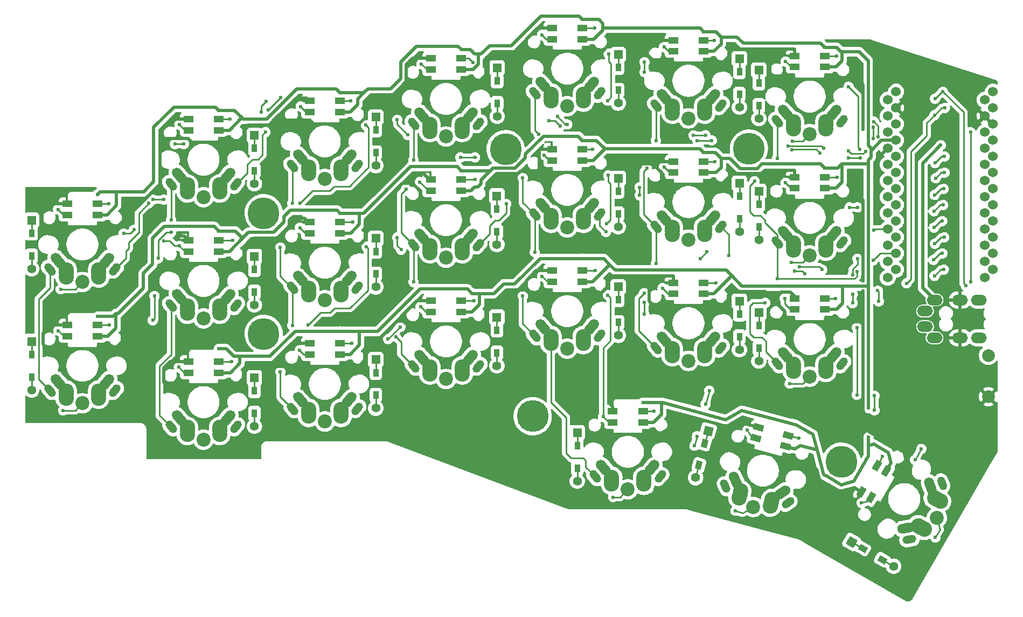
<source format=gtl>
%TF.GenerationSoftware,KiCad,Pcbnew,(6.0.0)*%
%TF.CreationDate,2022-01-01T14:12:31+04:00*%
%TF.ProjectId,Angel Wings FINAL,416e6765-6c20-4576-996e-67732046494e,rev?*%
%TF.SameCoordinates,Original*%
%TF.FileFunction,Copper,L1,Top*%
%TF.FilePolarity,Positive*%
%FSLAX46Y46*%
G04 Gerber Fmt 4.6, Leading zero omitted, Abs format (unit mm)*
G04 Created by KiCad (PCBNEW (6.0.0)) date 2022-01-01 14:12:31*
%MOMM*%
%LPD*%
G01*
G04 APERTURE LIST*
G04 Aperture macros list*
%AMHorizOval*
0 Thick line with rounded ends*
0 $1 width*
0 $2 $3 position (X,Y) of the first rounded end (center of the circle)*
0 $4 $5 position (X,Y) of the second rounded end (center of the circle)*
0 Add line between two ends*
20,1,$1,$2,$3,$4,$5,0*
0 Add two circle primitives to create the rounded ends*
1,1,$1,$2,$3*
1,1,$1,$4,$5*%
%AMRotRect*
0 Rectangle, with rotation*
0 The origin of the aperture is its center*
0 $1 length*
0 $2 width*
0 $3 Rotation angle, in degrees counterclockwise*
0 Add horizontal line*
21,1,$1,$2,0,0,$3*%
G04 Aperture macros list end*
%TA.AperFunction,SMDPad,CuDef*%
%ADD10R,1.600000X1.000000*%
%TD*%
%TA.AperFunction,SMDPad,CuDef*%
%ADD11R,0.950000X1.300000*%
%TD*%
%TA.AperFunction,ComponentPad*%
%ADD12R,1.397000X1.397000*%
%TD*%
%TA.AperFunction,ComponentPad*%
%ADD13C,1.397000*%
%TD*%
%TA.AperFunction,SMDPad,CuDef*%
%ADD14RotRect,1.600000X1.000000X345.000000*%
%TD*%
%TA.AperFunction,ComponentPad*%
%ADD15C,5.000000*%
%TD*%
%TA.AperFunction,ComponentPad*%
%ADD16RotRect,1.397000X1.397000X330.000000*%
%TD*%
%TA.AperFunction,SMDPad,CuDef*%
%ADD17RotRect,1.300000X0.950000X330.000000*%
%TD*%
%TA.AperFunction,ComponentPad*%
%ADD18C,2.000000*%
%TD*%
%TA.AperFunction,SMDPad,CuDef*%
%ADD19RotRect,1.600000X1.000000X60.000000*%
%TD*%
%TA.AperFunction,SMDPad,CuDef*%
%ADD20RotRect,1.300000X0.950000X255.000000*%
%TD*%
%TA.AperFunction,ComponentPad*%
%ADD21RotRect,1.397000X1.397000X255.000000*%
%TD*%
%TA.AperFunction,ComponentPad*%
%ADD22C,1.524000*%
%TD*%
%TA.AperFunction,ComponentPad*%
%ADD23O,2.500000X1.700000*%
%TD*%
%TA.AperFunction,ComponentPad*%
%ADD24HorizOval,1.550000X0.401742X-0.478777X-0.401742X0.478777X0*%
%TD*%
%TA.AperFunction,ComponentPad*%
%ADD25C,2.400000*%
%TD*%
%TA.AperFunction,ComponentPad*%
%ADD26HorizOval,1.250000X0.305324X-0.363871X-0.305324X0.363871X0*%
%TD*%
%TA.AperFunction,ComponentPad*%
%ADD27HorizOval,1.250000X0.305324X0.363871X-0.305324X-0.363871X0*%
%TD*%
%TA.AperFunction,ComponentPad*%
%ADD28C,2.200000*%
%TD*%
%TA.AperFunction,ComponentPad*%
%ADD29HorizOval,1.550000X0.401742X0.478777X-0.401742X-0.478777X0*%
%TD*%
%TA.AperFunction,ComponentPad*%
%ADD30HorizOval,1.250000X-0.162460X0.446354X0.162460X-0.446354X0*%
%TD*%
%TA.AperFunction,ComponentPad*%
%ADD31HorizOval,1.250000X0.467784X0.082483X-0.467784X-0.082483X0*%
%TD*%
%TA.AperFunction,ComponentPad*%
%ADD32HorizOval,1.550000X0.615504X0.108530X-0.615504X-0.108530X0*%
%TD*%
%TA.AperFunction,ComponentPad*%
%ADD33HorizOval,1.550000X-0.213762X0.587307X0.213762X-0.587307X0*%
%TD*%
%TA.AperFunction,ComponentPad*%
%ADD34HorizOval,1.250000X0.389097X0.272449X-0.389097X-0.272449X0*%
%TD*%
%TA.AperFunction,ComponentPad*%
%ADD35HorizOval,1.250000X0.200744X-0.430496X-0.200744X0.430496X0*%
%TD*%
%TA.AperFunction,ComponentPad*%
%ADD36HorizOval,1.550000X0.264136X-0.566441X-0.264136X0.566441X0*%
%TD*%
%TA.AperFunction,ComponentPad*%
%ADD37HorizOval,1.550000X0.511969X0.358485X-0.511969X-0.358485X0*%
%TD*%
%TA.AperFunction,ViaPad*%
%ADD38C,0.600000*%
%TD*%
%TA.AperFunction,Conductor*%
%ADD39C,0.250000*%
%TD*%
%TA.AperFunction,Conductor*%
%ADD40C,0.500000*%
%TD*%
G04 APERTURE END LIST*
D10*
%TO.P,L12,1,DOUT*%
%TO.N,Net-(L12-Pad1)*%
X143779999Y-65775001D03*
%TO.P,L12,2,VSS*%
%TO.N,GND*%
X143779999Y-64025001D03*
%TO.P,L12,3,DIN*%
%TO.N,Net-(L12-Pad3)*%
X148579999Y-64025001D03*
%TO.P,L12,4,VDD*%
%TO.N,VCC*%
X148579999Y-65775001D03*
%TD*%
D11*
%TO.P,D10,1,K*%
%TO.N,Row 1*%
X135130336Y-92430497D03*
D12*
X135130336Y-90395497D03*
D13*
%TO.P,D10,2,A*%
%TO.N,Net-(D10-Pad2)*%
X135130336Y-98015497D03*
D11*
X135130336Y-95980497D03*
%TD*%
D10*
%TO.P,L22,1,DOUT*%
%TO.N,Net-(L21-Pad3)*%
X181880001Y-108245000D03*
%TO.P,L22,2,VSS*%
%TO.N,GND*%
X181880001Y-106495000D03*
%TO.P,L22,3,DIN*%
%TO.N,Net-(L22-Pad3)*%
X186680001Y-106495000D03*
%TO.P,L22,4,VDD*%
%TO.N,VCC*%
X186680001Y-108245000D03*
%TD*%
%TO.P,L18,1,DOUT*%
%TO.N,Net-(L18-Pad1)*%
X162829997Y-105774997D03*
%TO.P,L18,2,VSS*%
%TO.N,GND*%
X162829997Y-104024997D03*
%TO.P,L18,3,DIN*%
%TO.N,Net-(L17-Pad1)*%
X167629997Y-104024997D03*
%TO.P,L18,4,VDD*%
%TO.N,VCC*%
X167629997Y-105774997D03*
%TD*%
D11*
%TO.P,D2,1,K*%
%TO.N,Row 1*%
X62010330Y-115292499D03*
D12*
X62010330Y-113257499D03*
D11*
%TO.P,D2,2,A*%
%TO.N,Net-(D2-Pad2)*%
X62010330Y-118842499D03*
D13*
X62010330Y-120877499D03*
%TD*%
D10*
%TO.P,L9,1,DOUT*%
%TO.N,Net-(L10-Pad3)*%
X124725002Y-70534996D03*
%TO.P,L9,2,VSS*%
%TO.N,GND*%
X124725002Y-68784996D03*
%TO.P,L9,3,DIN*%
%TO.N,Net-(L12-Pad1)*%
X129525002Y-68784996D03*
%TO.P,L9,4,VDD*%
%TO.N,VCC*%
X129525002Y-70534996D03*
%TD*%
D11*
%TO.P,D15,1,K*%
%TO.N,Row 3*%
X147750342Y-129620503D03*
D12*
X147750342Y-127585503D03*
D11*
%TO.P,D15,2,A*%
%TO.N,Net-(D15-Pad2)*%
X147750342Y-133170503D03*
D13*
X147750342Y-135205503D03*
%TD*%
D10*
%TO.P,L6,1,DOUT*%
%TO.N,Net-(L3-Pad3)*%
X105680006Y-77204927D03*
%TO.P,L6,2,VSS*%
%TO.N,GND*%
X105680006Y-75454927D03*
%TO.P,L6,3,DIN*%
%TO.N,Net-(L6-Pad3)*%
X110480006Y-75454927D03*
%TO.P,L6,4,VDD*%
%TO.N,VCC*%
X110480006Y-77204927D03*
%TD*%
D12*
%TO.P,D11,1,K*%
%TO.N,Row 2*%
X135130336Y-109445496D03*
D11*
X135130336Y-111480496D03*
%TO.P,D11,2,A*%
%TO.N,Net-(D11-Pad2)*%
X135130336Y-115030496D03*
D13*
X135130336Y-117065496D03*
%TD*%
D14*
%TO.P,L19,1,DOUT*%
%TO.N,Net-(L15-Pad3)*%
X175822390Y-128462834D03*
%TO.P,L19,2,VSS*%
%TO.N,GND*%
X176275324Y-126772464D03*
%TO.P,L19,3,DIN*%
%TO.N,Net-(L18-Pad1)*%
X180911768Y-128014796D03*
%TO.P,L19,4,VDD*%
%TO.N,VCC*%
X180458834Y-129705166D03*
%TD*%
D11*
%TO.P,D17,1,K*%
%TO.N,Row 1*%
X173240331Y-90435335D03*
D12*
X173240331Y-88400335D03*
D11*
%TO.P,D17,2,A*%
%TO.N,Net-(D17-Pad2)*%
X173240331Y-93985335D03*
D13*
X173240331Y-96020335D03*
%TD*%
D11*
%TO.P,D5,1,K*%
%TO.N,Row 2*%
X97010340Y-120994997D03*
D12*
X97010340Y-118959997D03*
D11*
%TO.P,D5,2,A*%
%TO.N,Net-(D5-Pad2)*%
X97010340Y-124544997D03*
D13*
X97010340Y-126579997D03*
%TD*%
D10*
%TO.P,L20,1,DOUT*%
%TO.N,Net-(L16-Pad3)*%
X181880003Y-70144998D03*
%TO.P,L20,2,VSS*%
%TO.N,GND*%
X181880003Y-68394998D03*
%TO.P,L20,3,DIN*%
%TO.N,Net-(L20-Pad3)*%
X186680003Y-68394998D03*
%TO.P,L20,4,VDD*%
%TO.N,VCC*%
X186680003Y-70144998D03*
%TD*%
D12*
%TO.P,D1,1,K*%
%TO.N,Row 0*%
X62000332Y-94210000D03*
D11*
X62000332Y-96245000D03*
D13*
%TO.P,D1,2,A*%
%TO.N,Net-(D1-Pad2)*%
X62000332Y-101830000D03*
D11*
X62000332Y-99795000D03*
%TD*%
D12*
%TO.P,D12,1,K*%
%TO.N,Row 0*%
X154190339Y-68185499D03*
D11*
X154190339Y-70220499D03*
D13*
%TO.P,D12,2,A*%
%TO.N,Net-(D12-Pad2)*%
X154190339Y-75805499D03*
D11*
X154190339Y-73770499D03*
%TD*%
D10*
%TO.P,L5,1,DOUT*%
%TO.N,Net-(L2-Pad3)*%
X86630001Y-118164994D03*
%TO.P,L5,2,VSS*%
%TO.N,GND*%
X86630001Y-116414994D03*
%TO.P,L5,3,DIN*%
%TO.N,Net-(L4-Pad1)*%
X91430001Y-116414994D03*
%TO.P,L5,4,VDD*%
%TO.N,VCC*%
X91430001Y-118164994D03*
%TD*%
D15*
%TO.P,,*%
%TO.N,*%
X136499999Y-83050000D03*
%TD*%
D12*
%TO.P,D7,1,K*%
%TO.N,Row 1*%
X116090339Y-97069994D03*
D11*
X116090339Y-99104994D03*
D13*
%TO.P,D7,2,A*%
%TO.N,Net-(D7-Pad2)*%
X116090339Y-104689994D03*
D11*
X116090339Y-102654994D03*
%TD*%
D12*
%TO.P,D8,1,K*%
%TO.N,Row 2*%
X116090333Y-116119994D03*
D11*
X116090333Y-118154994D03*
D13*
%TO.P,D8,2,A*%
%TO.N,Net-(D8-Pad2)*%
X116090333Y-123739994D03*
D11*
X116090333Y-121704994D03*
%TD*%
D15*
%TO.P,,*%
%TO.N,*%
X98470337Y-112065503D03*
%TD*%
D10*
%TO.P,L7,1,DOUT*%
%TO.N,Net-(L6-Pad3)*%
X105679997Y-96254997D03*
%TO.P,L7,2,VSS*%
%TO.N,GND*%
X105679997Y-94504997D03*
%TO.P,L7,3,DIN*%
%TO.N,Net-(L7-Pad3)*%
X110479997Y-94504997D03*
%TO.P,L7,4,VDD*%
%TO.N,VCC*%
X110479997Y-96254997D03*
%TD*%
D12*
%TO.P,D20,1,K*%
%TO.N,Row 0*%
X176290333Y-70620501D03*
D11*
X176290333Y-72655501D03*
%TO.P,D20,2,A*%
%TO.N,Net-(D20-Pad2)*%
X176290333Y-76205501D03*
D13*
X176290333Y-78240501D03*
%TD*%
D10*
%TO.P,L2,1,DOUT*%
%TO.N,Net-(L1-Pad3)*%
X67579998Y-112444995D03*
%TO.P,L2,2,VSS*%
%TO.N,GND*%
X67579998Y-110694995D03*
%TO.P,L2,3,DIN*%
%TO.N,Net-(L2-Pad3)*%
X72379998Y-110694995D03*
%TO.P,L2,4,VDD*%
%TO.N,VCC*%
X72379998Y-112444995D03*
%TD*%
%TO.P,L4,1,DOUT*%
%TO.N,Net-(L4-Pad1)*%
X86630004Y-99114997D03*
%TO.P,L4,2,VSS*%
%TO.N,GND*%
X86630004Y-97364997D03*
%TO.P,L4,3,DIN*%
%TO.N,Net-(L3-Pad1)*%
X91430004Y-97364997D03*
%TO.P,L4,4,VDD*%
%TO.N,VCC*%
X91430004Y-99114997D03*
%TD*%
D16*
%TO.P,D23,1,K*%
%TO.N,Row 3*%
X190866689Y-144754719D03*
D17*
X192629051Y-145772219D03*
D13*
%TO.P,D23,2,A*%
%TO.N,Net-(D23-Pad2)*%
X197465803Y-148564719D03*
D17*
X195703441Y-147547219D03*
%TD*%
D10*
%TO.P,L8,1,DOUT*%
%TO.N,Net-(L7-Pad3)*%
X105679999Y-115304996D03*
%TO.P,L8,2,VSS*%
%TO.N,GND*%
X105679999Y-113554996D03*
%TO.P,L8,3,DIN*%
%TO.N,Net-(L11-Pad1)*%
X110479999Y-113554996D03*
%TO.P,L8,4,VDD*%
%TO.N,VCC*%
X110479999Y-115304996D03*
%TD*%
D15*
%TO.P,,*%
%TO.N,*%
X174740336Y-82955502D03*
%TD*%
D10*
%TO.P,L15,1,DOUT*%
%TO.N,Net-(L14-Pad3)*%
X153300003Y-125964997D03*
%TO.P,L15,2,VSS*%
%TO.N,GND*%
X153300003Y-124214997D03*
%TO.P,L15,3,DIN*%
%TO.N,Net-(L15-Pad3)*%
X158100003Y-124214997D03*
%TO.P,L15,4,VDD*%
%TO.N,VCC*%
X158100003Y-125964997D03*
%TD*%
D18*
%TO.P,RSW1,1,1*%
%TO.N,Reset*%
X212380338Y-115445501D03*
%TO.P,RSW1,2,2*%
%TO.N,GND*%
X212380338Y-121945503D03*
%TD*%
D11*
%TO.P,D3,1,K*%
%TO.N,Row 0*%
X97020335Y-82900502D03*
D12*
X97020335Y-80865502D03*
D13*
%TO.P,D3,2,A*%
%TO.N,Net-(D3-Pad2)*%
X97020335Y-88485502D03*
D11*
X97020335Y-86450502D03*
%TD*%
D10*
%TO.P,L11,1,DOUT*%
%TO.N,Net-(L11-Pad1)*%
X124724996Y-108634997D03*
%TO.P,L11,2,VSS*%
%TO.N,GND*%
X124724996Y-106884997D03*
%TO.P,L11,3,DIN*%
%TO.N,Net-(L10-Pad1)*%
X129524996Y-106884997D03*
%TO.P,L11,4,VDD*%
%TO.N,VCC*%
X129524996Y-108634997D03*
%TD*%
D15*
%TO.P,,*%
%TO.N,*%
X98470336Y-93105502D03*
%TD*%
D10*
%TO.P,L1,1,DOUT*%
%TO.N,unconnected-(L1-Pad1)*%
X67580003Y-93394999D03*
%TO.P,L1,2,VSS*%
%TO.N,GND*%
X67580003Y-91644999D03*
%TO.P,L1,3,DIN*%
%TO.N,Net-(L1-Pad3)*%
X72380003Y-91644999D03*
%TO.P,L1,4,VDD*%
%TO.N,VCC*%
X72380003Y-93394999D03*
%TD*%
D19*
%TO.P,L23,1,DOUT*%
%TO.N,Net-(L22-Pad3)*%
X193944786Y-137787874D03*
%TO.P,L23,2,VSS*%
%TO.N,GND*%
X192429242Y-136912874D03*
%TO.P,L23,3,DIN*%
%TO.N,LED*%
X194829242Y-132755952D03*
%TO.P,L23,4,VDD*%
%TO.N,VCC*%
X196344786Y-133630952D03*
%TD*%
D12*
%TO.P,D9,1,K*%
%TO.N,Row 0*%
X135170339Y-70265502D03*
D11*
X135170339Y-72300502D03*
D13*
%TO.P,D9,2,A*%
%TO.N,Net-(D9-Pad2)*%
X135170339Y-77885502D03*
D11*
X135170339Y-75850502D03*
%TD*%
D15*
%TO.P,,*%
%TO.N,*%
X140750338Y-125005501D03*
%TD*%
D12*
%TO.P,D13,1,K*%
%TO.N,Row 1*%
X154190334Y-87620499D03*
D11*
X154190334Y-89655499D03*
%TO.P,D13,2,A*%
%TO.N,Net-(D13-Pad2)*%
X154190334Y-93205499D03*
D13*
X154190334Y-95240499D03*
%TD*%
D10*
%TO.P,L10,1,DOUT*%
%TO.N,Net-(L10-Pad1)*%
X124725000Y-89584996D03*
%TO.P,L10,2,VSS*%
%TO.N,GND*%
X124725000Y-87834996D03*
%TO.P,L10,3,DIN*%
%TO.N,Net-(L10-Pad3)*%
X129525000Y-87834996D03*
%TO.P,L10,4,VDD*%
%TO.N,VCC*%
X129525000Y-89584996D03*
%TD*%
D11*
%TO.P,D6,1,K*%
%TO.N,Row 0*%
X116090334Y-80044996D03*
D12*
X116090334Y-78009996D03*
D11*
%TO.P,D6,2,A*%
%TO.N,Net-(D6-Pad2)*%
X116090334Y-83594996D03*
D13*
X116090334Y-85629996D03*
%TD*%
D10*
%TO.P,L14,1,DOUT*%
%TO.N,Net-(L13-Pad3)*%
X143780001Y-103874996D03*
%TO.P,L14,2,VSS*%
%TO.N,GND*%
X143780001Y-102124996D03*
%TO.P,L14,3,DIN*%
%TO.N,Net-(L14-Pad3)*%
X148580001Y-102124996D03*
%TO.P,L14,4,VDD*%
%TO.N,VCC*%
X148580001Y-103874996D03*
%TD*%
D12*
%TO.P,D4,1,K*%
%TO.N,Row 1*%
X97010340Y-99909994D03*
D11*
X97010340Y-101944994D03*
D13*
%TO.P,D4,2,A*%
%TO.N,Net-(D4-Pad2)*%
X97010340Y-107529994D03*
D11*
X97010340Y-105494994D03*
%TD*%
D10*
%TO.P,L21,1,DOUT*%
%TO.N,Net-(L20-Pad3)*%
X181879997Y-89194994D03*
%TO.P,L21,2,VSS*%
%TO.N,GND*%
X181879997Y-87444994D03*
%TO.P,L21,3,DIN*%
%TO.N,Net-(L21-Pad3)*%
X186679997Y-87444994D03*
%TO.P,L21,4,VDD*%
%TO.N,VCC*%
X186679997Y-89194994D03*
%TD*%
D11*
%TO.P,D14,1,K*%
%TO.N,Row 2*%
X154190334Y-106714995D03*
D12*
X154190334Y-104679995D03*
D11*
%TO.P,D14,2,A*%
%TO.N,Net-(D14-Pad2)*%
X154190334Y-110264995D03*
D13*
X154190334Y-112299995D03*
%TD*%
D11*
%TO.P,D21,1,K*%
%TO.N,Row 1*%
X176290331Y-91705501D03*
D12*
X176290331Y-89670501D03*
D13*
%TO.P,D21,2,A*%
%TO.N,Net-(D21-Pad2)*%
X176290331Y-97290501D03*
D11*
X176290331Y-95255501D03*
%TD*%
D12*
%TO.P,D16,1,K*%
%TO.N,Row 0*%
X173240335Y-68835499D03*
D11*
X173240335Y-70870499D03*
D13*
%TO.P,D16,2,A*%
%TO.N,Net-(D16-Pad2)*%
X173240335Y-76455499D03*
D11*
X173240335Y-74420499D03*
%TD*%
D15*
%TO.P,,*%
%TO.N,*%
X189280336Y-132125503D03*
%TD*%
D11*
%TO.P,D18,1,K*%
%TO.N,Row 2*%
X173240338Y-108970499D03*
D12*
X173240338Y-106935499D03*
D11*
%TO.P,D18,2,A*%
%TO.N,Net-(D18-Pad2)*%
X173240338Y-112520499D03*
D13*
X173240338Y-114555499D03*
%TD*%
D10*
%TO.P,L17,1,DOUT*%
%TO.N,Net-(L17-Pad1)*%
X162829995Y-86724995D03*
%TO.P,L17,2,VSS*%
%TO.N,GND*%
X162829995Y-84974995D03*
%TO.P,L17,3,DIN*%
%TO.N,Net-(L16-Pad1)*%
X167629995Y-84974995D03*
%TO.P,L17,4,VDD*%
%TO.N,VCC*%
X167629995Y-86724995D03*
%TD*%
%TO.P,L13,1,DOUT*%
%TO.N,Net-(L12-Pad3)*%
X143780005Y-84825001D03*
%TO.P,L13,2,VSS*%
%TO.N,GND*%
X143780005Y-83075001D03*
%TO.P,L13,3,DIN*%
%TO.N,Net-(L13-Pad3)*%
X148580005Y-83075001D03*
%TO.P,L13,4,VDD*%
%TO.N,VCC*%
X148580005Y-84825001D03*
%TD*%
D20*
%TO.P,D19,1,K*%
%TO.N,Row 3*%
X167798997Y-129265116D03*
D21*
X168325694Y-127299457D03*
D20*
%TO.P,D19,2,A*%
%TO.N,Net-(D19-Pad2)*%
X166880189Y-132694152D03*
D13*
X166353492Y-134659811D03*
%TD*%
D22*
%TO.P,U1,1,TX*%
%TO.N,Data*%
X196533230Y-75290587D03*
X213079631Y-74020587D03*
%TO.P,U1,2,RX*%
%TO.N,LED*%
X213079631Y-76560587D03*
X196533230Y-77830587D03*
%TO.P,U1,3,GND*%
%TO.N,GND*%
X213079631Y-79100587D03*
X196533230Y-80370587D03*
%TO.P,U1,4,GND*%
X196533230Y-82910587D03*
X213079631Y-81640587D03*
%TO.P,U1,5,SDA*%
%TO.N,unconnected-(U1-Pad5)*%
X213079631Y-84180587D03*
X196533230Y-85450587D03*
%TO.P,U1,6,SCL*%
%TO.N,unconnected-(U1-Pad6)*%
X213079631Y-86720587D03*
X196533230Y-87990587D03*
%TO.P,U1,7,D4*%
%TO.N,Row 0*%
X196533230Y-90530587D03*
X213079631Y-89260587D03*
%TO.P,U1,8,C6*%
%TO.N,Row 1*%
X213079631Y-91800587D03*
X196533230Y-93070587D03*
%TO.P,U1,9,D7*%
%TO.N,Row 2*%
X196533230Y-95610587D03*
X213079631Y-94340587D03*
%TO.P,U1,10,E6*%
%TO.N,Row 3*%
X213079631Y-96880587D03*
X196533230Y-98150587D03*
%TO.P,U1,11,B4*%
%TO.N,unconnected-(U1-Pad11)*%
X213079631Y-99420587D03*
X196533230Y-100690587D03*
%TO.P,U1,12,B5*%
%TO.N,unconnected-(U1-Pad12)*%
X196533230Y-103230587D03*
X213079631Y-101960587D03*
%TO.P,U1,13,B6*%
%TO.N,unconnected-(U1-Pad13)*%
X211773230Y-103230587D03*
X197859631Y-101960587D03*
%TO.P,U1,14,B2*%
%TO.N,Col 6*%
X211773230Y-100690587D03*
X197859631Y-99420587D03*
%TO.P,U1,15,B3*%
%TO.N,Col 5*%
X197859631Y-96880587D03*
X211773230Y-98150587D03*
%TO.P,U1,16,B1*%
%TO.N,Col 4*%
X211773230Y-95610587D03*
X197859631Y-94340587D03*
%TO.P,U1,17,F7*%
%TO.N,Col 3*%
X197859631Y-91800587D03*
X211773230Y-93070587D03*
%TO.P,U1,18,F6*%
%TO.N,Col 2*%
X197859631Y-89260587D03*
X211773230Y-90530587D03*
%TO.P,U1,19,F5*%
%TO.N,Col 1*%
X197859631Y-86720587D03*
X211773230Y-87990587D03*
%TO.P,U1,20,F4*%
%TO.N,Col 0*%
X211773230Y-85450587D03*
X197859631Y-84180587D03*
%TO.P,U1,21,VCC*%
%TO.N,VCC*%
X197859631Y-81640587D03*
X211773230Y-82910587D03*
%TO.P,U1,22,RST*%
%TO.N,Reset*%
X211773230Y-80370587D03*
X197859631Y-79100587D03*
%TO.P,U1,23,GND*%
%TO.N,GND*%
X197859631Y-76560587D03*
X211773230Y-77830587D03*
%TO.P,U1,24,RAW*%
%TO.N,unconnected-(U1-Pad24)*%
X211773230Y-75290587D03*
X197859631Y-74020587D03*
%TD*%
D23*
%TO.P,J1,A*%
%TO.N,unconnected-(J1-PadA)*%
X202410727Y-108480586D03*
X202410727Y-110930586D03*
%TO.P,J1,B*%
%TO.N,Data*%
X210910727Y-106730586D03*
X210910727Y-112680586D03*
%TO.P,J1,C*%
%TO.N,GND*%
X207910727Y-106730586D03*
X207910727Y-112680586D03*
%TO.P,J1,D*%
%TO.N,VCC*%
X203910727Y-112680586D03*
X203910727Y-106730586D03*
%TD*%
D10*
%TO.P,L16,1,DOUT*%
%TO.N,Net-(L16-Pad1)*%
X162829999Y-67674996D03*
%TO.P,L16,2,VSS*%
%TO.N,GND*%
X162829999Y-65924996D03*
%TO.P,L16,3,DIN*%
%TO.N,Net-(L16-Pad3)*%
X167629999Y-65924996D03*
%TO.P,L16,4,VDD*%
%TO.N,VCC*%
X167629999Y-67674996D03*
%TD*%
D12*
%TO.P,D22,1,K*%
%TO.N,Row 2*%
X176290330Y-108720505D03*
D11*
X176290330Y-110755505D03*
D13*
%TO.P,D22,2,A*%
%TO.N,Net-(D22-Pad2)*%
X176290330Y-116340505D03*
D11*
X176290330Y-114305505D03*
%TD*%
D10*
%TO.P,L3,1,DOUT*%
%TO.N,Net-(L3-Pad1)*%
X86629997Y-80064995D03*
%TO.P,L3,2,VSS*%
%TO.N,GND*%
X86629997Y-78314995D03*
%TO.P,L3,3,DIN*%
%TO.N,Net-(L3-Pad3)*%
X91429997Y-78314995D03*
%TO.P,L3,4,VDD*%
%TO.N,VCC*%
X91429997Y-80064995D03*
%TD*%
D24*
%TO.P,SW22,1,1*%
%TO.N,Col 6*%
X180470000Y-115409996D03*
D25*
X181740000Y-117369997D03*
X181740000Y-117949996D03*
D26*
X179180000Y-116769996D03*
D25*
X181740000Y-116869996D03*
D27*
X189380000Y-116769996D03*
D25*
%TO.P,SW22,2,2*%
%TO.N,Net-(D22-Pad2)*%
X186820000Y-116869996D03*
D28*
X184280000Y-118769997D03*
D29*
X188090000Y-115409996D03*
D25*
X186820000Y-117949996D03*
X186820000Y-117369997D03*
%TD*%
D26*
%TO.P,SW9,1,1*%
%TO.N,Col 3*%
X122030001Y-79059998D03*
D25*
X124590001Y-80239998D03*
X124590001Y-79659999D03*
D24*
X123320001Y-77699998D03*
D27*
X132230001Y-79059998D03*
D25*
X124590001Y-79159998D03*
D28*
%TO.P,SW9,2,2*%
%TO.N,Net-(D9-Pad2)*%
X127130001Y-81059999D03*
D25*
X129670001Y-79159998D03*
X129670001Y-80239998D03*
D29*
X130940001Y-77699998D03*
D25*
X129670001Y-79659999D03*
%TD*%
%TO.P,SW8,1,1*%
%TO.N,Col 2*%
X105539995Y-123929997D03*
X105539995Y-124429998D03*
X105539995Y-125009997D03*
D26*
X102979995Y-123829997D03*
D24*
X104269995Y-122469997D03*
D27*
X113179995Y-123829997D03*
D25*
%TO.P,SW8,2,2*%
%TO.N,Net-(D8-Pad2)*%
X110619995Y-123929997D03*
X110619995Y-124429998D03*
D29*
X111889995Y-122469997D03*
D28*
X108079995Y-125829998D03*
D25*
X110619995Y-125009997D03*
%TD*%
D26*
%TO.P,SW15,1,1*%
%TO.N,Col 4*%
X150600000Y-134489995D03*
D27*
X160800000Y-134489995D03*
D25*
X153160000Y-134589995D03*
X153160000Y-135089996D03*
D24*
X151890000Y-133129995D03*
D25*
X153160000Y-135669995D03*
D28*
%TO.P,SW15,2,2*%
%TO.N,Net-(D15-Pad2)*%
X155700000Y-136489996D03*
D25*
X158240000Y-135089996D03*
X158240000Y-135669995D03*
X158240000Y-134589995D03*
D29*
X159510000Y-133129995D03*
%TD*%
D25*
%TO.P,SW13,1,1*%
%TO.N,Col 4*%
X143640000Y-94519999D03*
X143640000Y-93940000D03*
D24*
X142370000Y-91979999D03*
D26*
X141080000Y-93339999D03*
D27*
X151280000Y-93339999D03*
D25*
X143640000Y-93439999D03*
%TO.P,SW13,2,2*%
%TO.N,Net-(D13-Pad2)*%
X148720000Y-93940000D03*
X148720000Y-94519999D03*
D29*
X149990000Y-91979999D03*
D25*
X148720000Y-93439999D03*
D28*
X146180000Y-95340000D03*
%TD*%
D24*
%TO.P,SW17,1,1*%
%TO.N,Col 5*%
X161419997Y-93889996D03*
D25*
X162689997Y-96429996D03*
X162689997Y-95849997D03*
D27*
X170329997Y-95249996D03*
D25*
X162689997Y-95349996D03*
D26*
X160129997Y-95249996D03*
D25*
%TO.P,SW17,2,2*%
%TO.N,Net-(D17-Pad2)*%
X167769997Y-95849997D03*
D29*
X169039997Y-93889996D03*
D28*
X165229997Y-97249997D03*
D25*
X167769997Y-96429996D03*
X167769997Y-95349996D03*
%TD*%
%TO.P,SW12,1,1*%
%TO.N,Col 4*%
X143640002Y-74390000D03*
D27*
X151280002Y-74290000D03*
D26*
X141080002Y-74290000D03*
D24*
X142370002Y-72930000D03*
D25*
X143640002Y-75470000D03*
X143640002Y-74890001D03*
D28*
%TO.P,SW12,2,2*%
%TO.N,Net-(D12-Pad2)*%
X146180002Y-76290001D03*
D25*
X148720002Y-75470000D03*
X148720002Y-74390000D03*
X148720002Y-74890001D03*
D29*
X149990002Y-72930000D03*
%TD*%
D25*
%TO.P,SW20,1,1*%
%TO.N,Col 6*%
X181739997Y-78769996D03*
X181739997Y-79269997D03*
D24*
X180469997Y-77309996D03*
D27*
X189379997Y-78669996D03*
D26*
X179179997Y-78669996D03*
D25*
X181739997Y-79849996D03*
%TO.P,SW20,2,2*%
%TO.N,Net-(D20-Pad2)*%
X186819997Y-79849996D03*
X186819997Y-79269997D03*
X186819997Y-78769996D03*
D29*
X188089997Y-77309996D03*
D28*
X184279997Y-80669997D03*
%TD*%
D25*
%TO.P,SW14,1,1*%
%TO.N,Col 4*%
X143640000Y-112990001D03*
D24*
X142370000Y-111030000D03*
D27*
X151280000Y-112390000D03*
D25*
X143640000Y-112490000D03*
X143640000Y-113570000D03*
D26*
X141080000Y-112390000D03*
D25*
%TO.P,SW14,2,2*%
%TO.N,Net-(D14-Pad2)*%
X148720000Y-113570000D03*
D29*
X149990000Y-111030000D03*
D28*
X146180000Y-114390001D03*
D25*
X148720000Y-112990001D03*
X148720000Y-112490000D03*
%TD*%
D26*
%TO.P,SW3,1,1*%
%TO.N,Col 1*%
X83919997Y-88579994D03*
D25*
X86479997Y-88679994D03*
X86479997Y-89179995D03*
D24*
X85209997Y-87219994D03*
D25*
X86479997Y-89759994D03*
D27*
X94119997Y-88579994D03*
D25*
%TO.P,SW3,2,2*%
%TO.N,Net-(D3-Pad2)*%
X91559997Y-89759994D03*
D29*
X92829997Y-87219994D03*
D25*
X91559997Y-88679994D03*
D28*
X89019997Y-90579995D03*
D25*
X91559997Y-89179995D03*
%TD*%
%TO.P,SW21,1,1*%
%TO.N,Col 6*%
X181739999Y-98910001D03*
D26*
X179179999Y-97730001D03*
D25*
X181739999Y-98330002D03*
D27*
X189379999Y-97730001D03*
D25*
X181739999Y-97830001D03*
D24*
X180469999Y-96370001D03*
D29*
%TO.P,SW21,2,2*%
%TO.N,Net-(D21-Pad2)*%
X188089999Y-96370001D03*
D25*
X186819999Y-97830001D03*
X186819999Y-98330002D03*
X186819999Y-98910001D03*
D28*
X184279999Y-99730002D03*
%TD*%
D25*
%TO.P,SW1,1,1*%
%TO.N,Col 0*%
X67439994Y-102520001D03*
D27*
X75079994Y-101920000D03*
D26*
X64879994Y-101920000D03*
D24*
X66169994Y-100560000D03*
D25*
X67439994Y-102020000D03*
X67439994Y-103100000D03*
%TO.P,SW1,2,2*%
%TO.N,Net-(D1-Pad2)*%
X72519994Y-102520001D03*
D29*
X73789994Y-100560000D03*
D25*
X72519994Y-103100000D03*
X72519994Y-102020000D03*
D28*
X69979994Y-103920001D03*
%TD*%
D26*
%TO.P,SW18,1,1*%
%TO.N,Col 5*%
X160129995Y-114299998D03*
D25*
X162689995Y-115479998D03*
X162689995Y-114899999D03*
D27*
X170329995Y-114299998D03*
D25*
X162689995Y-114399998D03*
D24*
X161419995Y-112939998D03*
D29*
%TO.P,SW18,2,2*%
%TO.N,Net-(D18-Pad2)*%
X169039995Y-112939998D03*
D28*
X165229995Y-116299999D03*
D25*
X167769995Y-115479998D03*
X167769995Y-114399998D03*
X167769995Y-114899999D03*
%TD*%
%TO.P,SW2,1,1*%
%TO.N,Col 0*%
X67439995Y-121069998D03*
D26*
X64879995Y-120969998D03*
D25*
X67439995Y-122149998D03*
D27*
X75079995Y-120969998D03*
D24*
X66169995Y-119609998D03*
D25*
X67439995Y-121569999D03*
%TO.P,SW2,2,2*%
%TO.N,Net-(D2-Pad2)*%
X72519995Y-121569999D03*
X72519995Y-121069998D03*
X72519995Y-122149998D03*
D29*
X73789995Y-119609998D03*
D28*
X69979995Y-122969999D03*
%TD*%
D25*
%TO.P,SW6,1,1*%
%TO.N,Col 2*%
X105530000Y-86899996D03*
X105530000Y-85819996D03*
D26*
X102970000Y-85719996D03*
D27*
X113170000Y-85719996D03*
D24*
X104260000Y-84359996D03*
D25*
X105530000Y-86319997D03*
D29*
%TO.P,SW6,2,2*%
%TO.N,Net-(D6-Pad2)*%
X111880000Y-84359996D03*
D25*
X110610000Y-86899996D03*
X110610000Y-85819996D03*
D28*
X108070000Y-87719997D03*
D25*
X110610000Y-86319997D03*
%TD*%
D26*
%TO.P,SW10,1,1*%
%TO.N,Col 3*%
X122030000Y-98109999D03*
D27*
X132230000Y-98109999D03*
D25*
X124590000Y-98209999D03*
D24*
X123320000Y-96749999D03*
D25*
X124590000Y-99289999D03*
X124590000Y-98710000D03*
%TO.P,SW10,2,2*%
%TO.N,Net-(D10-Pad2)*%
X129670000Y-98710000D03*
D29*
X130940000Y-96749999D03*
D28*
X127130000Y-100110000D03*
D25*
X129670000Y-99289999D03*
X129670000Y-98209999D03*
%TD*%
D30*
%TO.P,SW23,1,1*%
%TO.N,Col 6*%
X205080000Y-135556537D03*
D25*
X202281910Y-142762972D03*
X201346603Y-142222972D03*
D31*
X199980000Y-144389997D03*
D25*
X201779616Y-142472972D03*
D32*
X199447206Y-142592824D03*
D25*
%TO.P,SW23,2,2*%
%TO.N,Net-(D23-Pad2)*%
X203886603Y-137823562D03*
D28*
X204262052Y-140973268D03*
D25*
X204319616Y-138073563D03*
X204821910Y-138363562D03*
D33*
X203257206Y-135993710D03*
%TD*%
D25*
%TO.P,SW5,1,1*%
%TO.N,Col 1*%
X86479995Y-127859997D03*
D26*
X83919995Y-126679997D03*
D25*
X86479995Y-126779997D03*
X86479995Y-127279998D03*
D24*
X85209995Y-125319997D03*
D27*
X94119995Y-126679997D03*
D28*
%TO.P,SW5,2,2*%
%TO.N,Net-(D5-Pad2)*%
X89019995Y-128679998D03*
D29*
X92829995Y-125319997D03*
D25*
X91559995Y-127859997D03*
X91559995Y-127279998D03*
X91559995Y-126779997D03*
%TD*%
%TO.P,SW11,1,1*%
%TO.N,Col 3*%
X124589997Y-118339996D03*
X124589997Y-117759997D03*
D27*
X132229997Y-117159996D03*
D24*
X123319997Y-115799996D03*
D26*
X122029997Y-117159996D03*
D25*
X124589997Y-117259996D03*
%TO.P,SW11,2,2*%
%TO.N,Net-(D11-Pad2)*%
X129669997Y-117259996D03*
X129669997Y-118339996D03*
X129669997Y-117759997D03*
D29*
X130939997Y-115799996D03*
D28*
X127129997Y-119159997D03*
%TD*%
D26*
%TO.P,SW16,1,1*%
%TO.N,Col 5*%
X160129997Y-76199998D03*
D24*
X161419997Y-74839998D03*
D25*
X162689997Y-76799999D03*
X162689997Y-76299998D03*
X162689997Y-77379998D03*
D27*
X170329997Y-76199998D03*
D25*
%TO.P,SW16,2,2*%
%TO.N,Net-(D16-Pad2)*%
X167769997Y-76799999D03*
X167769997Y-77379998D03*
D29*
X169039997Y-74839998D03*
D28*
X165229997Y-78199999D03*
D25*
X167769997Y-76299998D03*
%TD*%
%TO.P,SW7,1,1*%
%TO.N,Col 2*%
X105540002Y-105379999D03*
X105540002Y-104879998D03*
X105540002Y-105959998D03*
D24*
X104270002Y-103419998D03*
D26*
X102980002Y-104779998D03*
D27*
X113180002Y-104779998D03*
D25*
%TO.P,SW7,2,2*%
%TO.N,Net-(D7-Pad2)*%
X110620002Y-105379999D03*
X110620002Y-105959998D03*
D28*
X108080002Y-106779999D03*
D29*
X111890002Y-103419998D03*
D25*
X110620002Y-104879998D03*
%TD*%
%TO.P,SW4,1,1*%
%TO.N,Col 1*%
X86480003Y-108809994D03*
X86480003Y-108229995D03*
X86480003Y-107729994D03*
D26*
X83920003Y-107629994D03*
D27*
X94120003Y-107629994D03*
D24*
X85210003Y-106269994D03*
D29*
%TO.P,SW4,2,2*%
%TO.N,Net-(D4-Pad2)*%
X92830003Y-106269994D03*
D25*
X91560003Y-107729994D03*
X91560003Y-108809994D03*
X91560003Y-108229995D03*
D28*
X89020003Y-109629995D03*
%TD*%
D34*
%TO.P,SW19,1,1*%
%TO.N,Col 5*%
X180860000Y-138639999D03*
D25*
X173325035Y-137242178D03*
X173174921Y-137802414D03*
D35*
X171007557Y-136000045D03*
D25*
X173454445Y-136759214D03*
D36*
X172605595Y-135020262D03*
D25*
%TO.P,SW19,2,2*%
%TO.N,Net-(D19-Pad2)*%
X178081824Y-139117215D03*
D28*
X175416140Y-139251874D03*
D25*
X178361348Y-138074015D03*
D37*
X179965950Y-136992463D03*
D25*
X178231939Y-138556979D03*
%TD*%
D38*
%TO.N,Row 0*%
X205330337Y-89260335D03*
X78079472Y-95706366D03*
X192190000Y-83070000D03*
X190400000Y-73240000D03*
X76480202Y-96295501D03*
X203920335Y-90240335D03*
%TO.N,Net-(D1-Pad2)*%
X66565337Y-105045498D03*
%TO.N,Row 1*%
X203810338Y-92790334D03*
X81314406Y-106121300D03*
X205260338Y-91800331D03*
X191804836Y-92190000D03*
X190555836Y-92190000D03*
X81044405Y-109941299D03*
%TO.N,Net-(D2-Pad2)*%
X66965333Y-124095500D03*
%TO.N,Row 2*%
X203830331Y-95360335D03*
X191043100Y-107226899D03*
X191048485Y-102753902D03*
X205120333Y-94340335D03*
X191050000Y-105860000D03*
X191780000Y-100255500D03*
X194375500Y-95790000D03*
%TO.N,Row 3*%
X194990000Y-105270000D03*
X205430333Y-96880333D03*
X201825495Y-130140007D03*
X200840495Y-131846077D03*
X203950338Y-97900336D03*
X195140000Y-106970000D03*
%TO.N,Net-(D15-Pad2)*%
X153416623Y-137720428D03*
%TO.N,Net-(D19-Pad2)*%
X172609733Y-139859054D03*
%TO.N,Net-(D20-Pad2)*%
X181590338Y-81795498D03*
%TO.N,Net-(D21-Pad2)*%
X181365336Y-100820501D03*
%TO.N,Net-(D22-Pad2)*%
X181140338Y-119870499D03*
%TO.N,Net-(D23-Pad2)*%
X204041805Y-144038591D03*
%TO.N,Data*%
X205230337Y-74020334D03*
X208848522Y-104499147D03*
X203990334Y-75110333D03*
%TO.N,GND*%
X153301838Y-127861446D03*
X195577974Y-138718195D03*
X105680339Y-98130334D03*
X192670000Y-105360000D03*
X162830338Y-69550334D03*
X192670000Y-91070000D03*
X86630335Y-100990332D03*
X192680339Y-79890336D03*
X105680338Y-117180334D03*
X150964405Y-122881299D03*
X86630332Y-120040334D03*
X124720335Y-110510334D03*
X82690334Y-100980334D03*
X202560335Y-82910330D03*
X181880335Y-91070336D03*
X181880335Y-110120335D03*
X124730335Y-72410335D03*
X105674406Y-78481300D03*
X84864403Y-96711300D03*
X162830334Y-88590334D03*
X143780335Y-67650334D03*
X86604404Y-81361299D03*
X124730333Y-91460335D03*
X192670000Y-103720000D03*
X152714404Y-122881299D03*
X67580338Y-95270336D03*
X143780336Y-86720336D03*
X181880335Y-72020336D03*
X205310592Y-77830590D03*
X175326257Y-130310424D03*
X162830334Y-107650334D03*
X203890333Y-80210334D03*
X143780337Y-105760333D03*
X67570338Y-114350335D03*
%TO.N,VCC*%
X148580333Y-100250334D03*
X181405867Y-126171658D03*
X204898837Y-82418833D03*
X193524454Y-128308181D03*
X110480336Y-93121299D03*
X129554402Y-67431300D03*
X129524404Y-86421299D03*
X186682646Y-104576991D03*
X72380336Y-109331300D03*
X167634404Y-83591299D03*
X91434402Y-95921299D03*
X167630336Y-102056992D03*
X91430334Y-114420335D03*
X193524456Y-123718181D03*
X129530335Y-105010333D03*
X72384403Y-90151300D03*
X148584405Y-81671300D03*
X91434405Y-76971298D03*
X158110000Y-122870000D03*
X167634405Y-64591298D03*
X186680337Y-86051298D03*
X110480339Y-111670334D03*
X193195135Y-131819727D03*
X186680337Y-67071301D03*
X148574402Y-62671297D03*
X110480336Y-74181299D03*
%TO.N,LED*%
X203890334Y-77710332D03*
X205530336Y-76560334D03*
X194468526Y-124079146D03*
X199498522Y-104119145D03*
X195681185Y-131281355D03*
X194468524Y-121789146D03*
%TO.N,unconnected-(L1-Pad1)*%
X66154405Y-92511299D03*
%TO.N,Net-(L1-Pad3)*%
X66194403Y-111551301D03*
X74124405Y-91651299D03*
%TO.N,Net-(L2-Pad3)*%
X85144403Y-117301300D03*
X74204402Y-110701299D03*
%TO.N,Net-(L3-Pad1)*%
X82764405Y-90971300D03*
X93584404Y-97361299D03*
X85224401Y-79201300D03*
X81065837Y-90971298D03*
%TO.N,Net-(L3-Pad3)*%
X104284403Y-76331297D03*
X93154402Y-78311300D03*
%TO.N,Net-(L4-Pad1)*%
X82776285Y-97430092D03*
X93444403Y-116411300D03*
X85194401Y-98241300D03*
%TO.N,Net-(L6-Pad3)*%
X104174405Y-91561298D03*
X114544403Y-79291299D03*
X104174404Y-95381299D03*
X112164405Y-75451300D03*
%TO.N,Net-(L7-Pad3)*%
X114624404Y-98371298D03*
X112514403Y-94511299D03*
X105434404Y-110671298D03*
X104114403Y-114641299D03*
%TO.N,Net-(L11-Pad1)*%
X118014402Y-112871299D03*
X112354405Y-113551299D03*
X119954401Y-110961300D03*
X123114403Y-107771301D03*
%TO.N,Net-(L10-Pad3)*%
X131664404Y-87831300D03*
X123254405Y-69661299D03*
X119465836Y-78434779D03*
X121114406Y-80801299D03*
%TO.N,Net-(L12-Pad1)*%
X131334404Y-69411300D03*
X142214404Y-65081299D03*
%TO.N,Net-(L10-Pad1)*%
X131494404Y-106881300D03*
X119465834Y-96931570D03*
X120084406Y-98831300D03*
X123004405Y-88201300D03*
%TO.N,Net-(L12-Pad3)*%
X150514404Y-64021300D03*
X152704401Y-68041298D03*
X152494405Y-75421299D03*
X142554402Y-83950000D03*
%TO.N,Net-(L13-Pad3)*%
X152634406Y-87141300D03*
X152404406Y-94741300D03*
X142244404Y-103001299D03*
X150194404Y-83071300D03*
%TO.N,Net-(L14-Pad3)*%
X150574401Y-102121298D03*
X151824401Y-125091300D03*
X152564405Y-105971299D03*
%TO.N,Net-(L15-Pad3)*%
X159848119Y-124216372D03*
X174488982Y-127210393D03*
%TO.N,Net-(L16-Pad1)*%
X169404404Y-84971297D03*
X161394402Y-66991299D03*
X158321831Y-70941445D03*
X158321835Y-69381446D03*
%TO.N,Net-(L16-Pad3)*%
X169281835Y-65921447D03*
X180501834Y-69271444D03*
%TO.N,Net-(L17-Pad1)*%
X157565833Y-90279999D03*
X161381835Y-85851445D03*
X169530000Y-104020000D03*
X157565835Y-89030996D03*
%TO.N,Net-(L18-Pad1)*%
X161161834Y-104891445D03*
X158296337Y-108991446D03*
X182560064Y-128461988D03*
X158312889Y-107147174D03*
%TO.N,Net-(L20-Pad3)*%
X180474405Y-88321300D03*
X188551838Y-68391447D03*
%TO.N,Net-(L21-Pad3)*%
X188584406Y-87441300D03*
X180351838Y-106501444D03*
%TO.N,Net-(L22-Pad3)*%
X191708525Y-121639146D03*
X191708525Y-111099145D03*
X188388523Y-106489145D03*
X192444627Y-138627236D03*
%TO.N,Reset*%
X209559413Y-80370587D03*
X209560000Y-103920000D03*
%TO.N,Col 0*%
X98824405Y-75491300D03*
X194390588Y-78727411D03*
X84520063Y-82242460D03*
X85924403Y-82241298D03*
X195011453Y-81120087D03*
X80394403Y-91551300D03*
X98064404Y-77211297D03*
%TO.N,Col 1*%
X99191961Y-76900214D03*
X81894404Y-100201298D03*
X194240000Y-81330000D03*
X194240000Y-79621087D03*
X98744404Y-80351300D03*
X101174404Y-74921298D03*
X83919998Y-94150668D03*
X83919999Y-96100669D03*
%TO.N,Col 2*%
X146194403Y-79155800D03*
X190390000Y-83330000D03*
X131694404Y-84331300D03*
X180914406Y-82561300D03*
X186484406Y-82891300D03*
X102970003Y-91540669D03*
X144622825Y-77906798D03*
X166016456Y-80869521D03*
X129384406Y-84331300D03*
X101090333Y-98491299D03*
X193070000Y-83360000D03*
X102980001Y-110740669D03*
X101090338Y-118060332D03*
X167924404Y-80861299D03*
%TO.N,Col 3*%
X185924402Y-83631299D03*
X143344404Y-78581300D03*
X122029998Y-103910667D03*
X119234403Y-112531300D03*
X145084406Y-79391300D03*
X122030000Y-84750670D03*
X136584404Y-91641298D03*
X181500299Y-83187192D03*
X192210000Y-84430000D03*
X168914403Y-81681300D03*
X190360000Y-84430000D03*
X120857915Y-89327916D03*
X166624405Y-81681299D03*
%TO.N,Col 4*%
X182644401Y-101551300D03*
X139190334Y-106120332D03*
X141080000Y-99220672D03*
X167054403Y-100231300D03*
X141694429Y-80701322D03*
X152274403Y-96051299D03*
X139190337Y-87570335D03*
X186234403Y-101981299D03*
X168134402Y-99141299D03*
%TO.N,Col 5*%
X183484406Y-102584832D03*
X166178889Y-129625597D03*
X167925918Y-123105598D03*
X168500000Y-120985165D03*
X158254403Y-105661297D03*
X171554405Y-99765799D03*
X181944403Y-102221300D03*
X158691838Y-86061446D03*
X166574882Y-128147731D03*
X160129999Y-81670672D03*
X160129997Y-100990669D03*
%TO.N,Col 6*%
X177290334Y-107195501D03*
X179180000Y-103410672D03*
X191720000Y-102320000D03*
X179174406Y-84481298D03*
X194259500Y-100510000D03*
X175622918Y-88062918D03*
%TO.N,unconnected-(U1-Pad5)*%
X205470334Y-84180333D03*
X203990338Y-85210334D03*
%TO.N,unconnected-(U1-Pad6)*%
X204090334Y-87610335D03*
X205490339Y-86720332D03*
%TO.N,unconnected-(U1-Pad11)*%
X205140333Y-99420333D03*
X203750335Y-100430333D03*
%TO.N,unconnected-(U1-Pad12)*%
X203890334Y-102950334D03*
X205360337Y-101960333D03*
%TD*%
D39*
%TO.N,Row 0*%
X192190000Y-83070000D02*
X191890000Y-82770000D01*
X173240337Y-68835501D02*
X173240338Y-70870499D01*
X203920335Y-90240335D02*
X204900337Y-89260334D01*
X62000338Y-94210001D02*
X62000334Y-96245000D01*
X77490334Y-96295500D02*
X78079472Y-95706366D01*
X191890000Y-74730000D02*
X190400000Y-73240000D01*
X176290337Y-70620499D02*
X176290335Y-72655501D01*
X204900337Y-89260334D02*
X205330337Y-89260335D01*
X97020339Y-80865501D02*
X97020333Y-82900499D01*
X154190334Y-68185498D02*
X154190335Y-70220500D01*
X135170340Y-70265500D02*
X135170339Y-72300501D01*
X191890000Y-82770000D02*
X191890000Y-74730000D01*
X76480202Y-96295501D02*
X77490334Y-96295500D01*
X116090336Y-78009994D02*
X116090334Y-80044995D01*
%TO.N,Net-(D1-Pad2)*%
X68854500Y-105045500D02*
X69979996Y-103920001D01*
X66565337Y-105045498D02*
X68854500Y-105045500D01*
X62000332Y-99795001D02*
X62000338Y-101829999D01*
%TO.N,Row 1*%
X154190337Y-87620497D02*
X154190337Y-89655498D01*
X97010335Y-99909996D02*
X97010340Y-101944993D01*
X81044405Y-109941299D02*
X81314403Y-109671298D01*
X173240339Y-88400336D02*
X173240338Y-90435335D01*
X176290333Y-89670500D02*
X176290334Y-91705500D01*
X205260338Y-91800331D02*
X204800338Y-91800336D01*
X204800338Y-91800336D02*
X203810338Y-92790334D01*
X135130336Y-92430499D02*
X135130336Y-90395499D01*
X81314403Y-109671298D02*
X81314406Y-106121300D01*
X116090339Y-97069994D02*
X116090339Y-99104994D01*
X190555836Y-92190000D02*
X191804836Y-92190000D01*
X62010334Y-113257501D02*
X62010330Y-115292499D01*
%TO.N,Net-(D2-Pad2)*%
X68854500Y-124095500D02*
X69980000Y-122969999D01*
X66965333Y-124095500D02*
X68854500Y-124095500D01*
X62010332Y-118842498D02*
X62010336Y-120877498D01*
%TO.N,Net-(D3-Pad2)*%
X97020338Y-86450499D02*
X97020337Y-88485501D01*
%TO.N,Net-(D4-Pad2)*%
X97010336Y-105494994D02*
X97010337Y-107529994D01*
%TO.N,Row 2*%
X97010341Y-118959996D02*
X97010340Y-120994997D01*
X116090338Y-116119994D02*
X116090333Y-118154994D01*
X191043100Y-105866900D02*
X191043100Y-107226899D01*
X191780000Y-101170000D02*
X191780000Y-100255500D01*
X191048485Y-102753902D02*
X191050000Y-102752387D01*
X191050000Y-101900000D02*
X191660000Y-101290000D01*
X204850334Y-94340333D02*
X205120333Y-94340335D01*
X176290329Y-108720502D02*
X176290329Y-110755501D01*
X196533230Y-95610587D02*
X194554913Y-95610587D01*
X154190328Y-104679995D02*
X154190335Y-106714996D01*
X191050000Y-105860000D02*
X191043100Y-105866900D01*
X194554913Y-95610587D02*
X194375500Y-95790000D01*
X135130334Y-109445495D02*
X135130335Y-111480496D01*
X203830331Y-95360335D02*
X204850334Y-94340333D01*
X191050000Y-102340000D02*
X191050000Y-101900000D01*
X191660000Y-101290000D02*
X191780000Y-101170000D01*
X173240334Y-106935497D02*
X173240341Y-108970498D01*
X191050000Y-102752387D02*
X191050000Y-102340000D01*
%TO.N,Net-(D5-Pad2)*%
X97010338Y-124544993D02*
X97010338Y-126579997D01*
%TO.N,Net-(D6-Pad2)*%
X116090331Y-83594993D02*
X116090334Y-85629994D01*
%TO.N,Net-(D7-Pad2)*%
X116090335Y-102654995D02*
X116090340Y-104689993D01*
%TO.N,Net-(D8-Pad2)*%
X116090337Y-121704994D02*
X116090338Y-123739995D01*
%TO.N,Net-(D9-Pad2)*%
X135170334Y-75850499D02*
X135170335Y-77885500D01*
%TO.N,Net-(D10-Pad2)*%
X135130334Y-98015498D02*
X135130334Y-95980497D01*
%TO.N,Net-(D11-Pad2)*%
X135130334Y-117065498D02*
X135130335Y-115030497D01*
%TO.N,Net-(D12-Pad2)*%
X154190336Y-73770500D02*
X154190337Y-75805501D01*
%TO.N,Net-(D13-Pad2)*%
X154190334Y-93205498D02*
X154190333Y-95240498D01*
%TO.N,Net-(D14-Pad2)*%
X154190335Y-110264997D02*
X154190332Y-112299997D01*
%TO.N,Row 3*%
X195140000Y-105420000D02*
X195140000Y-106970000D01*
X194990000Y-105270000D02*
X195140000Y-105420000D01*
X167798998Y-129265118D02*
X168325693Y-127299458D01*
X203950338Y-97900336D02*
X204970332Y-96880332D01*
X204970332Y-96880332D02*
X205430333Y-96880333D01*
X200840495Y-131846077D02*
X201825495Y-130140007D01*
X190866686Y-144754718D02*
X192629054Y-145772220D01*
X147750337Y-127585502D02*
X147750340Y-129620501D01*
%TO.N,Net-(D15-Pad2)*%
X147750340Y-133170503D02*
X147750340Y-135205505D01*
X153416623Y-137720428D02*
X154469570Y-137720430D01*
X154469570Y-137720430D02*
X155699999Y-136489999D01*
%TO.N,Net-(D16-Pad2)*%
X173240334Y-74420497D02*
X173240334Y-76455501D01*
%TO.N,Net-(D17-Pad2)*%
X173240339Y-93985333D02*
X173240337Y-96020334D01*
%TO.N,Net-(D18-Pad2)*%
X173240336Y-112520497D02*
X173240337Y-114555497D01*
%TO.N,Net-(D19-Pad2)*%
X166880185Y-132694152D02*
X166353488Y-134659812D01*
X172609733Y-139859054D02*
X173808239Y-140180193D01*
X173808239Y-140180193D02*
X175416139Y-139251873D01*
%TO.N,Net-(D20-Pad2)*%
X183154501Y-81795499D02*
X184280001Y-80669998D01*
X181590338Y-81795498D02*
X183154501Y-81795499D01*
X176290332Y-76205501D02*
X176290337Y-78240501D01*
%TO.N,Net-(D21-Pad2)*%
X181365336Y-100820501D02*
X183189498Y-100820501D01*
X183189498Y-100820501D02*
X184279997Y-99729999D01*
X176290335Y-95255498D02*
X176290338Y-97290500D01*
%TO.N,Net-(D22-Pad2)*%
X176290333Y-114305504D02*
X176290333Y-116340503D01*
X181140338Y-119870499D02*
X183179491Y-119870500D01*
X183179491Y-119870500D02*
X184279995Y-118769997D01*
%TO.N,Net-(D23-Pad2)*%
X195703442Y-147547218D02*
X197465801Y-148564718D01*
X204041805Y-144038591D02*
X204753227Y-142806368D01*
X204753227Y-142806368D02*
X204262052Y-140973268D01*
%TO.N,Data*%
X205080335Y-74020335D02*
X205230337Y-74020334D01*
X203990334Y-75110333D02*
X205080335Y-74020335D01*
X208458526Y-77248522D02*
X205230337Y-74020334D01*
X208458524Y-104109147D02*
X208458526Y-77248522D01*
X208848522Y-104499147D02*
X208458524Y-104109147D01*
D40*
%TO.N,GND*%
X189373698Y-136778104D02*
X188063698Y-139047091D01*
X160684189Y-127863796D02*
X153304186Y-127863797D01*
X178590338Y-71570333D02*
X178040339Y-71020332D01*
X159030337Y-106930335D02*
X159030333Y-105720331D01*
X143780004Y-64025000D02*
X141540702Y-64025001D01*
X159135370Y-102930332D02*
X162830722Y-102930334D01*
X102484404Y-95361299D02*
X102484403Y-94786266D01*
X123634405Y-86971298D02*
X122454406Y-86971300D01*
X162831836Y-102931446D02*
X162830002Y-102933283D01*
X82209856Y-80165847D02*
X82209856Y-81315847D01*
X75620334Y-113920332D02*
X75190338Y-114350335D01*
X177890335Y-90480334D02*
X177890332Y-88600334D01*
X192429242Y-136912874D02*
X191301238Y-136261620D01*
X162115924Y-127037181D02*
X160684189Y-127863796D01*
X193583013Y-127425944D02*
X192680339Y-124057104D01*
X106010338Y-98130335D02*
X105680339Y-98130334D01*
X124724999Y-87834995D02*
X124498098Y-87834995D01*
X188063698Y-139047091D02*
X192942107Y-141863642D01*
X151410335Y-105760332D02*
X146290332Y-105760335D01*
X119310331Y-89330334D02*
X114450333Y-94190334D01*
X150964405Y-124131299D02*
X149324404Y-125771299D01*
X100074404Y-78471298D02*
X100029404Y-78516300D01*
X181879999Y-106495000D02*
X181879999Y-106210624D01*
X143720337Y-67710333D02*
X139755372Y-67710333D01*
X132640334Y-91460332D02*
X128060335Y-91460333D01*
X171726907Y-127448706D02*
X171423274Y-126922808D01*
X106273435Y-79080332D02*
X113440336Y-79080333D01*
X105679998Y-94504996D02*
X105428104Y-94504998D01*
X173139170Y-125932134D02*
X171423274Y-126922808D01*
X152430336Y-103710333D02*
X152430332Y-104620335D01*
X120480335Y-110080335D02*
X120013440Y-110080334D01*
X132780334Y-110190332D02*
X132460331Y-110510334D01*
X101303440Y-96542264D02*
X102484404Y-95361299D01*
X133380336Y-68790333D02*
X133380337Y-71390332D01*
X82209854Y-83010813D02*
X82209853Y-85320335D01*
X162830334Y-88590334D02*
X161680336Y-88590333D01*
X95290333Y-118150335D02*
X95290337Y-118820333D01*
X95360337Y-79860336D02*
X95540336Y-79680334D01*
X77270332Y-108620332D02*
X76410339Y-109480331D01*
X159040339Y-106940335D02*
X159030337Y-106930335D01*
X96170337Y-97750333D02*
X95360338Y-98560334D01*
X159570336Y-69030332D02*
X158537855Y-67997849D01*
X138380335Y-86900335D02*
X135060339Y-86900333D01*
X83760707Y-116414996D02*
X82754403Y-117421300D01*
X95360339Y-99500334D02*
X95360333Y-99950335D01*
X159590723Y-85310333D02*
X153050338Y-85310333D01*
X82754403Y-117421300D02*
X82754404Y-119601298D01*
X192670000Y-110120000D02*
X192670000Y-124046765D01*
X124725004Y-68784995D02*
X121870707Y-68784993D01*
X153210336Y-102930334D02*
X152660332Y-103480334D01*
X176720332Y-86890333D02*
X174300335Y-86890329D01*
X178040339Y-71020332D02*
X178040336Y-67315366D01*
X95540336Y-79680334D02*
X96009372Y-79211300D01*
X149324405Y-127061301D02*
X150124551Y-127861447D01*
X120013439Y-109392265D02*
X120013440Y-110080334D01*
X113440336Y-79080333D02*
X114400331Y-78120334D01*
X123430333Y-90930333D02*
X123100333Y-90600332D01*
X161680336Y-88590333D02*
X160961838Y-87871834D01*
X180530338Y-71570332D02*
X178590338Y-71570333D01*
X94830338Y-100480335D02*
X94320331Y-100990335D01*
X139755372Y-65810334D02*
X139755372Y-67710333D01*
X162830334Y-107650334D02*
X159750333Y-107650332D01*
X124720335Y-110510334D02*
X120910334Y-110510334D01*
X83193439Y-120040333D02*
X86630332Y-120040334D01*
X153530331Y-102930333D02*
X153210336Y-102930334D01*
X141798107Y-86304999D02*
X141913439Y-86420335D01*
X95290331Y-119010333D02*
X94490338Y-119810333D01*
X64990707Y-110694997D02*
X63774401Y-111911300D01*
X105674406Y-78481300D02*
X106273435Y-79080332D01*
X170560334Y-69550334D02*
X162830338Y-69550334D01*
X186698066Y-138258644D02*
X188063698Y-139047091D01*
X100250338Y-97020334D02*
X97110337Y-97020335D01*
X138450336Y-86830332D02*
X138380335Y-86900335D01*
X192680339Y-79890336D02*
X192680336Y-72900335D01*
X178603835Y-106733835D02*
X177420331Y-105550335D01*
X184367320Y-132732969D02*
X185373055Y-133313630D01*
X178010335Y-90600334D02*
X177890335Y-90480334D01*
X158282852Y-67742850D02*
X156950337Y-66410331D01*
X172150335Y-105400331D02*
X171650338Y-105900333D01*
X122454406Y-86971300D02*
X121075371Y-88350332D01*
X181000336Y-110120333D02*
X180430334Y-109550334D01*
X159750333Y-107650332D02*
X159040339Y-106940335D01*
X96009372Y-79211300D02*
X99334404Y-79211300D01*
X63774401Y-111911300D02*
X63774403Y-113671300D01*
X114390335Y-115115368D02*
X114390335Y-116200331D01*
X102774404Y-93921298D02*
X102484404Y-94211300D01*
X151830337Y-105340333D02*
X151410335Y-105760332D01*
X159030332Y-103035367D02*
X159135370Y-102930332D01*
X171540335Y-106670333D02*
X170560336Y-107650334D01*
X76410339Y-109480331D02*
X76250334Y-109640334D01*
X86630001Y-78314997D02*
X84060705Y-78314998D01*
X113410332Y-117180334D02*
X105680338Y-117180334D01*
X193911986Y-141603765D02*
X195577974Y-138718195D01*
X170470339Y-88590334D02*
X163410333Y-88590333D01*
X171540338Y-106010333D02*
X171540335Y-106670333D01*
X152430334Y-104740334D02*
X151830337Y-105340333D01*
X160961834Y-86681444D02*
X159590723Y-85310333D01*
X114390335Y-116200331D02*
X113410332Y-117180334D01*
X100029404Y-78516300D02*
X103554403Y-74991298D01*
X162830002Y-102933283D02*
X162830003Y-104024998D01*
X161390337Y-69030334D02*
X159570336Y-69030332D01*
X158537855Y-67997849D02*
X158282852Y-67742850D01*
X94490338Y-119810333D02*
X94260335Y-120040334D01*
X192260334Y-110120334D02*
X181880335Y-110120335D01*
X150964405Y-122881299D02*
X150964405Y-124131299D01*
X152430332Y-104620335D02*
X152430334Y-104740334D01*
X181880335Y-72020336D02*
X180980335Y-72020334D01*
X135060339Y-86900333D02*
X133580336Y-88380332D01*
X136580337Y-105200333D02*
X135780334Y-106000334D01*
X143780337Y-105760333D02*
X140300333Y-105760332D01*
X133430334Y-109540334D02*
X132780334Y-110190332D01*
X63655369Y-95270334D02*
X63654404Y-95271298D01*
X95360336Y-80930335D02*
X95360337Y-79860336D01*
X96260337Y-117180334D02*
X95510334Y-117930334D01*
X160961838Y-87871834D02*
X160961834Y-86681444D01*
X175326257Y-130310424D02*
X172201730Y-129473210D01*
X140300333Y-105760332D02*
X139920336Y-105380333D01*
X192670000Y-91070000D02*
X192670000Y-93740000D01*
X102413438Y-98130332D02*
X101303439Y-97020336D01*
X82690334Y-100980334D02*
X80604406Y-103066266D01*
X105674406Y-78481300D02*
X105664401Y-78471298D01*
X123100333Y-90600332D02*
X123100332Y-89630335D01*
X170120589Y-126573754D02*
X169911511Y-126211622D01*
X139740338Y-105200335D02*
X137880335Y-105200335D01*
X133580337Y-89270333D02*
X133580335Y-90520335D01*
X156240334Y-102930334D02*
X153530331Y-102930333D01*
X86630335Y-100990332D02*
X82700335Y-100990336D01*
X104844402Y-93921298D02*
X102774404Y-93921298D01*
X122520706Y-106884998D02*
X120013439Y-109392265D01*
X149324404Y-125771299D02*
X149324405Y-127061301D01*
X171650339Y-87410334D02*
X170470339Y-88590334D01*
X123960331Y-91460335D02*
X123430333Y-90930333D01*
X203890335Y-81580333D02*
X203890333Y-80210334D01*
X114400331Y-78120334D02*
X114400336Y-75470336D01*
X84864403Y-96711300D02*
X85976307Y-96711298D01*
X171580335Y-68530333D02*
X170560334Y-69550334D01*
X175840337Y-67310333D02*
X172160337Y-67310334D01*
X172201730Y-129473210D02*
X171542264Y-128330980D01*
X161910338Y-69550334D02*
X161390337Y-69030334D01*
X63654404Y-95271298D02*
X63654405Y-92531299D01*
X133000335Y-91100334D02*
X132640334Y-91460332D01*
X139755372Y-67710333D02*
X134460338Y-67710333D01*
X82754404Y-119601298D02*
X83193439Y-120040333D01*
X207910725Y-106730588D02*
X207910727Y-105161350D01*
X153304186Y-127863797D02*
X153301838Y-127861446D01*
X141310707Y-102124996D02*
X139740334Y-103695367D01*
X157435672Y-65924995D02*
X156950337Y-66410331D01*
X207910727Y-105161350D02*
X206618524Y-103869147D01*
X191301238Y-136261620D02*
X189373698Y-136778104D01*
X139920336Y-105380333D02*
X139740338Y-105200335D01*
X101303439Y-97020336D02*
X101303440Y-96542264D01*
X179808524Y-105529147D02*
X178603835Y-106733835D01*
X166250335Y-107650335D02*
X162830334Y-107650334D01*
X153050338Y-85310333D02*
X151640333Y-86720332D01*
X142960337Y-86420334D02*
X141913439Y-86420335D01*
X139740334Y-103695367D02*
X139740338Y-105200335D01*
X184367320Y-132732969D02*
X175326257Y-130310424D01*
X86604404Y-81361299D02*
X82255309Y-81361299D01*
X88320335Y-100990336D02*
X86630335Y-100990332D01*
X143780335Y-67650334D02*
X143720337Y-67710333D01*
X152660332Y-103480334D02*
X152430336Y-103710333D01*
X82209855Y-81635846D02*
X82209854Y-83010813D01*
X96900332Y-97020333D02*
X96170337Y-97750333D01*
X101303439Y-97020336D02*
X100250338Y-97020334D01*
X124498098Y-87834995D02*
X123634405Y-86971298D01*
X135780334Y-106000334D02*
X133430335Y-108350334D01*
X120910334Y-110510334D02*
X120480335Y-110080335D01*
X114450335Y-95040335D02*
X114450335Y-97230332D01*
X133380337Y-71390332D02*
X132360333Y-72410335D01*
X172170338Y-86890332D02*
X171650339Y-87410334D01*
X86630003Y-116414995D02*
X83760707Y-116414996D01*
X137880335Y-105200335D02*
X136580337Y-105200333D01*
X141540702Y-64025001D02*
X139755372Y-65810334D01*
X181879998Y-86355707D02*
X181884405Y-86351299D01*
X82209856Y-81315847D02*
X82209855Y-81635846D01*
X84060705Y-78314998D02*
X82209856Y-80165847D01*
X119425370Y-110080334D02*
X114390335Y-115115368D01*
X133580336Y-88380332D02*
X133580337Y-89270333D01*
X162473098Y-125704203D02*
X162115924Y-127037181D01*
X86604404Y-81361299D02*
X87183440Y-81940333D01*
X67580002Y-110694997D02*
X64990707Y-110694997D01*
X115400338Y-74470335D02*
X118840335Y-74470333D01*
X105664401Y-78471298D02*
X100074404Y-78471298D01*
X175840337Y-67310333D02*
X175841449Y-67311445D01*
X105680338Y-117180334D02*
X98355371Y-117180334D01*
X124730335Y-72410335D02*
X120900333Y-72410333D01*
X120013440Y-110080334D02*
X119425370Y-110080334D01*
X141913439Y-86420335D02*
X138860338Y-86420334D01*
X94260335Y-120040334D02*
X86630332Y-120040334D01*
X206618525Y-79138522D02*
X205310592Y-77830590D01*
X181198525Y-105529146D02*
X179808524Y-105529147D01*
X163410333Y-88590333D02*
X162830334Y-88590334D01*
X94350332Y-81940334D02*
X95360336Y-80930335D01*
X85976307Y-96711298D02*
X86630002Y-97364996D01*
X162829996Y-84974993D02*
X159926063Y-84974995D01*
X151750336Y-67650333D02*
X143780335Y-67650334D01*
X95360338Y-98560334D02*
X95360339Y-99500334D01*
X180980335Y-72020334D02*
X180530338Y-71570332D01*
X121075371Y-88350332D02*
X121075369Y-88400333D01*
X105680339Y-98130334D02*
X102413438Y-98130332D01*
X171423274Y-126922808D02*
X170120589Y-126573754D01*
X113940336Y-97740335D02*
X113550332Y-98130334D01*
X120900332Y-69755370D02*
X120900333Y-72410333D01*
X99285370Y-117180334D02*
X98355371Y-117180334D01*
X169911511Y-126211622D02*
X164230698Y-124689452D01*
X124730333Y-91460335D02*
X123960331Y-91460335D01*
X150124551Y-127861447D02*
X153301838Y-127861446D01*
X192680336Y-72900335D02*
X191800337Y-72020333D01*
X203890336Y-79250845D02*
X205310592Y-77830590D01*
X76250334Y-112990335D02*
X76250338Y-113290336D01*
X178480338Y-91070334D02*
X178010335Y-90600334D01*
X114450333Y-94190334D02*
X114450335Y-95040335D01*
X177259365Y-86351299D02*
X176720332Y-86890333D01*
X98355371Y-117180334D02*
X96260337Y-117180334D01*
X206618524Y-103869147D02*
X206618525Y-79138522D01*
X102910705Y-113554997D02*
X99285370Y-117180334D01*
X192300335Y-91070334D02*
X181880335Y-91070336D01*
X75190338Y-114350335D02*
X67570338Y-114350335D01*
X118840335Y-74470333D02*
X120900333Y-72410333D01*
X180430334Y-109550334D02*
X180430332Y-108560334D01*
X202560335Y-82910330D02*
X203890335Y-81580333D01*
X82255309Y-81361299D02*
X82209856Y-81315847D01*
X172160337Y-67310334D02*
X171580337Y-67890333D01*
X99334404Y-79211300D02*
X100029404Y-78516300D01*
X192260334Y-110120334D02*
X192260668Y-110120000D01*
X128060335Y-91460333D02*
X124730333Y-91460335D01*
X138860338Y-86420334D02*
X138450336Y-86830332D01*
X76250338Y-113290336D02*
X75620334Y-113920332D01*
X181879999Y-67319610D02*
X181879997Y-68394999D01*
X181884405Y-86351299D02*
X177259365Y-86351299D01*
X63654405Y-92531299D02*
X64540704Y-91644997D01*
X151640333Y-86720332D02*
X144840338Y-86720332D01*
X156950337Y-66410331D02*
X152990336Y-66410335D01*
X141798106Y-83075000D02*
X141798107Y-86304999D01*
X152990336Y-66410335D02*
X151750336Y-67650333D01*
X185373055Y-133313630D02*
X186698066Y-138258644D01*
X159926063Y-84974995D02*
X159590723Y-85310333D01*
X95360333Y-99950335D02*
X94830338Y-100480335D01*
X114450335Y-97230332D02*
X113940336Y-97740335D01*
X105428104Y-94504998D02*
X104844402Y-93921298D01*
X153300000Y-124214998D02*
X153299999Y-123466896D01*
X177270334Y-105400332D02*
X175960338Y-105400335D01*
X95290337Y-118820333D02*
X95290331Y-119010333D01*
X133580335Y-90520335D02*
X133000335Y-91100334D01*
X134460338Y-67710333D02*
X133380336Y-68790333D01*
X133430332Y-109280335D02*
X133430334Y-109540334D01*
X102484403Y-94786266D02*
X102484404Y-94211300D01*
X170560336Y-107650334D02*
X166250335Y-107650335D01*
X132460331Y-110510334D02*
X127740332Y-110510332D01*
X156240334Y-102930334D02*
X159135370Y-102930332D01*
X171506907Y-128269743D02*
X171726907Y-127448706D01*
X127740332Y-110510332D02*
X124720335Y-110510334D01*
X132360333Y-72410335D02*
X124730335Y-72410335D01*
X181879999Y-106210624D02*
X181198525Y-105529146D01*
X143780336Y-86720336D02*
X143260336Y-86720334D01*
X63774403Y-113671300D02*
X64453440Y-114350335D01*
X171580337Y-67890333D02*
X171580335Y-68530333D01*
X181880335Y-110120335D02*
X181000336Y-110120333D01*
X174300335Y-86890329D02*
X172170338Y-86890332D01*
X177420331Y-105550335D02*
X177270334Y-105400332D01*
X123100332Y-89630335D02*
X121870337Y-88400334D01*
X181880335Y-91070336D02*
X178480338Y-91070334D01*
X133430335Y-108350334D02*
X133430332Y-109280335D01*
X82209855Y-88555848D02*
X75495370Y-95270336D01*
X181871834Y-67311446D02*
X181879999Y-67319610D01*
X97110337Y-97020335D02*
X96900332Y-97020333D01*
X82209853Y-85320335D02*
X82209855Y-88555848D01*
X87183440Y-81940333D02*
X94350332Y-81940334D01*
X120980334Y-88400331D02*
X120240338Y-88400333D01*
X146290332Y-105760335D02*
X143780337Y-105760333D01*
X192670000Y-105360000D02*
X192670000Y-110120000D01*
X76250334Y-109640334D02*
X76250334Y-112990335D01*
X82700335Y-100990336D02*
X82690334Y-100980334D01*
X177890332Y-88600334D02*
X177890334Y-88060333D01*
X162830338Y-69550334D02*
X161910338Y-69550334D01*
X121075369Y-88400333D02*
X120980334Y-88400331D01*
X121870337Y-88400334D02*
X121075369Y-88400333D01*
X199476987Y-131964902D02*
X199116867Y-130620916D01*
X181879996Y-87444996D02*
X181879998Y-86355707D01*
X199116867Y-130620916D02*
X193583013Y-127425944D01*
X191800337Y-72020333D02*
X181880335Y-72020336D01*
X203890333Y-80210334D02*
X203890336Y-79250845D01*
X94320331Y-100990335D02*
X88320335Y-100990336D01*
X80604404Y-105286263D02*
X77270332Y-108620332D01*
X120240338Y-88400333D02*
X119310331Y-89330334D01*
X195577974Y-138718195D02*
X199476987Y-131964902D01*
X176275327Y-126772463D02*
X173139170Y-125932134D01*
X192670000Y-93740000D02*
X192670000Y-103720000D01*
X192260668Y-110120000D02*
X192670000Y-110120000D01*
X144840338Y-86720332D02*
X143780336Y-86720336D01*
X105216377Y-74991299D02*
X105680005Y-75454927D01*
X143260336Y-86720334D02*
X142960337Y-86420334D01*
X103554403Y-74991298D02*
X105216377Y-74991299D01*
X124724999Y-106884998D02*
X122520706Y-106884998D01*
X175841449Y-67311445D02*
X181871834Y-67311446D01*
X164230698Y-124689452D02*
X162473098Y-125704203D01*
X143780002Y-102124996D02*
X141310707Y-102124996D01*
X192670000Y-124046765D02*
X192680339Y-124057104D01*
X113550332Y-98130334D02*
X106010338Y-98130335D01*
X75495370Y-95270336D02*
X67580338Y-95270336D01*
X64540704Y-91644997D02*
X67580002Y-91644999D01*
X80604406Y-103066266D02*
X80604404Y-105286263D01*
X192942107Y-141863642D02*
X193911986Y-141603765D01*
X171542264Y-128330980D02*
X171506907Y-128269743D01*
X162830722Y-102930334D02*
X162831836Y-102931446D01*
X171650338Y-105900333D02*
X171540338Y-106010333D01*
X162830001Y-65924994D02*
X157435672Y-65924995D01*
X180430332Y-108560334D02*
X178603835Y-106733835D01*
X67580338Y-95270336D02*
X63655369Y-95270334D01*
X153299999Y-123466896D02*
X152714404Y-122881299D01*
X141798106Y-83075000D02*
X143780004Y-83075000D01*
X159030333Y-105720331D02*
X159030332Y-103035367D01*
X114400336Y-75470336D02*
X115400338Y-74470335D01*
X177890334Y-88060333D02*
X176720332Y-86890333D01*
X175960338Y-105400335D02*
X172150335Y-105400331D01*
X64453440Y-114350335D02*
X67570338Y-114350335D01*
X121870707Y-68784993D02*
X120900332Y-69755370D01*
X105679999Y-113554996D02*
X102910705Y-113554997D01*
X95510334Y-117930334D02*
X95290333Y-118150335D01*
%TO.N,VCC*%
X148580000Y-103874997D02*
X150170706Y-103874995D01*
X103423440Y-111670336D02*
X99482477Y-115611300D01*
X91434405Y-76971298D02*
X93894404Y-76971298D01*
X170364404Y-84461299D02*
X170364402Y-85931299D01*
X184803307Y-127876156D02*
X182236564Y-126394242D01*
X110006028Y-92646991D02*
X102642647Y-92646993D01*
X81022646Y-96996993D02*
X81022645Y-101106993D01*
X170364402Y-85931299D02*
X169570707Y-86724996D01*
X188492670Y-108245000D02*
X189468525Y-107269147D01*
X132174405Y-68181299D02*
X132104406Y-68111300D01*
X81190333Y-88180335D02*
X79650338Y-89720334D01*
X122485367Y-66910332D02*
X120034403Y-69361299D01*
X129524998Y-89584994D02*
X131040708Y-89584993D01*
X193470000Y-81630000D02*
X193470000Y-82480000D01*
X79650338Y-89720334D02*
X75345371Y-89720334D01*
X75589303Y-108860334D02*
X75243436Y-108860333D01*
X93744405Y-115611298D02*
X94734404Y-115611300D01*
X167634404Y-83591299D02*
X169494404Y-83591299D01*
X109869367Y-73570333D02*
X103699304Y-73570333D01*
X186680337Y-67071301D02*
X188526333Y-67071300D01*
X189562647Y-104526993D02*
X192402646Y-104526993D01*
X167630001Y-67674996D02*
X169208285Y-67674996D01*
X112040706Y-115304994D02*
X113533439Y-113812263D01*
X167634405Y-64591298D02*
X167093439Y-64050333D01*
X101640335Y-94500333D02*
X100013678Y-96126992D01*
X110480336Y-74181299D02*
X114208337Y-74181299D01*
X169494404Y-83591299D02*
X170364404Y-84461299D01*
X170370333Y-66512944D02*
X170370336Y-65417231D01*
X137402647Y-66776993D02*
X133982644Y-66776993D01*
X171741303Y-84461299D02*
X170364404Y-84461299D01*
X148584405Y-81671300D02*
X147903439Y-80990333D01*
X101640335Y-93649302D02*
X101640335Y-94500333D01*
X120034403Y-71956263D02*
X118420336Y-73570332D01*
X132174405Y-69701300D02*
X131340709Y-70534995D01*
X182236564Y-126394242D02*
X181405867Y-126171658D01*
X193524454Y-128308181D02*
X193524456Y-129611852D01*
X167013437Y-82970331D02*
X167634404Y-83591299D01*
X132648339Y-68111299D02*
X132104406Y-68111300D01*
X131340709Y-70534995D02*
X129525002Y-70534996D01*
X148574402Y-62671297D02*
X148053438Y-62150334D01*
X197859629Y-81640587D02*
X195559412Y-81640588D01*
X186009372Y-85380333D02*
X176790336Y-85380334D01*
X185455323Y-130309507D02*
X184803307Y-127876156D01*
X151785368Y-64320334D02*
X151785370Y-64050333D01*
X74772475Y-109331299D02*
X75243436Y-108860333D01*
X189351834Y-69191445D02*
X189351835Y-67743868D01*
X186880397Y-134398531D02*
X186490685Y-134173531D01*
X130934403Y-67431300D02*
X131614402Y-68111300D01*
X186732646Y-104526993D02*
X189562647Y-104526993D01*
X95240095Y-78316993D02*
X95024405Y-78101299D01*
X110480000Y-115304997D02*
X112040706Y-115304994D01*
X151930339Y-100250334D02*
X148580333Y-100250334D01*
X141919304Y-100250334D02*
X137922646Y-104246993D01*
X92553441Y-114420334D02*
X93744405Y-115611298D01*
X121545368Y-85770335D02*
X114194406Y-93121299D01*
X193920000Y-84290000D02*
X193480589Y-84729411D01*
X189468525Y-107269147D02*
X189468523Y-104621114D01*
X186680004Y-70144999D02*
X188398284Y-70144999D01*
X132124404Y-88991300D02*
X132675370Y-88440333D01*
X152817851Y-101227851D02*
X152907855Y-101227851D01*
X131634402Y-88991299D02*
X132124404Y-88991300D01*
X176790336Y-85380334D02*
X176100334Y-86070336D01*
X81190333Y-79599305D02*
X81190333Y-88180335D01*
X150330703Y-65775000D02*
X151785368Y-64320334D01*
X129524404Y-86421299D02*
X128873440Y-85770335D01*
X131614402Y-68111300D02*
X132104406Y-68111300D01*
X139610332Y-84430334D02*
X137990333Y-86050332D01*
X91434402Y-95921299D02*
X94044403Y-95921300D01*
X189351835Y-67743868D02*
X192048839Y-67743869D01*
X91434405Y-76971298D02*
X90913438Y-76450332D01*
X128873440Y-85770335D02*
X121545368Y-85770335D01*
X195559412Y-81640588D02*
X193980000Y-83220000D01*
X193480589Y-104529411D02*
X193480589Y-123674314D01*
X114262646Y-74126993D02*
X113240336Y-75149302D01*
X142465368Y-80990335D02*
X139610334Y-83845367D01*
X90713441Y-95200335D02*
X82819302Y-95200335D01*
X193524456Y-129611852D02*
X193524455Y-131249326D01*
X150170706Y-103874995D02*
X152817851Y-101227851D01*
X158110667Y-122869333D02*
X161202913Y-122869333D01*
X193524455Y-131249326D02*
X193195135Y-131819727D01*
X81022645Y-101106993D02*
X79562645Y-102566992D01*
X172887234Y-65417230D02*
X170370336Y-65417231D01*
X113604405Y-93121297D02*
X110480336Y-93121299D01*
X203910729Y-106730588D02*
X203910728Y-106721349D01*
X186006027Y-66396993D02*
X173866999Y-66396993D01*
X192402646Y-104526993D02*
X193478171Y-104526993D01*
X84339307Y-76450332D02*
X81190333Y-79599305D01*
X181405867Y-126171658D02*
X173610840Y-124082988D01*
X186680337Y-67071301D02*
X186006027Y-66396993D01*
X72384403Y-90151300D02*
X72815367Y-89720334D01*
X93060707Y-80064996D02*
X95024405Y-78101299D01*
X193470000Y-69165030D02*
X193470000Y-81630000D01*
X190018279Y-135563558D02*
X189253308Y-135768530D01*
X196344788Y-133630949D02*
X197076545Y-132363510D01*
X151785370Y-64050333D02*
X151785370Y-63752265D01*
X75243439Y-111162264D02*
X75243436Y-108860333D01*
X171113456Y-125524853D02*
X161202913Y-122869333D01*
X72380336Y-109331300D02*
X74772475Y-109331299D01*
X186682646Y-104576991D02*
X186732646Y-104526993D01*
X188400711Y-89194995D02*
X189373437Y-88222266D01*
X193470000Y-82480000D02*
X193920000Y-82930000D01*
X113533439Y-111670333D02*
X110480339Y-111670334D01*
X158110000Y-122870000D02*
X158110667Y-122869333D01*
X203910728Y-106721349D02*
X202028526Y-104839147D01*
X152907855Y-101227851D02*
X151930339Y-100250334D01*
X110480336Y-74181299D02*
X109869367Y-73570333D01*
X72380000Y-112444996D02*
X73960707Y-112444996D01*
X189468523Y-104621114D02*
X189562647Y-104526993D01*
X193480589Y-84729411D02*
X193480589Y-85369411D01*
X91430334Y-114420335D02*
X92553441Y-114420334D01*
X173350339Y-86070334D02*
X171741303Y-84461299D01*
X100013678Y-96126992D02*
X96078713Y-96126992D01*
X129530335Y-105010333D02*
X123050337Y-105010335D01*
X132404403Y-107431298D02*
X132404403Y-105721300D01*
X189198903Y-67743868D02*
X189351835Y-67743868D01*
X129554402Y-67431300D02*
X130934403Y-67431300D01*
X186490685Y-134173531D02*
X186073414Y-132616262D01*
X169570707Y-86724996D02*
X167629996Y-86724995D01*
X173866999Y-66396993D02*
X172887234Y-65417230D01*
X147903439Y-80990333D02*
X142465368Y-80990335D01*
X112150708Y-96254998D02*
X113543438Y-94862265D01*
X167620336Y-102046992D02*
X153726996Y-102046993D01*
X176100334Y-86070336D02*
X173350339Y-86070334D01*
X129033435Y-66910332D02*
X122485367Y-66910332D01*
X191219454Y-135241702D02*
X190018279Y-135563558D01*
X186073414Y-132616262D02*
X185455323Y-130309507D01*
X75345369Y-91890335D02*
X75345371Y-89720334D01*
X72815367Y-89720334D02*
X75345371Y-89720334D01*
X150220705Y-84824999D02*
X152075370Y-82970333D01*
X114208337Y-74181299D02*
X114262646Y-74126993D01*
X134102473Y-86421299D02*
X134473439Y-86050333D01*
X173610840Y-124082988D02*
X171113456Y-125524853D01*
X113240336Y-75149302D02*
X113240336Y-76045364D01*
X193920000Y-82930000D02*
X193920000Y-83220000D01*
X94734405Y-116681299D02*
X94734404Y-115611300D01*
X82819302Y-95200335D02*
X81022646Y-96996993D01*
X188712468Y-86041300D02*
X186690338Y-86041299D01*
X186679997Y-89194995D02*
X188400711Y-89194995D01*
X93894404Y-76971298D02*
X95024405Y-78101299D01*
X134678338Y-105721299D02*
X132404403Y-105721300D01*
X148580003Y-65775000D02*
X150330703Y-65775000D01*
X202028524Y-85289147D02*
X202028526Y-104839147D01*
X151154402Y-62671299D02*
X151785372Y-63302266D01*
X152075370Y-82970333D02*
X167013437Y-82970331D01*
X148574402Y-62671297D02*
X151154402Y-62671299D01*
X91430001Y-118164995D02*
X93250706Y-118164995D01*
X72380003Y-93394997D02*
X73840704Y-93394998D01*
X193195135Y-131819727D02*
X191219454Y-135241702D01*
X139610334Y-83845367D02*
X139610332Y-84430334D01*
X181949469Y-130104578D02*
X182818346Y-129602929D01*
X102642647Y-92646993D02*
X101640335Y-93649302D01*
X93250706Y-118164995D02*
X94734405Y-116681299D01*
X131214401Y-105721300D02*
X132404403Y-105721300D01*
X161202913Y-122869333D02*
X160995285Y-122989206D01*
X113543438Y-94862265D02*
X113543437Y-93182261D01*
X188526333Y-67071300D02*
X189198903Y-67743868D01*
X159729494Y-125964997D02*
X160995286Y-124699205D01*
X113533439Y-113812263D02*
X113533439Y-111670333D01*
X189373438Y-85380332D02*
X188712468Y-86041300D01*
X96078713Y-96126992D02*
X95164406Y-97041298D01*
X169544403Y-64591300D02*
X170370336Y-65417231D01*
X110480336Y-93121299D02*
X110006028Y-92646991D01*
X112080775Y-77204926D02*
X110480007Y-77204927D01*
X131189370Y-86421298D02*
X134102473Y-86421299D01*
X169185003Y-105774997D02*
X172020001Y-102939999D01*
X132675370Y-88440333D02*
X132675369Y-87848402D01*
X99482477Y-115611300D02*
X94734404Y-115611300D01*
X169208285Y-67674996D02*
X170370333Y-66512944D01*
X129554402Y-67431300D02*
X129033435Y-66910332D01*
X172020001Y-102899999D02*
X171176995Y-102056993D01*
X79562645Y-102566992D02*
X79562646Y-104886992D01*
X193469666Y-85380334D02*
X193480589Y-85369411D01*
X91434402Y-95921299D02*
X90713441Y-95200335D01*
X120034403Y-69361299D02*
X120034403Y-71956263D01*
X79562646Y-104886992D02*
X75589303Y-108860334D01*
X93090708Y-99114993D02*
X95164406Y-97041298D01*
X182818346Y-129602929D02*
X185455323Y-130309507D01*
X114819307Y-73570332D02*
X114262646Y-74126993D01*
X148580333Y-100250334D02*
X141919304Y-100250334D01*
X189373437Y-88222266D02*
X189373438Y-85380332D01*
X196633835Y-130711308D02*
X194347528Y-129391308D01*
X114194406Y-93121299D02*
X113604405Y-93121297D01*
X73960707Y-112444996D02*
X75243439Y-111162264D01*
X150776338Y-81671300D02*
X152075370Y-82970333D01*
X186632646Y-104526993D02*
X173646994Y-104526992D01*
X193920000Y-83220000D02*
X193920000Y-84290000D01*
X189373438Y-85380332D02*
X193469666Y-85380334D01*
X167630336Y-102056992D02*
X167620336Y-102046992D01*
X193480589Y-123674314D02*
X193524456Y-123718181D01*
X113543437Y-93182261D02*
X113604405Y-93121297D01*
X91430004Y-99114993D02*
X93090708Y-99114993D01*
X193478171Y-104526993D02*
X193480589Y-104529411D01*
X130503439Y-105010332D02*
X131214401Y-105721300D01*
X186690338Y-86041299D02*
X186680337Y-86051298D01*
X137922646Y-104246993D02*
X136152646Y-104246993D01*
X131040708Y-89584993D02*
X131634402Y-88991299D01*
X132675369Y-87848402D02*
X134102473Y-86421299D01*
X204898837Y-82418833D02*
X202028524Y-85289147D01*
X186680001Y-108245001D02*
X188492670Y-108245000D01*
X167093439Y-64050333D02*
X151785370Y-64050333D01*
X193980000Y-83220000D02*
X193920000Y-83220000D01*
X148580005Y-84824999D02*
X150220705Y-84824999D01*
X167634405Y-64591298D02*
X169544403Y-64591300D01*
X171176995Y-102056993D02*
X167630336Y-102056992D01*
X129530335Y-105010333D02*
X130503439Y-105010332D01*
X194347528Y-129391308D02*
X193524456Y-129611852D01*
X189253308Y-135768530D02*
X186880397Y-134398531D01*
X148584405Y-81671300D02*
X150776338Y-81671300D01*
X172020001Y-102939999D02*
X172020001Y-102899999D01*
X137990333Y-86050332D02*
X134473439Y-86050333D01*
X136152646Y-104246993D02*
X134678338Y-105721299D01*
X98952644Y-78316993D02*
X95240095Y-78316993D01*
X188398284Y-70144999D02*
X189351834Y-69191445D01*
X186682646Y-104576991D02*
X186632646Y-104526993D01*
X192048839Y-67743869D02*
X193470000Y-69165030D01*
X142029304Y-62150335D02*
X137402647Y-66776993D01*
X132174405Y-69701300D02*
X132174405Y-68181299D01*
X129524404Y-86421299D02*
X131189370Y-86421298D01*
X186680337Y-86051298D02*
X186009372Y-85380333D01*
X113240336Y-76045364D02*
X112080775Y-77204926D01*
X193480589Y-85369411D02*
X193480589Y-104529411D01*
X160995286Y-124699205D02*
X160995285Y-122989206D01*
X153726996Y-102046993D02*
X152907855Y-101227851D01*
X151785372Y-63302266D02*
X151785370Y-63752265D01*
X94044403Y-95921300D02*
X95164406Y-97041298D01*
X180458835Y-129705165D02*
X181949469Y-130104578D01*
X197076545Y-132363510D02*
X196633835Y-130711308D01*
X90913438Y-76450332D02*
X84339307Y-76450332D01*
X133982644Y-66776993D02*
X132648339Y-68111299D01*
X91429996Y-80064998D02*
X93060707Y-80064996D01*
X167629997Y-105774997D02*
X169185003Y-105774997D01*
X73840704Y-93394998D02*
X75345369Y-91890335D01*
X158100002Y-125964999D02*
X159729494Y-125964997D01*
X110479998Y-96254997D02*
X112150708Y-96254998D01*
X118420336Y-73570332D02*
X114819307Y-73570332D01*
X110480339Y-111670334D02*
X105780334Y-111670334D01*
X148053438Y-62150334D02*
X142029304Y-62150335D01*
X116390339Y-111670334D02*
X113533439Y-111670333D01*
X123050337Y-105010335D02*
X116390339Y-111670334D01*
X103699304Y-73570333D02*
X98952644Y-78316993D01*
X173646994Y-104526992D02*
X172020001Y-102899999D01*
X129525000Y-108634998D02*
X131200706Y-108634998D01*
X105780334Y-111670334D02*
X103423440Y-111670336D01*
X131200706Y-108634998D02*
X132404403Y-107431298D01*
D39*
%TO.N,LED*%
X202688524Y-78912145D02*
X203890334Y-77710332D01*
X195680496Y-131281538D02*
X195681185Y-131281355D01*
X200188525Y-83409145D02*
X202688524Y-80909145D01*
X205530336Y-76560334D02*
X205040336Y-76560335D01*
X200188526Y-103429145D02*
X200188525Y-83409145D01*
X205040336Y-76560335D02*
X203890334Y-77710332D01*
X194829243Y-132755950D02*
X195680496Y-131281538D01*
X202688524Y-80909145D02*
X202688524Y-78912145D01*
X194468526Y-124079146D02*
X194468524Y-121789146D01*
X199498522Y-104119145D02*
X200188526Y-103429145D01*
%TO.N,unconnected-(L1-Pad1)*%
X66154405Y-92511299D02*
X67038103Y-93394998D01*
X67038103Y-93394998D02*
X67580002Y-93394998D01*
%TO.N,Net-(L1-Pad3)*%
X67088103Y-112444997D02*
X67580001Y-112444997D01*
X66194403Y-111551301D02*
X67088103Y-112444997D01*
X74124405Y-91651299D02*
X72386304Y-91651298D01*
X72386304Y-91651298D02*
X72380000Y-91644999D01*
%TO.N,Net-(L2-Pad3)*%
X74198101Y-110694997D02*
X74204402Y-110701299D01*
X72380002Y-110694997D02*
X74198101Y-110694997D01*
X86630003Y-118164994D02*
X86008101Y-118164996D01*
X86008101Y-118164996D02*
X85144403Y-117301300D01*
%TO.N,Net-(L3-Pad1)*%
X86088102Y-80064998D02*
X86629997Y-80064996D01*
X85224401Y-79201300D02*
X86088102Y-80064998D01*
X93584404Y-97361299D02*
X91433698Y-97361300D01*
X81065837Y-90971298D02*
X82764405Y-90971300D01*
X91433698Y-97361300D02*
X91430003Y-97364996D01*
%TO.N,Net-(L3-Pad3)*%
X91433697Y-78311301D02*
X91430001Y-78314997D01*
X104284403Y-76331297D02*
X105158029Y-77204926D01*
X93154402Y-78311300D02*
X91433697Y-78311301D01*
X105158029Y-77204926D02*
X105680007Y-77204927D01*
%TO.N,Net-(L4-Pad1)*%
X84487493Y-98241300D02*
X85194401Y-98241300D01*
X85194401Y-98241300D02*
X86068101Y-99114995D01*
X82776285Y-97430092D02*
X83676286Y-97430092D01*
X83676286Y-97430092D02*
X84487493Y-98241300D01*
X86068101Y-99114995D02*
X86630001Y-99114995D01*
X91433699Y-116411300D02*
X91430002Y-116414995D01*
X93444403Y-116411300D02*
X91433699Y-116411300D01*
%TO.N,Net-(L6-Pad3)*%
X105679997Y-96254998D02*
X105048099Y-96254998D01*
X104174405Y-91561298D02*
X106154405Y-89581300D01*
X106154405Y-89581300D02*
X108574403Y-89581300D01*
X114634405Y-86191299D02*
X114904403Y-85921300D01*
X114904403Y-85921300D02*
X114904404Y-81091299D01*
X114904403Y-79651299D02*
X114544403Y-79291299D01*
X108574403Y-89581300D02*
X108874403Y-89581299D01*
X108874403Y-89581299D02*
X109464403Y-88991300D01*
X110483631Y-75451299D02*
X110480005Y-75454927D01*
X109464403Y-88991300D02*
X109574405Y-88881300D01*
X112164405Y-75451300D02*
X110483631Y-75451299D01*
X105048099Y-96254998D02*
X104174404Y-95381299D01*
X114904404Y-81091299D02*
X114904403Y-79651299D01*
X111944404Y-88881298D02*
X114634405Y-86191299D01*
X109574405Y-88881300D02*
X110264402Y-88881299D01*
X110264402Y-88881299D02*
X111944404Y-88881298D01*
%TO.N,Net-(L7-Pad3)*%
X114824405Y-98571299D02*
X114624404Y-98371298D01*
X110486299Y-94511298D02*
X110479998Y-94504997D01*
X112514403Y-94511299D02*
X110486299Y-94511298D01*
X108894404Y-108741298D02*
X109614405Y-108021298D01*
X104114403Y-114641299D02*
X104778101Y-115304995D01*
X112014405Y-108021297D02*
X114824401Y-105211300D01*
X114824401Y-105211300D02*
X114824405Y-98571299D01*
X104778101Y-115304995D02*
X105680000Y-115304997D01*
X105434404Y-110671298D02*
X107364404Y-108741300D01*
X109614405Y-108021298D02*
X112014405Y-108021297D01*
X107364404Y-108741300D02*
X108894404Y-108741298D01*
%TO.N,Net-(L11-Pad1)*%
X118014404Y-112868105D02*
X118014402Y-112871299D01*
X123978102Y-108634998D02*
X123114403Y-107771301D01*
X112354405Y-113551299D02*
X110483696Y-113551298D01*
X124725000Y-108634998D02*
X123978102Y-108634998D01*
X119954401Y-110961300D02*
X119921210Y-110961297D01*
X110483696Y-113551298D02*
X110479998Y-113554997D01*
X119921210Y-110961297D02*
X118014404Y-112868105D01*
%TO.N,Net-(L10-Pad3)*%
X131664404Y-87831300D02*
X131660709Y-87834995D01*
X119464406Y-79141299D02*
X119464403Y-79151299D01*
X131660709Y-87834995D02*
X129524999Y-87834995D01*
X124725000Y-70534994D02*
X124128102Y-70534995D01*
X119464403Y-79151299D02*
X121114406Y-80801299D01*
X119465836Y-78434779D02*
X119464404Y-78436209D01*
X119464404Y-78436209D02*
X119464406Y-79141299D01*
X124128102Y-70534995D02*
X123254405Y-69661299D01*
%TO.N,Net-(L12-Pad1)*%
X130708100Y-68784995D02*
X129525004Y-68784995D01*
X131334404Y-69411300D02*
X130708100Y-68784995D01*
X142214404Y-65081299D02*
X142908107Y-65775000D01*
X142908107Y-65775000D02*
X143780002Y-65774999D01*
%TO.N,Net-(L10-Pad1)*%
X119465835Y-98212732D02*
X120084406Y-98831300D01*
X119465834Y-96931570D02*
X119465835Y-98212732D01*
X124724998Y-89584994D02*
X124388102Y-89584996D01*
X124388102Y-89584996D02*
X123004405Y-88201300D01*
X131490707Y-106884998D02*
X131494404Y-106881300D01*
X129524999Y-106884998D02*
X131490707Y-106884998D01*
%TO.N,Net-(L12-Pad3)*%
X142554402Y-83950000D02*
X143429403Y-84824999D01*
X153004406Y-69581299D02*
X153054403Y-69631300D01*
X153054403Y-74861300D02*
X152494405Y-75421299D01*
X150514404Y-64021300D02*
X150510702Y-64025001D01*
X153054405Y-73511299D02*
X153054403Y-74861300D01*
X143429403Y-84824999D02*
X143780006Y-84825001D01*
X153054403Y-69631300D02*
X153054405Y-73511299D01*
X150510702Y-64025001D02*
X148580002Y-64025001D01*
X152704401Y-68041298D02*
X152704403Y-69281299D01*
X152704403Y-69281299D02*
X153004406Y-69581299D01*
%TO.N,Net-(L13-Pad3)*%
X150194404Y-83071300D02*
X150190704Y-83075000D01*
X152994405Y-88501299D02*
X152994405Y-90461297D01*
X143780000Y-103874997D02*
X143118101Y-103874995D01*
X152634406Y-87141300D02*
X152634402Y-88141299D01*
X143118101Y-103874995D02*
X142244404Y-103001299D01*
X152634402Y-88141299D02*
X152884406Y-88391299D01*
X152994405Y-94151301D02*
X152404406Y-94741300D01*
X152884406Y-88391299D02*
X152994405Y-88501299D01*
X150190704Y-83075000D02*
X148580004Y-83075000D01*
X152994405Y-90461297D02*
X152994405Y-94151301D01*
%TO.N,Net-(L14-Pad3)*%
X150574401Y-102121298D02*
X150570706Y-102124996D01*
X150570706Y-102124996D02*
X148580003Y-102124996D01*
X152974402Y-113131300D02*
X151824404Y-114281300D01*
X153300004Y-125964999D02*
X152698102Y-125964999D01*
X152974405Y-106381299D02*
X152974402Y-113131300D01*
X152698102Y-125964999D02*
X151824401Y-125091300D01*
X151824404Y-114281300D02*
X151824401Y-125091300D01*
X152564405Y-105971299D02*
X152974405Y-106381299D01*
%TO.N,Net-(L15-Pad3)*%
X159846745Y-124214999D02*
X158100002Y-124214997D01*
X159848119Y-124216372D02*
X159846745Y-124214999D01*
X175822390Y-128462835D02*
X175100390Y-128269374D01*
X175100390Y-128269374D02*
X174488982Y-127210393D01*
%TO.N,Net-(L16-Pad1)*%
X158321835Y-69381446D02*
X158321831Y-70941445D01*
X162078101Y-67674994D02*
X162830001Y-67674996D01*
X169404404Y-84971297D02*
X169400710Y-84974996D01*
X169400710Y-84974996D02*
X167629996Y-84974994D01*
X161394402Y-66991299D02*
X162078101Y-67674994D01*
%TO.N,Net-(L16-Pad3)*%
X181375388Y-70144998D02*
X180501834Y-69271444D01*
X169281835Y-65921447D02*
X169278284Y-65924995D01*
X169278284Y-65924995D02*
X167629999Y-65924994D01*
X181880004Y-70144999D02*
X181375388Y-70144998D01*
%TO.N,Net-(L17-Pad1)*%
X157565835Y-89030996D02*
X157565833Y-90279999D01*
X162829997Y-86724996D02*
X162255383Y-86724996D01*
X169530000Y-104020000D02*
X169525004Y-104024996D01*
X162255383Y-86724996D02*
X161381835Y-85851445D01*
X169525004Y-104024996D02*
X167629999Y-104024996D01*
%TO.N,Net-(L18-Pad1)*%
X162045388Y-105774997D02*
X161161834Y-104891445D01*
X162830001Y-105774998D02*
X162045388Y-105774997D01*
X158312889Y-108974894D02*
X158296337Y-108991446D01*
X182560064Y-128461988D02*
X182556282Y-128455440D01*
X158312889Y-107147174D02*
X158312889Y-108974894D01*
X182556282Y-128455440D02*
X180911772Y-128014795D01*
%TO.N,Net-(L20-Pad3)*%
X180474405Y-88321300D02*
X181348096Y-89194993D01*
X188548281Y-68394999D02*
X186679997Y-68394999D01*
X181348096Y-89194993D02*
X181879997Y-89194995D01*
X188551838Y-68391447D02*
X188548281Y-68394999D01*
%TO.N,Net-(L21-Pad3)*%
X180351838Y-107351445D02*
X181245392Y-108245002D01*
X180351838Y-106501444D02*
X180351838Y-107351445D01*
X188580708Y-87444995D02*
X186679997Y-87444995D01*
X188584406Y-87441300D02*
X188580708Y-87444995D01*
X181245392Y-108245002D02*
X181880003Y-108245002D01*
%TO.N,Net-(L22-Pad3)*%
X193646040Y-138305317D02*
X192444627Y-138627236D01*
X188388523Y-106489145D02*
X186685856Y-106489145D01*
X191708525Y-111099145D02*
X191708525Y-121639146D01*
X186685856Y-106489145D02*
X186679999Y-106495000D01*
X193944786Y-137787874D02*
X193646040Y-138305317D01*
%TO.N,Reset*%
X209560000Y-80371174D02*
X209559413Y-80370587D01*
X209560000Y-103920000D02*
X209560000Y-80371174D01*
%TO.N,Col 0*%
X78834404Y-93111299D02*
X80394403Y-91551300D01*
X85655564Y-82242461D02*
X84520063Y-82242460D01*
X63104402Y-119194401D02*
X64879999Y-120969996D01*
X63104403Y-106581433D02*
X63104402Y-119194401D01*
X85656725Y-82241300D02*
X85655564Y-82242461D01*
X77284401Y-98631299D02*
X77284404Y-97711298D01*
X76644403Y-100351297D02*
X76814403Y-100181299D01*
X64879999Y-104805839D02*
X63104403Y-106581433D01*
X85924403Y-82241298D02*
X85656725Y-82241300D01*
X77284404Y-97711298D02*
X78824404Y-96171299D01*
X76814403Y-100181299D02*
X76814403Y-99131297D01*
X64879999Y-101920001D02*
X64879999Y-104805839D01*
X78824404Y-96171299D02*
X78834403Y-96161300D01*
X98824405Y-75491300D02*
X98064403Y-76251300D01*
X194390588Y-78727411D02*
X195011453Y-79348276D01*
X78834403Y-96161300D02*
X78834406Y-94341299D01*
X76814403Y-99101299D02*
X77284401Y-98631299D01*
X98064403Y-76251300D02*
X98064404Y-77211297D01*
X78834406Y-94341299D02*
X78834404Y-93111299D01*
X195011453Y-79348276D02*
X195011453Y-81120087D01*
X75079997Y-101920001D02*
X75079996Y-101915706D01*
X76814403Y-99131297D02*
X76814403Y-99101299D01*
X75079996Y-101915706D02*
X76644403Y-100351297D01*
%TO.N,Col 1*%
X83920002Y-115276898D02*
X83920001Y-107629997D01*
X95924404Y-85461299D02*
X95924406Y-86771300D01*
X83919999Y-126679997D02*
X82090332Y-124850332D01*
X98744404Y-80351300D02*
X98294403Y-80801299D01*
X97564405Y-84671298D02*
X96714402Y-84671299D01*
X99191961Y-76900214D02*
X99195488Y-76900214D01*
X83195035Y-96100669D02*
X81890339Y-97405365D01*
X82090332Y-124850332D02*
X82090338Y-117106564D01*
X98294403Y-80801299D02*
X98294405Y-83941299D01*
X194240000Y-79621087D02*
X194240000Y-81330000D01*
X95924406Y-86771300D02*
X94119998Y-88575706D01*
X83919999Y-96100669D02*
X83195035Y-96100669D01*
X94119998Y-88575706D02*
X94119996Y-88579994D01*
X96714402Y-84671299D02*
X95924404Y-85461299D01*
X83920000Y-88579994D02*
X83919998Y-94150668D01*
X82090338Y-117106564D02*
X83920002Y-115276898D01*
X81890335Y-100197232D02*
X81894404Y-100201298D01*
X98294405Y-83941299D02*
X97564405Y-84671298D01*
X99195488Y-76900214D02*
X101174404Y-74921298D01*
X81890339Y-97405365D02*
X81890335Y-100197232D01*
%TO.N,Col 2*%
X101090338Y-118060332D02*
X101090337Y-121940337D01*
X193070000Y-83360000D02*
X192660000Y-83770000D01*
X101090335Y-102995499D02*
X102874837Y-104779997D01*
X144622825Y-77906798D02*
X145871825Y-79155801D01*
X101090333Y-98491299D02*
X101090338Y-98491302D01*
X102979999Y-104779995D02*
X102980001Y-110740669D01*
X192660000Y-83770000D02*
X190830000Y-83770000D01*
X101090337Y-121940337D02*
X102979996Y-123829998D01*
X186154405Y-82561299D02*
X186484406Y-82891300D01*
X145871825Y-79155801D02*
X146194403Y-79155800D01*
X190830000Y-83770000D02*
X190390000Y-83330000D01*
X180914406Y-82561300D02*
X186154405Y-82561299D01*
X167916182Y-80869521D02*
X167924404Y-80861299D01*
X166016456Y-80869521D02*
X167916182Y-80869521D01*
X129384406Y-84331300D02*
X131694404Y-84331300D01*
X102874837Y-104779997D02*
X102979999Y-104779995D01*
X102970004Y-85719997D02*
X102970003Y-91540669D01*
X101090338Y-98491302D02*
X101090335Y-102995499D01*
%TO.N,Col 3*%
X166624405Y-81681299D02*
X168914403Y-81681300D01*
X133974402Y-95051298D02*
X134824401Y-94201299D01*
X120857915Y-89327916D02*
X120090333Y-90095501D01*
X133974402Y-96371300D02*
X133974402Y-95051298D01*
X136584405Y-93051300D02*
X136584404Y-91641298D01*
X144274402Y-78581298D02*
X145084406Y-79391300D01*
X134824401Y-94201299D02*
X135434405Y-94201297D01*
X122029999Y-98109999D02*
X122029998Y-103910667D01*
X190360000Y-84430000D02*
X192210000Y-84430000D01*
X135434405Y-94201297D02*
X136584405Y-93051300D01*
X133624405Y-96721299D02*
X133974402Y-96371300D01*
X185924402Y-83631299D02*
X185354405Y-83061299D01*
X132230002Y-98109998D02*
X132235705Y-98109999D01*
X120090335Y-115220332D02*
X122030002Y-117159996D01*
X181626192Y-83061297D02*
X181500299Y-83187192D01*
X132235705Y-98109999D02*
X133624405Y-96721299D01*
X120090333Y-90095501D02*
X120090336Y-96170332D01*
X185354405Y-83061299D02*
X181626192Y-83061297D01*
X122029999Y-79059997D02*
X122030000Y-84750670D01*
X120090337Y-113387231D02*
X120090335Y-115220332D01*
X143344404Y-78581300D02*
X144274402Y-78581298D01*
X119234403Y-112531300D02*
X120090337Y-113387231D01*
X120090336Y-96170332D02*
X122029999Y-98109999D01*
%TO.N,Col 4*%
X141079997Y-93339996D02*
X141080000Y-99220672D01*
X139190334Y-110500335D02*
X141080001Y-112389999D01*
X149090335Y-132980333D02*
X150599998Y-134489996D01*
X148690332Y-131595499D02*
X149090334Y-131995501D01*
X141079997Y-80086893D02*
X141079998Y-74289999D01*
X145990333Y-130795501D02*
X146790332Y-131595500D01*
X139190334Y-91450331D02*
X141079997Y-93339996D01*
X151280002Y-93339998D02*
X151280003Y-95056895D01*
X167054405Y-100221299D02*
X168134402Y-99141299D01*
X182644401Y-101551300D02*
X185804402Y-101551297D01*
X149090334Y-131995501D02*
X149090335Y-132980333D01*
X139190334Y-106120332D02*
X139190334Y-110500335D01*
X141694429Y-80701322D02*
X141079997Y-80086893D01*
X143639998Y-122845163D02*
X145990340Y-125195500D01*
X167054403Y-100231300D02*
X167054405Y-100221299D01*
X139190337Y-87570335D02*
X139190334Y-91450331D01*
X151280003Y-95056895D02*
X152274403Y-96051299D01*
X143640000Y-113569998D02*
X143639998Y-122845163D01*
X185804402Y-101551297D02*
X186234403Y-101981299D01*
X146790332Y-131595500D02*
X148690332Y-131595499D01*
X145990340Y-125195500D02*
X145990333Y-130795501D01*
%TO.N,Col 5*%
X171554402Y-96474404D02*
X171554402Y-96751300D01*
X183484406Y-102584832D02*
X183120871Y-102221300D01*
X157411836Y-111581832D02*
X160129997Y-114299997D01*
X160129999Y-76200000D02*
X160129999Y-81670672D01*
X157411837Y-106503866D02*
X157411836Y-111581832D01*
X158691838Y-86061446D02*
X158190335Y-86562944D01*
X158254403Y-105661297D02*
X157411837Y-106503866D01*
X160129999Y-95249998D02*
X160129997Y-100990669D01*
X158190335Y-86562944D02*
X158190334Y-93310333D01*
X171554402Y-96751300D02*
X171554405Y-99765799D01*
X166574882Y-128147731D02*
X166178889Y-129625597D01*
X167925918Y-123105598D02*
X167932915Y-123101558D01*
X167932915Y-123101558D02*
X168500000Y-120985165D01*
X183120871Y-102221300D02*
X181944403Y-102221300D01*
X170329996Y-95249998D02*
X171554402Y-96474404D01*
X158190334Y-93310333D02*
X160129999Y-95249998D01*
%TO.N,Col 6*%
X177290334Y-107195501D02*
X175390333Y-107195499D01*
X175622918Y-88062918D02*
X174890338Y-88795500D01*
X179179997Y-84475704D02*
X179174406Y-84481298D01*
X191720000Y-103020000D02*
X191720000Y-102320000D01*
X197859631Y-99420587D02*
X195348913Y-99420587D01*
X174890340Y-92895498D02*
X175490338Y-93495501D01*
X174890338Y-88795500D02*
X174890340Y-92895498D01*
X179180000Y-103410672D02*
X191329328Y-103410672D01*
X174890333Y-107695502D02*
X174890335Y-111995502D01*
X175390333Y-107195499D02*
X174890333Y-107695502D01*
X179179999Y-116685160D02*
X179180000Y-116769994D01*
X179180000Y-97729998D02*
X179180000Y-103410672D01*
X191329328Y-103410672D02*
X191720000Y-103020000D01*
X179180000Y-78669996D02*
X179179997Y-84475704D01*
X176790333Y-112595500D02*
X177390337Y-113195498D01*
X175490338Y-93495501D02*
X176590336Y-93495501D01*
X177390337Y-113195498D02*
X177390334Y-114895500D01*
X177390334Y-114895500D02*
X179179999Y-116685160D01*
X179180000Y-96485165D02*
X179180000Y-97729998D01*
X176590336Y-93495501D02*
X177290334Y-94195499D01*
X195348913Y-99420587D02*
X194259500Y-100510000D01*
X174890335Y-111995502D02*
X175490338Y-112595501D01*
X177290334Y-94195499D02*
X177290334Y-94595500D01*
X177290334Y-94595500D02*
X179180000Y-96485165D01*
X175490338Y-112595501D02*
X176790333Y-112595500D01*
%TO.N,unconnected-(U1-Pad5)*%
X205470334Y-84180333D02*
X205020337Y-84180335D01*
X205020337Y-84180335D02*
X203990338Y-85210334D01*
%TO.N,unconnected-(U1-Pad6)*%
X204980338Y-86720331D02*
X204090334Y-87610335D01*
X205490339Y-86720332D02*
X204980338Y-86720331D01*
%TO.N,unconnected-(U1-Pad11)*%
X203750335Y-100430333D02*
X204760335Y-99420334D01*
X204760335Y-99420334D02*
X205140333Y-99420333D01*
%TO.N,unconnected-(U1-Pad12)*%
X204880336Y-101960335D02*
X205360337Y-101960333D01*
X203890334Y-102950334D02*
X204880336Y-101960335D01*
%TD*%
%TA.AperFunction,Conductor*%
%TO.N,GND*%
G36*
X192467272Y-65787627D02*
G01*
X193630469Y-65787940D01*
X193645934Y-65788897D01*
X193650259Y-65789433D01*
X193679706Y-65793083D01*
X193696152Y-65790410D01*
X193720502Y-65788846D01*
X193738354Y-65789433D01*
X193754399Y-65790993D01*
X193798310Y-65798120D01*
X193814021Y-65801714D01*
X193824246Y-65804753D01*
X193846517Y-65814120D01*
X193848897Y-65815030D01*
X193856740Y-65819390D01*
X193900604Y-65829332D01*
X193900851Y-65829388D01*
X193911572Y-65832321D01*
X213417567Y-72104955D01*
X213427918Y-72108791D01*
X213469768Y-72126426D01*
X213478687Y-72127450D01*
X213478695Y-72127452D01*
X213479012Y-72127488D01*
X213508420Y-72134516D01*
X213563584Y-72154958D01*
X213588425Y-72167433D01*
X213654044Y-72210045D01*
X213675547Y-72227666D01*
X213719121Y-72272266D01*
X213730222Y-72283628D01*
X213747333Y-72305529D01*
X213788412Y-72372126D01*
X213800304Y-72397246D01*
X213821162Y-72457819D01*
X213825778Y-72471224D01*
X213831874Y-72498344D01*
X213836502Y-72540030D01*
X213837632Y-72550212D01*
X213837280Y-72565875D01*
X213838355Y-72565888D01*
X213838246Y-72574864D01*
X213836864Y-72583737D01*
X213840560Y-72611999D01*
X213840986Y-72615255D01*
X213842050Y-72631594D01*
X213842050Y-72776487D01*
X213822048Y-72844608D01*
X213768392Y-72891101D01*
X213698118Y-72901205D01*
X213662803Y-72890683D01*
X213521926Y-72824991D01*
X213520809Y-72824470D01*
X213520808Y-72824469D01*
X213515827Y-72822147D01*
X213510519Y-72820725D01*
X213510517Y-72820724D01*
X213433327Y-72800041D01*
X213301094Y-72764609D01*
X213079631Y-72745234D01*
X212858168Y-72764609D01*
X212725935Y-72800041D01*
X212648745Y-72820724D01*
X212648743Y-72820725D01*
X212643435Y-72822147D01*
X212638454Y-72824469D01*
X212638453Y-72824470D01*
X212446942Y-72913773D01*
X212446937Y-72913776D01*
X212441955Y-72916099D01*
X212437448Y-72919255D01*
X212437446Y-72919256D01*
X212264361Y-73040451D01*
X212264358Y-73040453D01*
X212259850Y-73043610D01*
X212102654Y-73200806D01*
X212099497Y-73205314D01*
X212099495Y-73205317D01*
X211980332Y-73375500D01*
X211975143Y-73382911D01*
X211972820Y-73387893D01*
X211972817Y-73387898D01*
X211886734Y-73572503D01*
X211881191Y-73584391D01*
X211879769Y-73589699D01*
X211879768Y-73589701D01*
X211879194Y-73591845D01*
X211823653Y-73799124D01*
X211817103Y-73873997D01*
X211814204Y-73907130D01*
X211788341Y-73973249D01*
X211730837Y-74014888D01*
X211699664Y-74021670D01*
X211551767Y-74034609D01*
X211488588Y-74051538D01*
X211342344Y-74090724D01*
X211342342Y-74090725D01*
X211337034Y-74092147D01*
X211332053Y-74094469D01*
X211332052Y-74094470D01*
X211140541Y-74183773D01*
X211140536Y-74183776D01*
X211135554Y-74186099D01*
X211131047Y-74189255D01*
X211131045Y-74189256D01*
X210957960Y-74310451D01*
X210957957Y-74310453D01*
X210953449Y-74313610D01*
X210796253Y-74470806D01*
X210793096Y-74475314D01*
X210793094Y-74475317D01*
X210671899Y-74648402D01*
X210668742Y-74652911D01*
X210666419Y-74657893D01*
X210666416Y-74657898D01*
X210579098Y-74845152D01*
X210574790Y-74854391D01*
X210573368Y-74859699D01*
X210573367Y-74859701D01*
X210568638Y-74877351D01*
X210517252Y-75069124D01*
X210497877Y-75290587D01*
X210517252Y-75512050D01*
X210543394Y-75609613D01*
X210572594Y-75718586D01*
X210574790Y-75726783D01*
X210577112Y-75731764D01*
X210577113Y-75731765D01*
X210666416Y-75923276D01*
X210666419Y-75923281D01*
X210668742Y-75928263D01*
X210671898Y-75932770D01*
X210671899Y-75932772D01*
X210782144Y-76090218D01*
X210796253Y-76110368D01*
X210953449Y-76267564D01*
X210957957Y-76270721D01*
X210957960Y-76270723D01*
X211002848Y-76302154D01*
X211135553Y-76395075D01*
X211140535Y-76397398D01*
X211140540Y-76397401D01*
X211209558Y-76429584D01*
X211244201Y-76445738D01*
X211246195Y-76446668D01*
X211299480Y-76493585D01*
X211318941Y-76561862D01*
X211298399Y-76629822D01*
X211246195Y-76675058D01*
X211140789Y-76724210D01*
X211131298Y-76729690D01*
X211087465Y-76760381D01*
X211079090Y-76770858D01*
X211086158Y-76784305D01*
X212301914Y-78000061D01*
X212341663Y-78021766D01*
X212355896Y-78024862D01*
X212384611Y-78046357D01*
X213349746Y-79011492D01*
X213383772Y-79073804D01*
X213378707Y-79144619D01*
X213349746Y-79189682D01*
X213168726Y-79370702D01*
X213106414Y-79404728D01*
X213035599Y-79399663D01*
X212990536Y-79370702D01*
X212550948Y-78931114D01*
X212511199Y-78909409D01*
X212496966Y-78906313D01*
X212468251Y-78884818D01*
X211786042Y-78202609D01*
X211772098Y-78194995D01*
X211770265Y-78195126D01*
X211763650Y-78199377D01*
X211085437Y-78877590D01*
X211079007Y-78889364D01*
X211088304Y-78901380D01*
X211131299Y-78931485D01*
X211140785Y-78936963D01*
X211246195Y-78986116D01*
X211299480Y-79033033D01*
X211318941Y-79101310D01*
X211298399Y-79169270D01*
X211246195Y-79214506D01*
X211140541Y-79263773D01*
X211140536Y-79263776D01*
X211135554Y-79266099D01*
X211131047Y-79269255D01*
X211131045Y-79269256D01*
X210957960Y-79390451D01*
X210957957Y-79390453D01*
X210953449Y-79393610D01*
X210796253Y-79550806D01*
X210793096Y-79555314D01*
X210793094Y-79555317D01*
X210681216Y-79715096D01*
X210668742Y-79732911D01*
X210666419Y-79737893D01*
X210666416Y-79737898D01*
X210579512Y-79924265D01*
X210574790Y-79934391D01*
X210573368Y-79939698D01*
X210573364Y-79939709D01*
X210545507Y-80043671D01*
X210508556Y-80104293D01*
X210444695Y-80135315D01*
X210374200Y-80126885D01*
X210319454Y-80081682D01*
X210304812Y-80052502D01*
X210293158Y-80019035D01*
X210276065Y-79991680D01*
X210200772Y-79871185D01*
X210197039Y-79865211D01*
X210172924Y-79840927D01*
X210074191Y-79741502D01*
X210074187Y-79741499D01*
X210069228Y-79736505D01*
X210063091Y-79732610D01*
X209978271Y-79678782D01*
X209916079Y-79639314D01*
X209878377Y-79625889D01*
X209751838Y-79580830D01*
X209751833Y-79580829D01*
X209745203Y-79578468D01*
X209738215Y-79577635D01*
X209738212Y-79577634D01*
X209603267Y-79561543D01*
X209565093Y-79556991D01*
X209558090Y-79557727D01*
X209558089Y-79557727D01*
X209391701Y-79575215D01*
X209391699Y-79575216D01*
X209384701Y-79575951D01*
X209320546Y-79597791D01*
X209258631Y-79618868D01*
X209187698Y-79621886D01*
X209126395Y-79586075D01*
X209094183Y-79522807D01*
X209092026Y-79499590D01*
X209092026Y-77836062D01*
X210498858Y-77836062D01*
X210517268Y-78046483D01*
X210519171Y-78057278D01*
X210573839Y-78261302D01*
X210577585Y-78271594D01*
X210666853Y-78463028D01*
X210672333Y-78472519D01*
X210703024Y-78516352D01*
X210713501Y-78524727D01*
X210726948Y-78517659D01*
X211401208Y-77843399D01*
X211408822Y-77829455D01*
X211408691Y-77827622D01*
X211404440Y-77821007D01*
X210726227Y-77142794D01*
X210714453Y-77136364D01*
X210702437Y-77145661D01*
X210672333Y-77188655D01*
X210666853Y-77198146D01*
X210577585Y-77389580D01*
X210573839Y-77399872D01*
X210519171Y-77603896D01*
X210517268Y-77614691D01*
X210498858Y-77825112D01*
X210498858Y-77836062D01*
X209092026Y-77836062D01*
X209092026Y-77327289D01*
X209092553Y-77316106D01*
X209094228Y-77308613D01*
X209093497Y-77285336D01*
X209092088Y-77240523D01*
X209092026Y-77236565D01*
X209092026Y-77208666D01*
X209091522Y-77204675D01*
X209090589Y-77192832D01*
X209090529Y-77190905D01*
X209089200Y-77148632D01*
X209083546Y-77129171D01*
X209079538Y-77109815D01*
X209079176Y-77106952D01*
X209077000Y-77089725D01*
X209066901Y-77064217D01*
X209060727Y-77048623D01*
X209056883Y-77037395D01*
X209046757Y-77002545D01*
X209046756Y-77002543D01*
X209044544Y-76994929D01*
X209039999Y-76987243D01*
X209034233Y-76977494D01*
X209025538Y-76959746D01*
X209018078Y-76940905D01*
X209003027Y-76920188D01*
X208992090Y-76905135D01*
X208985574Y-76895215D01*
X208967106Y-76863987D01*
X208967104Y-76863984D01*
X208963068Y-76857160D01*
X208948747Y-76842839D01*
X208935906Y-76827805D01*
X208928657Y-76817828D01*
X208923998Y-76811415D01*
X208889921Y-76783224D01*
X208881142Y-76775234D01*
X206064758Y-73958850D01*
X206030732Y-73896538D01*
X206028638Y-73883799D01*
X206023734Y-73840079D01*
X205987558Y-73736195D01*
X205966401Y-73675440D01*
X205966399Y-73675437D01*
X205964082Y-73668782D01*
X205907783Y-73578684D01*
X205871696Y-73520932D01*
X205867963Y-73514958D01*
X205846429Y-73493273D01*
X205745115Y-73391249D01*
X205745111Y-73391246D01*
X205740152Y-73386252D01*
X205729034Y-73379196D01*
X205655326Y-73332420D01*
X205587003Y-73289061D01*
X205548147Y-73275225D01*
X205422762Y-73230577D01*
X205422757Y-73230576D01*
X205416127Y-73228215D01*
X205409139Y-73227382D01*
X205409136Y-73227381D01*
X205286035Y-73212702D01*
X205236017Y-73206738D01*
X205229014Y-73207474D01*
X205229013Y-73207474D01*
X205062625Y-73224962D01*
X205062623Y-73224963D01*
X205055625Y-73225698D01*
X204883916Y-73284152D01*
X204847455Y-73306583D01*
X204735432Y-73375500D01*
X204735429Y-73375502D01*
X204729425Y-73379196D01*
X204724390Y-73384127D01*
X204724387Y-73384129D01*
X204610780Y-73495382D01*
X204599830Y-73506105D01*
X204531468Y-73612182D01*
X204507254Y-73649756D01*
X204501572Y-73658572D01*
X204499162Y-73665192D01*
X204499161Y-73665195D01*
X204485591Y-73702479D01*
X204456285Y-73748480D01*
X203929243Y-74275521D01*
X203866931Y-74309546D01*
X203853318Y-74311735D01*
X203822623Y-74314961D01*
X203822622Y-74314961D01*
X203815622Y-74315697D01*
X203643913Y-74374151D01*
X203608153Y-74396151D01*
X203495429Y-74465499D01*
X203495426Y-74465501D01*
X203489422Y-74469195D01*
X203484387Y-74474126D01*
X203484384Y-74474128D01*
X203365191Y-74590851D01*
X203359827Y-74596104D01*
X203261569Y-74748571D01*
X203259160Y-74755191D01*
X203259158Y-74755194D01*
X203202737Y-74910210D01*
X203199531Y-74919018D01*
X203176797Y-75098973D01*
X203194497Y-75279493D01*
X203251752Y-75451606D01*
X203255399Y-75457628D01*
X203255400Y-75457630D01*
X203340901Y-75598809D01*
X203345714Y-75606757D01*
X203350603Y-75611820D01*
X203350604Y-75611821D01*
X203391411Y-75654077D01*
X203471716Y-75737235D01*
X203522978Y-75770780D01*
X203607243Y-75825921D01*
X203623493Y-75836555D01*
X203630097Y-75839011D01*
X203630099Y-75839012D01*
X203786892Y-75897323D01*
X203786894Y-75897323D01*
X203793502Y-75899781D01*
X203877329Y-75910966D01*
X203966314Y-75922840D01*
X203966318Y-75922840D01*
X203973295Y-75923771D01*
X203980306Y-75923133D01*
X203980310Y-75923133D01*
X204127805Y-75909709D01*
X204153934Y-75907331D01*
X204160636Y-75905153D01*
X204160638Y-75905153D01*
X204319743Y-75853457D01*
X204319746Y-75853456D01*
X204326442Y-75851280D01*
X204436074Y-75785926D01*
X204476194Y-75762010D01*
X204476196Y-75762009D01*
X204482246Y-75758402D01*
X204613600Y-75633315D01*
X204713977Y-75482235D01*
X204767030Y-75342573D01*
X204775889Y-75319253D01*
X204775890Y-75319251D01*
X204778389Y-75312671D01*
X204783283Y-75277848D01*
X204787973Y-75244480D01*
X204817262Y-75179806D01*
X204823652Y-75172921D01*
X205066241Y-74930332D01*
X205128553Y-74896306D01*
X205199368Y-74901371D01*
X205244431Y-74930332D01*
X205889469Y-75575370D01*
X205923495Y-75637682D01*
X205918430Y-75708497D01*
X205875883Y-75765333D01*
X205809363Y-75790144D01*
X205758108Y-75783164D01*
X205736214Y-75775368D01*
X205722760Y-75770577D01*
X205722758Y-75770577D01*
X205716126Y-75768215D01*
X205709138Y-75767382D01*
X205709135Y-75767381D01*
X205586034Y-75752702D01*
X205536016Y-75746738D01*
X205529013Y-75747474D01*
X205529012Y-75747474D01*
X205362624Y-75764962D01*
X205362622Y-75764963D01*
X205355624Y-75765698D01*
X205183915Y-75824152D01*
X205044844Y-75909710D01*
X204982783Y-75928330D01*
X204948368Y-75929412D01*
X204940448Y-75929661D01*
X204932841Y-75931871D01*
X204932834Y-75931872D01*
X204920986Y-75935314D01*
X204901633Y-75939322D01*
X204889404Y-75940867D01*
X204889403Y-75940867D01*
X204881538Y-75941861D01*
X204874170Y-75944778D01*
X204874163Y-75944780D01*
X204840434Y-75958135D01*
X204829201Y-75961981D01*
X204794359Y-75972103D01*
X204794355Y-75972105D01*
X204786744Y-75974316D01*
X204779920Y-75978352D01*
X204779917Y-75978353D01*
X204769305Y-75984629D01*
X204751553Y-75993326D01*
X204732718Y-76000784D01*
X204726307Y-76005442D01*
X204726305Y-76005443D01*
X204713411Y-76014812D01*
X204696954Y-76026768D01*
X204687037Y-76033282D01*
X204655799Y-76051756D01*
X204655797Y-76051757D01*
X204648975Y-76055792D01*
X204634649Y-76070118D01*
X204619622Y-76082953D01*
X204603228Y-76094864D01*
X204598175Y-76100972D01*
X204598173Y-76100974D01*
X204575048Y-76128928D01*
X204567058Y-76137709D01*
X203829243Y-76875520D01*
X203766931Y-76909545D01*
X203753318Y-76911734D01*
X203722623Y-76914960D01*
X203722622Y-76914960D01*
X203715622Y-76915696D01*
X203543913Y-76974150D01*
X203487353Y-77008946D01*
X203395429Y-77065498D01*
X203395426Y-77065500D01*
X203389422Y-77069194D01*
X203384387Y-77074125D01*
X203384384Y-77074127D01*
X203265135Y-77190905D01*
X203259827Y-77196103D01*
X203161569Y-77348570D01*
X203159160Y-77355190D01*
X203159158Y-77355193D01*
X203144822Y-77394581D01*
X203099531Y-77519017D01*
X203098648Y-77526007D01*
X203092471Y-77574900D01*
X203064089Y-77639976D01*
X203056561Y-77648202D01*
X202296270Y-78408495D01*
X202287986Y-78416033D01*
X202281506Y-78420145D01*
X202276079Y-78425924D01*
X202234879Y-78469797D01*
X202232128Y-78472636D01*
X202212389Y-78492376D01*
X202209968Y-78495497D01*
X202209967Y-78495498D01*
X202209912Y-78495569D01*
X202202207Y-78504590D01*
X202171938Y-78536824D01*
X202168119Y-78543772D01*
X202168117Y-78543774D01*
X202162178Y-78554577D01*
X202151322Y-78571104D01*
X202151231Y-78571222D01*
X202138910Y-78587105D01*
X202121352Y-78627679D01*
X202116131Y-78638337D01*
X202094829Y-78677085D01*
X202090297Y-78694737D01*
X202089789Y-78696714D01*
X202083388Y-78715409D01*
X202075343Y-78734001D01*
X202070262Y-78766080D01*
X202068427Y-78777668D01*
X202066020Y-78789290D01*
X202055024Y-78832115D01*
X202055024Y-78852370D01*
X202053473Y-78872080D01*
X202050304Y-78892089D01*
X202051050Y-78899981D01*
X202054465Y-78936107D01*
X202055024Y-78947965D01*
X202055024Y-80594550D01*
X202035022Y-80662671D01*
X202018119Y-80683645D01*
X199796272Y-82905493D01*
X199787986Y-82913033D01*
X199781507Y-82917145D01*
X199776082Y-82922922D01*
X199734882Y-82966796D01*
X199732127Y-82969638D01*
X199712390Y-82989375D01*
X199709910Y-82992572D01*
X199702207Y-83001592D01*
X199671939Y-83033824D01*
X199668120Y-83040770D01*
X199668118Y-83040773D01*
X199662177Y-83051579D01*
X199651326Y-83068098D01*
X199638911Y-83084104D01*
X199635766Y-83091373D01*
X199635763Y-83091377D01*
X199621351Y-83124682D01*
X199616134Y-83135332D01*
X199594830Y-83174085D01*
X199592859Y-83181760D01*
X199592859Y-83181761D01*
X199589792Y-83193707D01*
X199583388Y-83212411D01*
X199579304Y-83221850D01*
X199575344Y-83231000D01*
X199574105Y-83238823D01*
X199574102Y-83238833D01*
X199568426Y-83274669D01*
X199566020Y-83286289D01*
X199557714Y-83318640D01*
X199555025Y-83329115D01*
X199555025Y-83349369D01*
X199553474Y-83369079D01*
X199550305Y-83389088D01*
X199551051Y-83396980D01*
X199554466Y-83433106D01*
X199555025Y-83444962D01*
X199555026Y-93301680D01*
X199555026Y-103114549D01*
X199535024Y-103182670D01*
X199518122Y-103203644D01*
X199474620Y-103247145D01*
X199437432Y-103284333D01*
X199375119Y-103318358D01*
X199361508Y-103320547D01*
X199357732Y-103320944D01*
X199330818Y-103323772D01*
X199330814Y-103323773D01*
X199323810Y-103324509D01*
X199317139Y-103326780D01*
X199162089Y-103379563D01*
X199152101Y-103382963D01*
X199104397Y-103412311D01*
X199003617Y-103474311D01*
X199003614Y-103474313D01*
X198997610Y-103478007D01*
X198992575Y-103482938D01*
X198992572Y-103482940D01*
X198875658Y-103597431D01*
X198868015Y-103604916D01*
X198769757Y-103757383D01*
X198767348Y-103764003D01*
X198767346Y-103764006D01*
X198710569Y-103920000D01*
X198707719Y-103927830D01*
X198684985Y-104107785D01*
X198702685Y-104288305D01*
X198759940Y-104460418D01*
X198763587Y-104466440D01*
X198763588Y-104466442D01*
X198839941Y-104592516D01*
X198853902Y-104615569D01*
X198858791Y-104620632D01*
X198858792Y-104620633D01*
X198919918Y-104683930D01*
X198979904Y-104746047D01*
X199034660Y-104781878D01*
X199122601Y-104839425D01*
X199131681Y-104845367D01*
X199138285Y-104847823D01*
X199138287Y-104847824D01*
X199295080Y-104906135D01*
X199295082Y-104906135D01*
X199301690Y-104908593D01*
X199385517Y-104919778D01*
X199474502Y-104931652D01*
X199474506Y-104931652D01*
X199481483Y-104932583D01*
X199488494Y-104931945D01*
X199488498Y-104931945D01*
X199636795Y-104918448D01*
X199662122Y-104916143D01*
X199668824Y-104913965D01*
X199668826Y-104913965D01*
X199827931Y-104862269D01*
X199827934Y-104862268D01*
X199834630Y-104860092D01*
X199936512Y-104799358D01*
X199984382Y-104770822D01*
X199984384Y-104770821D01*
X199990434Y-104767214D01*
X200121788Y-104642127D01*
X200222165Y-104491047D01*
X200268795Y-104368293D01*
X200284077Y-104328065D01*
X200284078Y-104328063D01*
X200286577Y-104321483D01*
X200289146Y-104303205D01*
X200296161Y-104253293D01*
X200325450Y-104188619D01*
X200331840Y-104181735D01*
X200580778Y-103932797D01*
X200589065Y-103925256D01*
X200595544Y-103921145D01*
X200642187Y-103871475D01*
X200644941Y-103868634D01*
X200664659Y-103848916D01*
X200667137Y-103845721D01*
X200674843Y-103836699D01*
X200699685Y-103810245D01*
X200705112Y-103804466D01*
X200714874Y-103786709D01*
X200725724Y-103770193D01*
X200738139Y-103754187D01*
X200755699Y-103713609D01*
X200760920Y-103702952D01*
X200778401Y-103671154D01*
X200778401Y-103671153D01*
X200782221Y-103664205D01*
X200784489Y-103655374D01*
X200787259Y-103644583D01*
X200793664Y-103625876D01*
X200798558Y-103614568D01*
X200798559Y-103614563D01*
X200801706Y-103607292D01*
X200808283Y-103565773D01*
X200808622Y-103563633D01*
X200811028Y-103552015D01*
X200820054Y-103516858D01*
X200820055Y-103516854D01*
X200822026Y-103509175D01*
X200822026Y-103488917D01*
X200823577Y-103469211D01*
X200825506Y-103457032D01*
X200826746Y-103449204D01*
X200822585Y-103405185D01*
X200822026Y-103393328D01*
X200822026Y-93563926D01*
X200822025Y-83723739D01*
X200842027Y-83655618D01*
X200858930Y-83634644D01*
X203080777Y-81412797D01*
X203089063Y-81405257D01*
X203095542Y-81401145D01*
X203126028Y-81368681D01*
X203142167Y-81351494D01*
X203144922Y-81348652D01*
X203164659Y-81328915D01*
X203167139Y-81325718D01*
X203174844Y-81316696D01*
X203177209Y-81314178D01*
X203205110Y-81284466D01*
X203208929Y-81277520D01*
X203208931Y-81277517D01*
X203214872Y-81266711D01*
X203225723Y-81250192D01*
X203233282Y-81240446D01*
X203238138Y-81234186D01*
X203241283Y-81226917D01*
X203241286Y-81226913D01*
X203255698Y-81193608D01*
X203260915Y-81182958D01*
X203282219Y-81144205D01*
X203287257Y-81124582D01*
X203293661Y-81105879D01*
X203298557Y-81094565D01*
X203298557Y-81094564D01*
X203301705Y-81087290D01*
X203302944Y-81079467D01*
X203302947Y-81079457D01*
X203308623Y-81043621D01*
X203311029Y-81032001D01*
X203320052Y-80996856D01*
X203320052Y-80996855D01*
X203322024Y-80989175D01*
X203322024Y-80968921D01*
X203323575Y-80949210D01*
X203325504Y-80937031D01*
X203326744Y-80929202D01*
X203325955Y-80920850D01*
X203322583Y-80885184D01*
X203322024Y-80873326D01*
X203322024Y-79226739D01*
X203342026Y-79158618D01*
X203358928Y-79137644D01*
X203950512Y-78546059D01*
X204012825Y-78512034D01*
X204028189Y-78509673D01*
X204043561Y-78508274D01*
X204053934Y-78507330D01*
X204060636Y-78505152D01*
X204060638Y-78505152D01*
X204219743Y-78453456D01*
X204219746Y-78453455D01*
X204226442Y-78451279D01*
X204322847Y-78393810D01*
X204376194Y-78362009D01*
X204376196Y-78362008D01*
X204382246Y-78358401D01*
X204513600Y-78233314D01*
X204613977Y-78082234D01*
X204667946Y-77940162D01*
X204675889Y-77919252D01*
X204675890Y-77919250D01*
X204678389Y-77912670D01*
X204682977Y-77880027D01*
X204687973Y-77844480D01*
X204717262Y-77779806D01*
X204723652Y-77772921D01*
X205140209Y-77356366D01*
X205202521Y-77322341D01*
X205273224Y-77327365D01*
X205326894Y-77347325D01*
X205326904Y-77347328D01*
X205333504Y-77349782D01*
X205340485Y-77350713D01*
X205340487Y-77350714D01*
X205506316Y-77372841D01*
X205506320Y-77372841D01*
X205513297Y-77373772D01*
X205520308Y-77373134D01*
X205520312Y-77373134D01*
X205662795Y-77360166D01*
X205693936Y-77357332D01*
X205700638Y-77355154D01*
X205700640Y-77355154D01*
X205859745Y-77303458D01*
X205859748Y-77303457D01*
X205866444Y-77301281D01*
X205965660Y-77242136D01*
X206016196Y-77212011D01*
X206016198Y-77212010D01*
X206022248Y-77208403D01*
X206153602Y-77083316D01*
X206253979Y-76932236D01*
X206301794Y-76806364D01*
X206315891Y-76769254D01*
X206315892Y-76769252D01*
X206318391Y-76762672D01*
X206319555Y-76754393D01*
X206343084Y-76586973D01*
X206343084Y-76586970D01*
X206343635Y-76583051D01*
X206343952Y-76560334D01*
X206323733Y-76380079D01*
X206306728Y-76331247D01*
X206303214Y-76260337D01*
X206338596Y-76198785D01*
X206401638Y-76166133D01*
X206472326Y-76172747D01*
X206514814Y-76200715D01*
X207788121Y-77474022D01*
X207822147Y-77536334D01*
X207825026Y-77563117D01*
X207825024Y-97413779D01*
X207825024Y-104030378D01*
X207824497Y-104041561D01*
X207822822Y-104049054D01*
X207823071Y-104056980D01*
X207823071Y-104056981D01*
X207824962Y-104117144D01*
X207825024Y-104121102D01*
X207825024Y-104149003D01*
X207825521Y-104152936D01*
X207825528Y-104152993D01*
X207826460Y-104164828D01*
X207827850Y-104209035D01*
X207830062Y-104216649D01*
X207830063Y-104216654D01*
X207833501Y-104228487D01*
X207837512Y-104247852D01*
X207838920Y-104258995D01*
X207840050Y-104267944D01*
X207842966Y-104275309D01*
X207842967Y-104275313D01*
X207856324Y-104309049D01*
X207860169Y-104320279D01*
X207870293Y-104355126D01*
X207872505Y-104362739D01*
X207882819Y-104380178D01*
X207891514Y-104397927D01*
X207898972Y-104416764D01*
X207924965Y-104452540D01*
X207931462Y-104462431D01*
X207953981Y-104500508D01*
X207968306Y-104514833D01*
X207981141Y-104529860D01*
X207993052Y-104546254D01*
X207999161Y-104551308D01*
X207999162Y-104551309D01*
X208004910Y-104556064D01*
X208044648Y-104614898D01*
X208049993Y-104640852D01*
X208050687Y-104647925D01*
X208052685Y-104668307D01*
X208109940Y-104840420D01*
X208113587Y-104846442D01*
X208113588Y-104846444D01*
X208199792Y-104988784D01*
X208203902Y-104995571D01*
X208208791Y-105000634D01*
X208208792Y-105000635D01*
X208282318Y-105076773D01*
X208329904Y-105126049D01*
X208346578Y-105136960D01*
X208352987Y-105141154D01*
X208399035Y-105195191D01*
X208408559Y-105265546D01*
X208378535Y-105329881D01*
X208318494Y-105367771D01*
X208283994Y-105372586D01*
X208182842Y-105372586D01*
X208167603Y-105377061D01*
X208166398Y-105378451D01*
X208164727Y-105386134D01*
X208164727Y-108070471D01*
X208169202Y-108085710D01*
X208170592Y-108086915D01*
X208178275Y-108088586D01*
X208365933Y-108088586D01*
X208371242Y-108088361D01*
X208535052Y-108074462D01*
X208545524Y-108072672D01*
X208758262Y-108017456D01*
X208768302Y-108013921D01*
X208968697Y-107923649D01*
X208977983Y-107918480D01*
X209160302Y-107795736D01*
X209168597Y-107789067D01*
X209325748Y-107639151D01*
X209388844Y-107606603D01*
X209459521Y-107613334D01*
X209507885Y-107647739D01*
X209556392Y-107703638D01*
X209560204Y-107708031D01*
X209595171Y-107736702D01*
X209734354Y-107850826D01*
X209734360Y-107850830D01*
X209738482Y-107854210D01*
X209743118Y-107856849D01*
X209743121Y-107856851D01*
X209903304Y-107948032D01*
X209938841Y-107968261D01*
X210155552Y-108046923D01*
X210160801Y-108047872D01*
X210160804Y-108047873D01*
X210378335Y-108087209D01*
X210378342Y-108087210D01*
X210382419Y-108087947D01*
X210400141Y-108088783D01*
X210405083Y-108089016D01*
X210405090Y-108089016D01*
X210406571Y-108089086D01*
X211368617Y-108089086D01*
X211443631Y-108082721D01*
X211535136Y-108074957D01*
X211535140Y-108074956D01*
X211540447Y-108074506D01*
X211545604Y-108073168D01*
X211545607Y-108073167D01*
X211633720Y-108050297D01*
X211704681Y-108052544D01*
X211763162Y-108092799D01*
X211790597Y-108158280D01*
X211778274Y-108228199D01*
X211774438Y-108235351D01*
X211757206Y-108265138D01*
X211698254Y-108367040D01*
X211628866Y-108566857D01*
X211628005Y-108572792D01*
X211628005Y-108572794D01*
X211600767Y-108760654D01*
X211598514Y-108776190D01*
X211608294Y-108987485D01*
X211609698Y-108993310D01*
X211609698Y-108993311D01*
X211655445Y-109183131D01*
X211657852Y-109193120D01*
X211660334Y-109198578D01*
X211660335Y-109198582D01*
X211703064Y-109292559D01*
X211745401Y-109385673D01*
X211867781Y-109558197D01*
X211872108Y-109562339D01*
X211924470Y-109612465D01*
X211959846Y-109674020D01*
X211956327Y-109744930D01*
X211932504Y-109786063D01*
X211864783Y-109864105D01*
X211804175Y-109933949D01*
X211801175Y-109939135D01*
X211801172Y-109939139D01*
X211708167Y-110099904D01*
X211698254Y-110117040D01*
X211628866Y-110316857D01*
X211628005Y-110322792D01*
X211628005Y-110322794D01*
X211599702Y-110517999D01*
X211598514Y-110526190D01*
X211608294Y-110737485D01*
X211609698Y-110743310D01*
X211609698Y-110743311D01*
X211655311Y-110932575D01*
X211657852Y-110943120D01*
X211660334Y-110948578D01*
X211660335Y-110948582D01*
X211705615Y-111048169D01*
X211745401Y-111135673D01*
X211761610Y-111158523D01*
X211764462Y-111162544D01*
X211787560Y-111229678D01*
X211770696Y-111298643D01*
X211719224Y-111347542D01*
X211649486Y-111360851D01*
X211639271Y-111359433D01*
X211443119Y-111323963D01*
X211443112Y-111323962D01*
X211439035Y-111323225D01*
X211421313Y-111322389D01*
X211416371Y-111322156D01*
X211416364Y-111322156D01*
X211414883Y-111322086D01*
X210452837Y-111322086D01*
X210394205Y-111327061D01*
X210286318Y-111336215D01*
X210286314Y-111336216D01*
X210281007Y-111336666D01*
X210275852Y-111338004D01*
X210275846Y-111338005D01*
X210063024Y-111393243D01*
X210063020Y-111393244D01*
X210057855Y-111394585D01*
X210052989Y-111396777D01*
X210052986Y-111396778D01*
X209934345Y-111450222D01*
X209847652Y-111489274D01*
X209656408Y-111618027D01*
X209652551Y-111621706D01*
X209652549Y-111621708D01*
X209595124Y-111676489D01*
X209498394Y-111768766D01*
X209495015Y-111771989D01*
X209431918Y-111804536D01*
X209361242Y-111797805D01*
X209312878Y-111763400D01*
X209264401Y-111707535D01*
X209256769Y-111700114D01*
X209086816Y-111560760D01*
X209078049Y-111554736D01*
X208887045Y-111446010D01*
X208877381Y-111441545D01*
X208670786Y-111366555D01*
X208660519Y-111363784D01*
X208443072Y-111324463D01*
X208434843Y-111323530D01*
X208416325Y-111322656D01*
X208413350Y-111322586D01*
X208182842Y-111322586D01*
X208167603Y-111327061D01*
X208166398Y-111328451D01*
X208164727Y-111336134D01*
X208164727Y-114020471D01*
X208169202Y-114035710D01*
X208170592Y-114036915D01*
X208178275Y-114038586D01*
X208365933Y-114038586D01*
X208371242Y-114038361D01*
X208535052Y-114024462D01*
X208545524Y-114022672D01*
X208758262Y-113967456D01*
X208768302Y-113963921D01*
X208968697Y-113873649D01*
X208977983Y-113868480D01*
X209160302Y-113745736D01*
X209168597Y-113739067D01*
X209325748Y-113589151D01*
X209388844Y-113556603D01*
X209459521Y-113563334D01*
X209507885Y-113597739D01*
X209556392Y-113653638D01*
X209560204Y-113658031D01*
X209588322Y-113681086D01*
X209734354Y-113800826D01*
X209734360Y-113800830D01*
X209738482Y-113804210D01*
X209743118Y-113806849D01*
X209743121Y-113806851D01*
X209860469Y-113873649D01*
X209938841Y-113918261D01*
X210155552Y-113996923D01*
X210160801Y-113997872D01*
X210160804Y-113997873D01*
X210378335Y-114037209D01*
X210378342Y-114037210D01*
X210382419Y-114037947D01*
X210400141Y-114038783D01*
X210405083Y-114039016D01*
X210405090Y-114039016D01*
X210406571Y-114039086D01*
X211362758Y-114039086D01*
X211430879Y-114059088D01*
X211477372Y-114112744D01*
X211487476Y-114183018D01*
X211457982Y-114247598D01*
X211444589Y-114260897D01*
X211339578Y-114350585D01*
X211310369Y-114375532D01*
X211156162Y-114556085D01*
X211153583Y-114560293D01*
X211153579Y-114560299D01*
X211044379Y-114738498D01*
X211032098Y-114758538D01*
X211030205Y-114763108D01*
X211030203Y-114763112D01*
X210944552Y-114969894D01*
X210941233Y-114977907D01*
X210930317Y-115023375D01*
X210887123Y-115203293D01*
X210885803Y-115208790D01*
X210867173Y-115445501D01*
X210885803Y-115682212D01*
X210886957Y-115687019D01*
X210886958Y-115687025D01*
X210912210Y-115792206D01*
X210941233Y-115913095D01*
X210943126Y-115917666D01*
X210943127Y-115917668D01*
X211028922Y-116124796D01*
X211032098Y-116132464D01*
X211034684Y-116136684D01*
X211153579Y-116330703D01*
X211153583Y-116330709D01*
X211156162Y-116334917D01*
X211310369Y-116515470D01*
X211314125Y-116518678D01*
X211334956Y-116536469D01*
X211490922Y-116669677D01*
X211495130Y-116672256D01*
X211495136Y-116672260D01*
X211654769Y-116770083D01*
X211693375Y-116793741D01*
X211697945Y-116795634D01*
X211697949Y-116795636D01*
X211908171Y-116882712D01*
X211912744Y-116884606D01*
X211988240Y-116902731D01*
X212138814Y-116938881D01*
X212138820Y-116938882D01*
X212143627Y-116940036D01*
X212380338Y-116958666D01*
X212617049Y-116940036D01*
X212621856Y-116938882D01*
X212621862Y-116938881D01*
X212772436Y-116902731D01*
X212847932Y-116884606D01*
X212852505Y-116882712D01*
X213062727Y-116795636D01*
X213062731Y-116795634D01*
X213067301Y-116793741D01*
X213105907Y-116770083D01*
X213265540Y-116672260D01*
X213265546Y-116672256D01*
X213269754Y-116669677D01*
X213425720Y-116536469D01*
X213446551Y-116518678D01*
X213450307Y-116515470D01*
X213604514Y-116334917D01*
X213607094Y-116330707D01*
X213607099Y-116330700D01*
X213608619Y-116328219D01*
X213609442Y-116327474D01*
X213610012Y-116326690D01*
X213610177Y-116326810D01*
X213661269Y-116280589D01*
X213731310Y-116268985D01*
X213796507Y-116297090D01*
X213836159Y-116355981D01*
X213842050Y-116394057D01*
X213842050Y-121001413D01*
X213822048Y-121069534D01*
X213768392Y-121116027D01*
X213698118Y-121126131D01*
X213631517Y-121094849D01*
X213612447Y-121077596D01*
X213603672Y-121081379D01*
X212752360Y-121932691D01*
X212744746Y-121946635D01*
X212744877Y-121948468D01*
X212749128Y-121955083D01*
X213600628Y-122806583D01*
X213613008Y-122813343D01*
X213638799Y-122794036D01*
X213641255Y-122797317D01*
X213666592Y-122776449D01*
X213737097Y-122768107D01*
X213800920Y-122799207D01*
X213837797Y-122859875D01*
X213842050Y-122892337D01*
X213842050Y-130346849D01*
X213840308Y-130367731D01*
X213836977Y-130387552D01*
X213838033Y-130396462D01*
X213838033Y-130396471D01*
X213838351Y-130399151D01*
X213838516Y-130427346D01*
X213836263Y-130448466D01*
X213832601Y-130482792D01*
X213832551Y-130483256D01*
X213827827Y-130506493D01*
X213810520Y-130563490D01*
X213805173Y-130581099D01*
X213796176Y-130603044D01*
X213773218Y-130646786D01*
X213763976Y-130660076D01*
X213764476Y-130660411D01*
X213759483Y-130667871D01*
X213753484Y-130674547D01*
X213742036Y-130698396D01*
X213734281Y-130714550D01*
X213728863Y-130724634D01*
X212892060Y-132125575D01*
X212835173Y-132220813D01*
X212833447Y-132224939D01*
X212833442Y-132224949D01*
X212833073Y-132225832D01*
X212832570Y-132226677D01*
X212831423Y-132228951D01*
X212831265Y-132228871D01*
X212815060Y-132256121D01*
X212807424Y-132265625D01*
X209500896Y-138009001D01*
X200470160Y-153695214D01*
X200462795Y-153705253D01*
X200463148Y-153705495D01*
X200458073Y-153712893D01*
X200451994Y-153719502D01*
X200448015Y-153727552D01*
X200448014Y-153727553D01*
X200447095Y-153729411D01*
X200431516Y-153753541D01*
X200351120Y-153851444D01*
X200333602Y-153868943D01*
X200219267Y-153962626D01*
X200198672Y-153976357D01*
X200068217Y-154045874D01*
X200045331Y-154055312D01*
X199903803Y-154097973D01*
X199879510Y-154102755D01*
X199732370Y-154116913D01*
X199707617Y-154116851D01*
X199603778Y-154106337D01*
X199560553Y-154101960D01*
X199536283Y-154097057D01*
X199394974Y-154053694D01*
X199372130Y-154044139D01*
X199266600Y-153987228D01*
X199253554Y-153977893D01*
X199253144Y-153978485D01*
X199245763Y-153973378D01*
X199239178Y-153967275D01*
X199231145Y-153963265D01*
X199231143Y-153963264D01*
X199190630Y-153943042D01*
X199183927Y-153939439D01*
X188238263Y-147621926D01*
X194389428Y-147621926D01*
X194406801Y-147766544D01*
X194464064Y-147900473D01*
X194469768Y-147907404D01*
X194469768Y-147907405D01*
X194512154Y-147958914D01*
X194556616Y-148012947D01*
X194562990Y-148017612D01*
X194562992Y-148017614D01*
X194604342Y-148047878D01*
X194604348Y-148047882D01*
X194607089Y-148049888D01*
X194610032Y-148051587D01*
X194610041Y-148051593D01*
X195143881Y-148359805D01*
X195816293Y-148748022D01*
X195819413Y-148749398D01*
X195866296Y-148770077D01*
X195866301Y-148770078D01*
X195873521Y-148773263D01*
X195881310Y-148774559D01*
X195881312Y-148774560D01*
X196008345Y-148795704D01*
X196008348Y-148795704D01*
X196017203Y-148797178D01*
X196161820Y-148779805D01*
X196162279Y-148783627D01*
X196215148Y-148784822D01*
X196273991Y-148824546D01*
X196298633Y-148872273D01*
X196327261Y-148979114D01*
X196416517Y-149170524D01*
X196537655Y-149343528D01*
X196686994Y-149492867D01*
X196691502Y-149496024D01*
X196691505Y-149496026D01*
X196855488Y-149610848D01*
X196859997Y-149614005D01*
X196864979Y-149616328D01*
X196864984Y-149616331D01*
X197046426Y-149700938D01*
X197051408Y-149703261D01*
X197056716Y-149704683D01*
X197056718Y-149704684D01*
X197250094Y-149756499D01*
X197250096Y-149756499D01*
X197255409Y-149757923D01*
X197465803Y-149776330D01*
X197676197Y-149757923D01*
X197681510Y-149756499D01*
X197681512Y-149756499D01*
X197874888Y-149704684D01*
X197874890Y-149704683D01*
X197880198Y-149703261D01*
X197885180Y-149700938D01*
X198066622Y-149616331D01*
X198066627Y-149616328D01*
X198071609Y-149614005D01*
X198076118Y-149610848D01*
X198240101Y-149496026D01*
X198240104Y-149496024D01*
X198244612Y-149492867D01*
X198393951Y-149343528D01*
X198515089Y-149170524D01*
X198604345Y-148979114D01*
X198645762Y-148824546D01*
X198657583Y-148780428D01*
X198657583Y-148780426D01*
X198659007Y-148775113D01*
X198677414Y-148564719D01*
X198659007Y-148354325D01*
X198604345Y-148150324D01*
X198556574Y-148047878D01*
X198517412Y-147963895D01*
X198517410Y-147963892D01*
X198515089Y-147958914D01*
X198393951Y-147785910D01*
X198244612Y-147636571D01*
X198240104Y-147633414D01*
X198240101Y-147633412D01*
X198076118Y-147518590D01*
X198076116Y-147518589D01*
X198071609Y-147515433D01*
X198066627Y-147513110D01*
X198066622Y-147513107D01*
X197885180Y-147428500D01*
X197885179Y-147428500D01*
X197880198Y-147426177D01*
X197874890Y-147424755D01*
X197874888Y-147424754D01*
X197681512Y-147372939D01*
X197681510Y-147372939D01*
X197676197Y-147371515D01*
X197465803Y-147353108D01*
X197255409Y-147371515D01*
X197250096Y-147372939D01*
X197250094Y-147372939D01*
X197148568Y-147400143D01*
X197077592Y-147398453D01*
X197018796Y-147358659D01*
X197002347Y-147326925D01*
X197000081Y-147327894D01*
X196946346Y-147202217D01*
X196942818Y-147193965D01*
X196850266Y-147081491D01*
X196843892Y-147076826D01*
X196843890Y-147076824D01*
X196802540Y-147046560D01*
X196802534Y-147046556D01*
X196799793Y-147044550D01*
X196796850Y-147042851D01*
X196796841Y-147042845D01*
X195786330Y-146459427D01*
X195590589Y-146346416D01*
X195580873Y-146342130D01*
X195540586Y-146324361D01*
X195540581Y-146324360D01*
X195533361Y-146321175D01*
X195525572Y-146319879D01*
X195525570Y-146319878D01*
X195398537Y-146298734D01*
X195398534Y-146298734D01*
X195389679Y-146297260D01*
X195245062Y-146314633D01*
X195190657Y-146337895D01*
X195119388Y-146368367D01*
X195119386Y-146368368D01*
X195111133Y-146371897D01*
X194998659Y-146464448D01*
X194961718Y-146514922D01*
X194438584Y-147421016D01*
X194413343Y-147478245D01*
X194389428Y-147621926D01*
X188238263Y-147621926D01*
X183693344Y-144998733D01*
X189398924Y-144998733D01*
X189416297Y-145143350D01*
X189473560Y-145277279D01*
X189479265Y-145284212D01*
X189559335Y-145381519D01*
X189566111Y-145389754D01*
X189616585Y-145426695D01*
X190909793Y-146173329D01*
X190967022Y-146198570D01*
X190974809Y-146199866D01*
X190974812Y-146199867D01*
X191101845Y-146221010D01*
X191101847Y-146221010D01*
X191110703Y-146222484D01*
X191174592Y-146214809D01*
X191246408Y-146206182D01*
X191246411Y-146206181D01*
X191255320Y-146205111D01*
X191263570Y-146201584D01*
X191263576Y-146201582D01*
X191316355Y-146179015D01*
X191386855Y-146170625D01*
X191450698Y-146201682D01*
X191463186Y-146214809D01*
X191477202Y-146231843D01*
X191477207Y-146231848D01*
X191482226Y-146237947D01*
X191488600Y-146242612D01*
X191488601Y-146242613D01*
X191529952Y-146272878D01*
X191529958Y-146272882D01*
X191532699Y-146274888D01*
X191535642Y-146276587D01*
X191535651Y-146276593D01*
X191948450Y-146514922D01*
X192741903Y-146973022D01*
X192745023Y-146974398D01*
X192791906Y-146995077D01*
X192791911Y-146995078D01*
X192799131Y-146998263D01*
X192806920Y-146999559D01*
X192806922Y-146999560D01*
X192933955Y-147020704D01*
X192933958Y-147020704D01*
X192942813Y-147022178D01*
X193087430Y-147004805D01*
X193161764Y-146973022D01*
X193213104Y-146951071D01*
X193213106Y-146951070D01*
X193221359Y-146947541D01*
X193333833Y-146854990D01*
X193370774Y-146804516D01*
X193893908Y-145898422D01*
X193919149Y-145841193D01*
X193943064Y-145697512D01*
X193937658Y-145652512D01*
X193926762Y-145561806D01*
X193926761Y-145561803D01*
X193925691Y-145552894D01*
X193868428Y-145418965D01*
X193862724Y-145412033D01*
X193780899Y-145312595D01*
X193780898Y-145312594D01*
X193775876Y-145306491D01*
X193769502Y-145301826D01*
X193769500Y-145301824D01*
X193728150Y-145271560D01*
X193728144Y-145271556D01*
X193725403Y-145269550D01*
X193722460Y-145267851D01*
X193722451Y-145267845D01*
X192876677Y-144779538D01*
X192516199Y-144571416D01*
X192458971Y-144546175D01*
X192429412Y-144541255D01*
X192365500Y-144510340D01*
X192328447Y-144449779D01*
X192324998Y-144431993D01*
X192323107Y-144416246D01*
X192318921Y-144381401D01*
X192318152Y-144375000D01*
X192318151Y-144374997D01*
X192317081Y-144366088D01*
X192285675Y-144292635D01*
X192263347Y-144240412D01*
X192263346Y-144240410D01*
X192259818Y-144232159D01*
X192214835Y-144177492D01*
X192172291Y-144125789D01*
X192172289Y-144125787D01*
X192167267Y-144119684D01*
X192116793Y-144082743D01*
X190823585Y-143336109D01*
X190766356Y-143310868D01*
X190758569Y-143309572D01*
X190758566Y-143309571D01*
X190631533Y-143288428D01*
X190631531Y-143288428D01*
X190622675Y-143286954D01*
X190578420Y-143292270D01*
X190486970Y-143303256D01*
X190486967Y-143303257D01*
X190478058Y-143304327D01*
X190462760Y-143310868D01*
X190352382Y-143358061D01*
X190352380Y-143358062D01*
X190344129Y-143361590D01*
X190337195Y-143367295D01*
X190337196Y-143367295D01*
X190237759Y-143449117D01*
X190237757Y-143449119D01*
X190231654Y-143454141D01*
X190194713Y-143504615D01*
X189448079Y-144797823D01*
X189422838Y-144855052D01*
X189398924Y-144998733D01*
X183693344Y-144998733D01*
X182928551Y-144557317D01*
X182911881Y-144545816D01*
X182911437Y-144545454D01*
X182907909Y-144542090D01*
X182897610Y-144534936D01*
X182892274Y-144532341D01*
X182880118Y-144526429D01*
X182871591Y-144521870D01*
X182723092Y-144434978D01*
X182723084Y-144434974D01*
X182719531Y-144432895D01*
X182530492Y-144353300D01*
X182374811Y-144310611D01*
X182362725Y-144306629D01*
X182349850Y-144301652D01*
X182349847Y-144301651D01*
X182345309Y-144299897D01*
X182338857Y-144298492D01*
X182337806Y-144298263D01*
X182337804Y-144298263D01*
X182333057Y-144297229D01*
X182324375Y-144296708D01*
X182299289Y-144292635D01*
X182262161Y-144282680D01*
X177062391Y-142888495D01*
X194942567Y-142888495D01*
X194978844Y-143125569D01*
X195053355Y-143353535D01*
X195164098Y-143566270D01*
X195167201Y-143570403D01*
X195167203Y-143570406D01*
X195252818Y-143684434D01*
X195308099Y-143758061D01*
X195311837Y-143761633D01*
X195469247Y-143912057D01*
X195481491Y-143923758D01*
X195485763Y-143926672D01*
X195485764Y-143926673D01*
X195535602Y-143960670D01*
X195679618Y-144058911D01*
X195897157Y-144159890D01*
X196128269Y-144223982D01*
X196221607Y-144233957D01*
X196320723Y-144244550D01*
X196320731Y-144244550D01*
X196324058Y-144244906D01*
X196463304Y-144244906D01*
X196465877Y-144244694D01*
X196465888Y-144244694D01*
X196636377Y-144230677D01*
X196636383Y-144230676D01*
X196641528Y-144230253D01*
X196796281Y-144191382D01*
X196869126Y-144173085D01*
X196869130Y-144173084D01*
X196874137Y-144171826D01*
X196878867Y-144169770D01*
X196878874Y-144169767D01*
X197089342Y-144078253D01*
X197089345Y-144078251D01*
X197094079Y-144076193D01*
X197098413Y-144073389D01*
X197098417Y-144073387D01*
X197291105Y-143948731D01*
X197291108Y-143948729D01*
X197295448Y-143945921D01*
X197316602Y-143926673D01*
X197469014Y-143787988D01*
X197469015Y-143787986D01*
X197472836Y-143784510D01*
X197476035Y-143780459D01*
X197476039Y-143780455D01*
X197618275Y-143600352D01*
X197621480Y-143596294D01*
X197638054Y-143566270D01*
X197643785Y-143555889D01*
X197694218Y-143505918D01*
X197763661Y-143491147D01*
X197830066Y-143516264D01*
X197844380Y-143529871D01*
X197844728Y-143529523D01*
X198003532Y-143688328D01*
X198187501Y-143817144D01*
X198192479Y-143819465D01*
X198192482Y-143819467D01*
X198388060Y-143910666D01*
X198441345Y-143957583D01*
X198460806Y-144025860D01*
X198453174Y-144068059D01*
X198412384Y-144179824D01*
X198412383Y-144179829D01*
X198410328Y-144185459D01*
X198409374Y-144191382D01*
X198378769Y-144381401D01*
X198375934Y-144399000D01*
X198376117Y-144404998D01*
X198376117Y-144405001D01*
X198380279Y-144541255D01*
X198382538Y-144615192D01*
X198429906Y-144826234D01*
X198516325Y-145024511D01*
X198519714Y-145029451D01*
X198519716Y-145029455D01*
X198635289Y-145197929D01*
X198638679Y-145202870D01*
X198642937Y-145207077D01*
X198642941Y-145207081D01*
X198738849Y-145301824D01*
X198792552Y-145354875D01*
X198797532Y-145358202D01*
X198797535Y-145358205D01*
X198871719Y-145407773D01*
X198972393Y-145475041D01*
X199036413Y-145502018D01*
X199166186Y-145556703D01*
X199166191Y-145556705D01*
X199171712Y-145559031D01*
X199177573Y-145560272D01*
X199177578Y-145560273D01*
X199284255Y-145582851D01*
X199383316Y-145603817D01*
X199389313Y-145603927D01*
X199389314Y-145603927D01*
X199595033Y-145607697D01*
X199595036Y-145607697D01*
X199599573Y-145607780D01*
X199605219Y-145607067D01*
X199606715Y-145606803D01*
X199606723Y-145606802D01*
X200372882Y-145471707D01*
X200697835Y-145414409D01*
X200853987Y-145371251D01*
X201047806Y-145275249D01*
X201219975Y-145144328D01*
X201364281Y-144983214D01*
X201475519Y-144797718D01*
X201549672Y-144594534D01*
X201558443Y-144540079D01*
X201568069Y-144480319D01*
X201598650Y-144416246D01*
X201659016Y-144378877D01*
X201734006Y-144381401D01*
X201838478Y-144417884D01*
X202087960Y-144465250D01*
X202208442Y-144469983D01*
X202337035Y-144475036D01*
X202337040Y-144475036D01*
X202341703Y-144475219D01*
X202440684Y-144464379D01*
X202589479Y-144448084D01*
X202589485Y-144448083D01*
X202594132Y-144447574D01*
X202703590Y-144418756D01*
X202835183Y-144384110D01*
X202839703Y-144382920D01*
X203017277Y-144306629D01*
X203068717Y-144284529D01*
X203068720Y-144284527D01*
X203073020Y-144282680D01*
X203077000Y-144280217D01*
X203077004Y-144280215D01*
X203101568Y-144265014D01*
X203170020Y-144246176D01*
X203237790Y-144267337D01*
X203283361Y-144321778D01*
X203287429Y-144332386D01*
X203303223Y-144379864D01*
X203306870Y-144385886D01*
X203306871Y-144385888D01*
X203360972Y-144475219D01*
X203397185Y-144535015D01*
X203402074Y-144540078D01*
X203402075Y-144540079D01*
X203407615Y-144545816D01*
X203523187Y-144665493D01*
X203674964Y-144764813D01*
X203681568Y-144767269D01*
X203681570Y-144767270D01*
X203838363Y-144825581D01*
X203838365Y-144825581D01*
X203844973Y-144828039D01*
X203928800Y-144839224D01*
X204017785Y-144851098D01*
X204017789Y-144851098D01*
X204024766Y-144852029D01*
X204031777Y-144851391D01*
X204031781Y-144851391D01*
X204174264Y-144838423D01*
X204205405Y-144835589D01*
X204212107Y-144833411D01*
X204212109Y-144833411D01*
X204371214Y-144781715D01*
X204371217Y-144781714D01*
X204377913Y-144779538D01*
X204533717Y-144686660D01*
X204665071Y-144561573D01*
X204765448Y-144410493D01*
X204814000Y-144282680D01*
X204827360Y-144247511D01*
X204827361Y-144247509D01*
X204829860Y-144240929D01*
X204831301Y-144230677D01*
X204854553Y-144065230D01*
X204854553Y-144065227D01*
X204855104Y-144061308D01*
X204855421Y-144038591D01*
X204846681Y-143960670D01*
X204858965Y-143890744D01*
X204862777Y-143883625D01*
X205262468Y-143191336D01*
X205268518Y-143181911D01*
X205273715Y-143176260D01*
X205298260Y-143130484D01*
X205305907Y-143116223D01*
X205307832Y-143112764D01*
X205319801Y-143092033D01*
X205319804Y-143092028D01*
X205321782Y-143088601D01*
X205323344Y-143084884D01*
X205328453Y-143074173D01*
X205345606Y-143042183D01*
X205349351Y-143035199D01*
X205354183Y-143015527D01*
X205360391Y-142996754D01*
X205365169Y-142985387D01*
X205368240Y-142978082D01*
X205374697Y-142934353D01*
X205376982Y-142922703D01*
X205385639Y-142887457D01*
X205387530Y-142879760D01*
X205387318Y-142859503D01*
X205388663Y-142839778D01*
X205390464Y-142827580D01*
X205391622Y-142819739D01*
X205387000Y-142775764D01*
X205386317Y-142763913D01*
X205385937Y-142727639D01*
X205385854Y-142719710D01*
X205380611Y-142700142D01*
X205377009Y-142680710D01*
X205375719Y-142668437D01*
X205374891Y-142660558D01*
X205372130Y-142653135D01*
X205372129Y-142653129D01*
X205359480Y-142619117D01*
X205355871Y-142607809D01*
X205277577Y-142315610D01*
X205279267Y-142244634D01*
X205317453Y-142187188D01*
X205399194Y-142117374D01*
X205402950Y-142114166D01*
X205567380Y-141921644D01*
X205699668Y-141705770D01*
X205738406Y-141612250D01*
X205794663Y-141476432D01*
X205794664Y-141476430D01*
X205796557Y-141471859D01*
X205842600Y-141280074D01*
X205854506Y-141230484D01*
X205854507Y-141230478D01*
X205855661Y-141225671D01*
X205875526Y-140973268D01*
X205855661Y-140720865D01*
X205847869Y-140688406D01*
X205805879Y-140513508D01*
X205796557Y-140474677D01*
X205789551Y-140457762D01*
X205701563Y-140245340D01*
X205701561Y-140245336D01*
X205699668Y-140240766D01*
X205582552Y-140049650D01*
X205564014Y-139981118D01*
X205585470Y-139913441D01*
X205623682Y-139876672D01*
X205662568Y-139852609D01*
X205703201Y-139827464D01*
X205824974Y-139752109D01*
X205824976Y-139752107D01*
X205828957Y-139749644D01*
X205862840Y-139720960D01*
X206019199Y-139588593D01*
X206019201Y-139588591D01*
X206022772Y-139585568D01*
X206173032Y-139414228D01*
X206187126Y-139398157D01*
X206190205Y-139394646D01*
X206194664Y-139387715D01*
X206304349Y-139217189D01*
X206327579Y-139181074D01*
X206431877Y-138949542D01*
X206500806Y-138705137D01*
X206527148Y-138498077D01*
X206532455Y-138456360D01*
X206532455Y-138456354D01*
X206532853Y-138453229D01*
X206533026Y-138446650D01*
X206534174Y-138402795D01*
X206535201Y-138363562D01*
X206528990Y-138279983D01*
X206516728Y-138114973D01*
X206516727Y-138114969D01*
X206516382Y-138110321D01*
X206510076Y-138082450D01*
X206467602Y-137894748D01*
X206460338Y-137862644D01*
X206458645Y-137858290D01*
X206369994Y-137630324D01*
X206369993Y-137630322D01*
X206368301Y-137625971D01*
X206364362Y-137619079D01*
X206244612Y-137409559D01*
X206244610Y-137409557D01*
X206242293Y-137405502D01*
X206085081Y-137206079D01*
X205949637Y-137078667D01*
X205913726Y-137017424D01*
X205916626Y-136946487D01*
X205956179Y-136889689D01*
X205959040Y-136887792D01*
X206086889Y-136762374D01*
X206109168Y-136740519D01*
X206109169Y-136740517D01*
X206113443Y-136736325D01*
X206214197Y-136590546D01*
X206233010Y-136563326D01*
X206233013Y-136563321D01*
X206236418Y-136558394D01*
X206249259Y-136529212D01*
X206321112Y-136365912D01*
X206323529Y-136360419D01*
X206326940Y-136345468D01*
X206370298Y-136155392D01*
X206371632Y-136149544D01*
X206377194Y-135986179D01*
X206378788Y-135939370D01*
X206378788Y-135939369D01*
X206378992Y-135933377D01*
X206347257Y-135731868D01*
X206346049Y-135724199D01*
X206346049Y-135724197D01*
X206345343Y-135719717D01*
X206343660Y-135714281D01*
X206340624Y-135705940D01*
X205965227Y-134674546D01*
X205965224Y-134674538D01*
X205964198Y-134671720D01*
X205894580Y-134525435D01*
X205879534Y-134504990D01*
X205769935Y-134356061D01*
X205769932Y-134356058D01*
X205766380Y-134351231D01*
X205607551Y-134204412D01*
X205574314Y-134183764D01*
X205428920Y-134093439D01*
X205428915Y-134093437D01*
X205423826Y-134090275D01*
X205342105Y-134058987D01*
X205227430Y-134015082D01*
X205227427Y-134015081D01*
X205221832Y-134012939D01*
X205008858Y-133975195D01*
X204900723Y-133976800D01*
X204798582Y-133978315D01*
X204798581Y-133978315D01*
X204792589Y-133978404D01*
X204786724Y-133979624D01*
X204786723Y-133979624D01*
X204586693Y-134021230D01*
X204586690Y-134021231D01*
X204580829Y-134022450D01*
X204575302Y-134024756D01*
X204575300Y-134024757D01*
X204516224Y-134049409D01*
X204381219Y-134105745D01*
X204308438Y-134154009D01*
X204214591Y-134216243D01*
X204200960Y-134225282D01*
X204180436Y-134245416D01*
X204054900Y-134368565D01*
X204046557Y-134376749D01*
X204043143Y-134381689D01*
X204041700Y-134383776D01*
X204040712Y-134384576D01*
X204039286Y-134386269D01*
X204038959Y-134385994D01*
X203986513Y-134428440D01*
X203915939Y-134436177D01*
X203865780Y-134415345D01*
X203687646Y-134290614D01*
X203682664Y-134288291D01*
X203682659Y-134288288D01*
X203547541Y-134225282D01*
X203484104Y-134195701D01*
X203267174Y-134137573D01*
X203267560Y-134136134D01*
X203210192Y-134107694D01*
X203173729Y-134046776D01*
X203175989Y-133975815D01*
X203185386Y-133954251D01*
X203234885Y-133864584D01*
X203237388Y-133860050D01*
X203303273Y-133673997D01*
X203315720Y-133638848D01*
X203315721Y-133638844D01*
X203317446Y-133633973D01*
X203318368Y-133628798D01*
X203358599Y-133402944D01*
X203358600Y-133402938D01*
X203359505Y-133397855D01*
X203362040Y-133190407D01*
X203362372Y-133163209D01*
X203362372Y-133163207D01*
X203362435Y-133158039D01*
X203326158Y-132920965D01*
X203251647Y-132692999D01*
X203178570Y-132552620D01*
X203143293Y-132484853D01*
X203143292Y-132484852D01*
X203140904Y-132480264D01*
X203135815Y-132473485D01*
X203000008Y-132292608D01*
X203000006Y-132292605D01*
X202996903Y-132288473D01*
X202887755Y-132184169D01*
X202827248Y-132126347D01*
X202827247Y-132126346D01*
X202823511Y-132122776D01*
X202739463Y-132065442D01*
X202629663Y-131990542D01*
X202629664Y-131990542D01*
X202625384Y-131987623D01*
X202407845Y-131886644D01*
X202231310Y-131837687D01*
X202181706Y-131823931D01*
X202181705Y-131823931D01*
X202176733Y-131822552D01*
X202073022Y-131811468D01*
X201984279Y-131801984D01*
X201984271Y-131801984D01*
X201980944Y-131801628D01*
X201841698Y-131801628D01*
X201839123Y-131801840D01*
X201839116Y-131801840D01*
X201830540Y-131802545D01*
X201825194Y-131802985D01*
X201755664Y-131788633D01*
X201704931Y-131738967D01*
X201689103Y-131669758D01*
X201705751Y-131614409D01*
X201707595Y-131611216D01*
X201842760Y-131377103D01*
X202098166Y-130934727D01*
X202155161Y-130883047D01*
X202161603Y-130880954D01*
X202264060Y-130819877D01*
X202311355Y-130791684D01*
X202311357Y-130791683D01*
X202317407Y-130788076D01*
X202448761Y-130662989D01*
X202549138Y-130511909D01*
X202593884Y-130394115D01*
X202611050Y-130348927D01*
X202611051Y-130348925D01*
X202613550Y-130342345D01*
X202616882Y-130318637D01*
X202638243Y-130166646D01*
X202638243Y-130166643D01*
X202638794Y-130162724D01*
X202638967Y-130150310D01*
X202639056Y-130143969D01*
X202639056Y-130143964D01*
X202639111Y-130140007D01*
X202618892Y-129959752D01*
X202615638Y-129950407D01*
X202561559Y-129795113D01*
X202561557Y-129795110D01*
X202559240Y-129788455D01*
X202497697Y-129689965D01*
X202466854Y-129640605D01*
X202463121Y-129634631D01*
X202449436Y-129620850D01*
X202340273Y-129510922D01*
X202340269Y-129510919D01*
X202335310Y-129505925D01*
X202324192Y-129498869D01*
X202246757Y-129449728D01*
X202182161Y-129408734D01*
X202106808Y-129381902D01*
X202017920Y-129350250D01*
X202017915Y-129350249D01*
X202011285Y-129347888D01*
X202004297Y-129347055D01*
X202004294Y-129347054D01*
X201869290Y-129330956D01*
X201831175Y-129326411D01*
X201824172Y-129327147D01*
X201824171Y-129327147D01*
X201657783Y-129344635D01*
X201657781Y-129344636D01*
X201650783Y-129345371D01*
X201479074Y-129403825D01*
X201471095Y-129408734D01*
X201330590Y-129495173D01*
X201330587Y-129495175D01*
X201324583Y-129498869D01*
X201319548Y-129503800D01*
X201319545Y-129503802D01*
X201202583Y-129618340D01*
X201194988Y-129625778D01*
X201096730Y-129778245D01*
X201094321Y-129784865D01*
X201094319Y-129784868D01*
X201037296Y-129941538D01*
X201034692Y-129948692D01*
X201011958Y-130128647D01*
X201020538Y-130216150D01*
X201020872Y-130219557D01*
X201004592Y-130294852D01*
X200870813Y-130526565D01*
X200567481Y-131051951D01*
X200516099Y-131100944D01*
X200504060Y-131106064D01*
X200500745Y-131107624D01*
X200494074Y-131109895D01*
X200463283Y-131128838D01*
X200345590Y-131201243D01*
X200345587Y-131201245D01*
X200339583Y-131204939D01*
X200334548Y-131209870D01*
X200334545Y-131209872D01*
X200217953Y-131324048D01*
X200209988Y-131331848D01*
X200111730Y-131484315D01*
X200109321Y-131490935D01*
X200109319Y-131490938D01*
X200059283Y-131628412D01*
X200049692Y-131654762D01*
X200026958Y-131834717D01*
X200044658Y-132015237D01*
X200101913Y-132187350D01*
X200105560Y-132193372D01*
X200105561Y-132193374D01*
X200163155Y-132288473D01*
X200195875Y-132342501D01*
X200200764Y-132347564D01*
X200200765Y-132347565D01*
X200262135Y-132411115D01*
X200321877Y-132472979D01*
X200473654Y-132572299D01*
X200480259Y-132574755D01*
X200481052Y-132575156D01*
X200532836Y-132623725D01*
X200550141Y-132692580D01*
X200543012Y-132729679D01*
X200520148Y-132794245D01*
X200492731Y-132871670D01*
X200487556Y-132886283D01*
X200486649Y-132891376D01*
X200486648Y-132891379D01*
X200460677Y-133037180D01*
X200448947Y-133072188D01*
X200434267Y-133101062D01*
X200429261Y-133110909D01*
X200427679Y-133116003D01*
X200427678Y-133116006D01*
X200381977Y-133263188D01*
X200360894Y-133331085D01*
X200360193Y-133336374D01*
X200332090Y-133548413D01*
X200330603Y-133559632D01*
X200330803Y-133564961D01*
X200330803Y-133564963D01*
X200332749Y-133616789D01*
X200339252Y-133790016D01*
X200340347Y-133795235D01*
X200353562Y-133858217D01*
X200386594Y-134015649D01*
X200388552Y-134020608D01*
X200388553Y-134020610D01*
X200462749Y-134208484D01*
X200471277Y-134230079D01*
X200474044Y-134234638D01*
X200474045Y-134234641D01*
X200557728Y-134372546D01*
X200590878Y-134427175D01*
X200594375Y-134431205D01*
X200734908Y-134593155D01*
X200741978Y-134601303D01*
X200764154Y-134619486D01*
X200916128Y-134744098D01*
X200916134Y-134744102D01*
X200920256Y-134747482D01*
X200924892Y-134750121D01*
X200924895Y-134750123D01*
X201077086Y-134836755D01*
X201120615Y-134861533D01*
X201337326Y-134940195D01*
X201342575Y-134941144D01*
X201342578Y-134941145D01*
X201560109Y-134980481D01*
X201560116Y-134980482D01*
X201564193Y-134981219D01*
X201581915Y-134982055D01*
X201586857Y-134982288D01*
X201586864Y-134982288D01*
X201588345Y-134982358D01*
X201664083Y-134982358D01*
X201732204Y-135002360D01*
X201778697Y-135056016D01*
X201788801Y-135126290D01*
X201785791Y-135140963D01*
X201774615Y-135182674D01*
X201755041Y-135406402D01*
X201774615Y-135630131D01*
X201776039Y-135635445D01*
X201776039Y-135635446D01*
X201785367Y-135670258D01*
X201818181Y-135792724D01*
X201819118Y-135795299D01*
X201819122Y-135795311D01*
X202102389Y-136573580D01*
X202284039Y-137072661D01*
X202285201Y-137075153D01*
X202285206Y-137075165D01*
X202294548Y-137095199D01*
X202305209Y-137165390D01*
X202296552Y-137197169D01*
X202261849Y-137279927D01*
X202199341Y-137526052D01*
X202173899Y-137778713D01*
X202174123Y-137783379D01*
X202174123Y-137783384D01*
X202178255Y-137869405D01*
X202186083Y-138032360D01*
X202210722Y-138156226D01*
X202233770Y-138272097D01*
X202235624Y-138281419D01*
X202237203Y-138285817D01*
X202237205Y-138285824D01*
X202297310Y-138453229D01*
X202321434Y-138520420D01*
X202323651Y-138524546D01*
X202432278Y-138726711D01*
X202441628Y-138744113D01*
X202444423Y-138747856D01*
X202444425Y-138747859D01*
X202590774Y-138943844D01*
X202590779Y-138943850D01*
X202593566Y-138947582D01*
X202596875Y-138950862D01*
X202596880Y-138950868D01*
X202770593Y-139123071D01*
X202773910Y-139126359D01*
X202777672Y-139129117D01*
X202777675Y-139129120D01*
X202912516Y-139227989D01*
X202978697Y-139276515D01*
X202982832Y-139278691D01*
X202982836Y-139278693D01*
X203002767Y-139289179D01*
X203203430Y-139394753D01*
X203207853Y-139396298D01*
X203207854Y-139396298D01*
X203240216Y-139407599D01*
X203273180Y-139424942D01*
X203320911Y-139459939D01*
X203364018Y-139516348D01*
X203369785Y-139587110D01*
X203336380Y-139649757D01*
X203320468Y-139663484D01*
X203317885Y-139665361D01*
X203313676Y-139667940D01*
X203121154Y-139832370D01*
X202956724Y-140024892D01*
X202824436Y-140240766D01*
X202822543Y-140245336D01*
X202822541Y-140245340D01*
X202734553Y-140457762D01*
X202727547Y-140474677D01*
X202718225Y-140513508D01*
X202676236Y-140688406D01*
X202668443Y-140720865D01*
X202667067Y-140738345D01*
X202661409Y-140810235D01*
X202636123Y-140876577D01*
X202578985Y-140918716D01*
X202508135Y-140923275D01*
X202480069Y-140913355D01*
X202425630Y-140886509D01*
X202425628Y-140886508D01*
X202421426Y-140884436D01*
X202418542Y-140883513D01*
X202394888Y-140870737D01*
X202216164Y-140746751D01*
X202199135Y-140738353D01*
X201992599Y-140636500D01*
X201992595Y-140636499D01*
X201988413Y-140634436D01*
X201746563Y-140557019D01*
X201727970Y-140553991D01*
X201500538Y-140516952D01*
X201500537Y-140516952D01*
X201495926Y-140516201D01*
X201368968Y-140514539D01*
X201246686Y-140512938D01*
X201246683Y-140512938D01*
X201242009Y-140512877D01*
X200990390Y-140547121D01*
X200746596Y-140618180D01*
X200515983Y-140724494D01*
X200512074Y-140727057D01*
X200307531Y-140861161D01*
X200307526Y-140861165D01*
X200303618Y-140863727D01*
X200242008Y-140918716D01*
X200146888Y-141003614D01*
X200114165Y-141032820D01*
X200010962Y-141156909D01*
X200005515Y-141163458D01*
X199946578Y-141203042D01*
X199919622Y-141208410D01*
X199913971Y-141208904D01*
X199897761Y-141210322D01*
X199897753Y-141210323D01*
X199895022Y-141210562D01*
X199892322Y-141211038D01*
X199892315Y-141211039D01*
X198556328Y-141446610D01*
X198556325Y-141446611D01*
X198553635Y-141447085D01*
X198391042Y-141490652D01*
X198386057Y-141492977D01*
X198386053Y-141492978D01*
X198329708Y-141519252D01*
X198187500Y-141585564D01*
X198183002Y-141588713D01*
X198182996Y-141588717D01*
X198008040Y-141711224D01*
X198003533Y-141714380D01*
X197999643Y-141718270D01*
X197999637Y-141718275D01*
X197972830Y-141745082D01*
X197910518Y-141779108D01*
X197839703Y-141774043D01*
X197782867Y-141731496D01*
X197776016Y-141721353D01*
X197720721Y-141630230D01*
X197714124Y-141619359D01*
X197627256Y-141519252D01*
X197566524Y-141449264D01*
X197566522Y-141449262D01*
X197563024Y-141445231D01*
X197477802Y-141375353D01*
X197388874Y-141302436D01*
X197388868Y-141302432D01*
X197384746Y-141299052D01*
X197380110Y-141296413D01*
X197380107Y-141296411D01*
X197189030Y-141187644D01*
X197184387Y-141185001D01*
X196967676Y-141106339D01*
X196962427Y-141105390D01*
X196962424Y-141105389D01*
X196744893Y-141066053D01*
X196744886Y-141066052D01*
X196740809Y-141065315D01*
X196723087Y-141064479D01*
X196718145Y-141064246D01*
X196718138Y-141064246D01*
X196716657Y-141064176D01*
X196554611Y-141064176D01*
X196487692Y-141069854D01*
X196388092Y-141078305D01*
X196388088Y-141078306D01*
X196382781Y-141078756D01*
X196377626Y-141080094D01*
X196377620Y-141080095D01*
X196164798Y-141135333D01*
X196164794Y-141135334D01*
X196159629Y-141136675D01*
X196154763Y-141138867D01*
X196154760Y-141138868D01*
X196046481Y-141187644D01*
X195949426Y-141231364D01*
X195758182Y-141360117D01*
X195754325Y-141363796D01*
X195754323Y-141363798D01*
X195736463Y-141380836D01*
X195591366Y-141519252D01*
X195588183Y-141523530D01*
X195522173Y-141612250D01*
X195505884Y-141630230D01*
X195394595Y-141731496D01*
X195332166Y-141788302D01*
X195328967Y-141792353D01*
X195328963Y-141792357D01*
X195309932Y-141816455D01*
X195183522Y-141976518D01*
X195067614Y-142186484D01*
X194987556Y-142412561D01*
X194986649Y-142417654D01*
X194986648Y-142417657D01*
X194950763Y-142619117D01*
X194945497Y-142648679D01*
X194945434Y-142653843D01*
X194942771Y-142871833D01*
X194942567Y-142888495D01*
X177062391Y-142888495D01*
X165050721Y-139667874D01*
X165032115Y-139660569D01*
X165031898Y-139661070D01*
X165027426Y-139659132D01*
X165023126Y-139656858D01*
X165018144Y-139655141D01*
X165015872Y-139654358D01*
X165015867Y-139654357D01*
X165011271Y-139652773D01*
X164981331Y-139647405D01*
X164969960Y-139644818D01*
X164910253Y-139628293D01*
X164866603Y-139616212D01*
X164863531Y-139615682D01*
X164863525Y-139615681D01*
X164771726Y-139599854D01*
X164719758Y-139590894D01*
X164690044Y-139588767D01*
X164623255Y-139583986D01*
X164608641Y-139582076D01*
X164588522Y-139578238D01*
X164588514Y-139578237D01*
X164583733Y-139577325D01*
X164578867Y-139577159D01*
X164578865Y-139577159D01*
X164578038Y-139577131D01*
X164571200Y-139576898D01*
X164536583Y-139581087D01*
X164521446Y-139582000D01*
X146419434Y-139582000D01*
X146400008Y-139580494D01*
X146399733Y-139580451D01*
X146398058Y-139580190D01*
X146385303Y-139578199D01*
X146385300Y-139578199D01*
X146376437Y-139576816D01*
X146367536Y-139577977D01*
X146367535Y-139577977D01*
X146361182Y-139578805D01*
X146335874Y-139579540D01*
X146309034Y-139577615D01*
X146291273Y-139575060D01*
X146240175Y-139563948D01*
X146222957Y-139558896D01*
X146204401Y-139551982D01*
X146188310Y-139543819D01*
X146180881Y-139540320D01*
X146173383Y-139535382D01*
X146164801Y-139532747D01*
X146164799Y-139532746D01*
X146121143Y-139519342D01*
X146114090Y-139516947D01*
X117827362Y-128960800D01*
X117817896Y-128956819D01*
X117775051Y-128936703D01*
X117741530Y-128931484D01*
X117722096Y-128928458D01*
X117714629Y-128927064D01*
X117662272Y-128915633D01*
X117653315Y-128916257D01*
X117611114Y-128919197D01*
X117602357Y-128919502D01*
X112175803Y-128919501D01*
X99128216Y-128919499D01*
X99107310Y-128917753D01*
X99092339Y-128915234D01*
X99092338Y-128915234D01*
X99087548Y-128914428D01*
X99081446Y-128914354D01*
X99079873Y-128914334D01*
X99079868Y-128914334D01*
X99075009Y-128914275D01*
X99070191Y-128914965D01*
X99070190Y-128914965D01*
X99053777Y-128917315D01*
X99046897Y-128918108D01*
X98999524Y-128922252D01*
X98899301Y-128931019D01*
X98893989Y-128932442D01*
X98893985Y-128932443D01*
X98734245Y-128975243D01*
X98734240Y-128975245D01*
X98728932Y-128976667D01*
X98723949Y-128978991D01*
X98723945Y-128978992D01*
X98661543Y-129008090D01*
X98569078Y-129051206D01*
X98564576Y-129054358D01*
X98564573Y-129054360D01*
X98429917Y-129148646D01*
X98424596Y-129152372D01*
X98299877Y-129277090D01*
X98281978Y-129302652D01*
X98201866Y-129417062D01*
X98201863Y-129417067D01*
X98198710Y-129421570D01*
X98124168Y-129581423D01*
X98078518Y-129751792D01*
X98066478Y-129889406D01*
X98065462Y-129897765D01*
X98061809Y-129921229D01*
X98062973Y-129930131D01*
X98062973Y-129930134D01*
X98065931Y-129952751D01*
X98066995Y-129969088D01*
X98066999Y-131515518D01*
X98066999Y-131643499D01*
X98046997Y-131711619D01*
X97993342Y-131758113D01*
X97940999Y-131769499D01*
X88767906Y-131769498D01*
X80159001Y-131769498D01*
X80090880Y-131749496D01*
X80044387Y-131695840D01*
X80033001Y-131643498D01*
X80033002Y-129426559D01*
X80033002Y-127120702D01*
X80034748Y-127099798D01*
X80036672Y-127088360D01*
X80038073Y-127080034D01*
X80038226Y-127067495D01*
X80037537Y-127062688D01*
X80037537Y-127062681D01*
X80035187Y-127046276D01*
X80034393Y-127039394D01*
X80031237Y-127003328D01*
X80021479Y-126891789D01*
X80011682Y-126855227D01*
X79977253Y-126726733D01*
X79977252Y-126726731D01*
X79975830Y-126721423D01*
X79973507Y-126716441D01*
X79903612Y-126566552D01*
X79903610Y-126566549D01*
X79901289Y-126561571D01*
X79800124Y-126417092D01*
X79675406Y-126292374D01*
X79530927Y-126191209D01*
X79525949Y-126188888D01*
X79525946Y-126188886D01*
X79376057Y-126118991D01*
X79376055Y-126118990D01*
X79371075Y-126116668D01*
X79365767Y-126115246D01*
X79365765Y-126115245D01*
X79206024Y-126072443D01*
X79206023Y-126072443D01*
X79200709Y-126071019D01*
X79195223Y-126070539D01*
X79195217Y-126070538D01*
X79071234Y-126059690D01*
X79061311Y-126058424D01*
X79042335Y-126055231D01*
X79042330Y-126055231D01*
X79037542Y-126054425D01*
X79031243Y-126054348D01*
X79029862Y-126054331D01*
X79029858Y-126054331D01*
X79025003Y-126054272D01*
X78997415Y-126058223D01*
X78979552Y-126059496D01*
X77428552Y-126059496D01*
X61109000Y-126059497D01*
X61040879Y-126039495D01*
X60994386Y-125985839D01*
X60983000Y-125933497D01*
X60983000Y-121861316D01*
X61003002Y-121793195D01*
X61056658Y-121746702D01*
X61126932Y-121736598D01*
X61191512Y-121766092D01*
X61198095Y-121772221D01*
X61231521Y-121805647D01*
X61236029Y-121808804D01*
X61236032Y-121808806D01*
X61354420Y-121891702D01*
X61404524Y-121926785D01*
X61409506Y-121929108D01*
X61409511Y-121929111D01*
X61568601Y-122003295D01*
X61595935Y-122016041D01*
X61601243Y-122017463D01*
X61601245Y-122017464D01*
X61794621Y-122069279D01*
X61794623Y-122069279D01*
X61799936Y-122070703D01*
X62010330Y-122089110D01*
X62220724Y-122070703D01*
X62226037Y-122069279D01*
X62226039Y-122069279D01*
X62419415Y-122017464D01*
X62419417Y-122017463D01*
X62424725Y-122016041D01*
X62452059Y-122003295D01*
X62611149Y-121929111D01*
X62611154Y-121929108D01*
X62616136Y-121926785D01*
X62666240Y-121891702D01*
X62784628Y-121808806D01*
X62784631Y-121808804D01*
X62789139Y-121805647D01*
X62938478Y-121656308D01*
X63059616Y-121483304D01*
X63076158Y-121447831D01*
X63146549Y-121296876D01*
X63146550Y-121296875D01*
X63148872Y-121291894D01*
X63154349Y-121271456D01*
X63202110Y-121093208D01*
X63202110Y-121093206D01*
X63203534Y-121087893D01*
X63220782Y-120890749D01*
X63246646Y-120824631D01*
X63304149Y-120782992D01*
X63375036Y-120779051D01*
X63436801Y-120814060D01*
X63466101Y-120862690D01*
X63530455Y-121060165D01*
X63635151Y-121249431D01*
X63638591Y-121253963D01*
X64124482Y-121833025D01*
X64347774Y-122099134D01*
X64351745Y-122103867D01*
X64427805Y-122178741D01*
X64460946Y-122211365D01*
X64467197Y-122217519D01*
X64647246Y-122337371D01*
X64652769Y-122339687D01*
X64652771Y-122339688D01*
X64728662Y-122371511D01*
X64846712Y-122421013D01*
X65058394Y-122465429D01*
X65162904Y-122467162D01*
X65268659Y-122468917D01*
X65268664Y-122468917D01*
X65274657Y-122469016D01*
X65435300Y-122440834D01*
X65481786Y-122432679D01*
X65481788Y-122432678D01*
X65487696Y-122431642D01*
X65493303Y-122429507D01*
X65493305Y-122429506D01*
X65579488Y-122396682D01*
X65595877Y-122390440D01*
X65666656Y-122384887D01*
X65729202Y-122418481D01*
X65764302Y-122483608D01*
X65786915Y-122597291D01*
X65789016Y-122607855D01*
X65790595Y-122612253D01*
X65790597Y-122612260D01*
X65861459Y-122809627D01*
X65874826Y-122846856D01*
X65877043Y-122850982D01*
X65983488Y-123049086D01*
X65995020Y-123070549D01*
X65997815Y-123074292D01*
X65997817Y-123074295D01*
X66144166Y-123270280D01*
X66144171Y-123270286D01*
X66146958Y-123274018D01*
X66150267Y-123277298D01*
X66150272Y-123277304D01*
X66258361Y-123384453D01*
X66306872Y-123432542D01*
X66309888Y-123435532D01*
X66344184Y-123497695D01*
X66339429Y-123568532D01*
X66327097Y-123593264D01*
X66236568Y-123733738D01*
X66234159Y-123740358D01*
X66234157Y-123740361D01*
X66189795Y-123862245D01*
X66174530Y-123904185D01*
X66151796Y-124084140D01*
X66169496Y-124264660D01*
X66226751Y-124436773D01*
X66230398Y-124442795D01*
X66230399Y-124442797D01*
X66316955Y-124585718D01*
X66320713Y-124591924D01*
X66325602Y-124596987D01*
X66325603Y-124596988D01*
X66377173Y-124650390D01*
X66446715Y-124722402D01*
X66521835Y-124771559D01*
X66591808Y-124817348D01*
X66598492Y-124821722D01*
X66605096Y-124824178D01*
X66605098Y-124824179D01*
X66761891Y-124882490D01*
X66761893Y-124882490D01*
X66768501Y-124884948D01*
X66845747Y-124895255D01*
X66941313Y-124908007D01*
X66941317Y-124908007D01*
X66948294Y-124908938D01*
X66955305Y-124908300D01*
X66955309Y-124908300D01*
X67098640Y-124895255D01*
X67128933Y-124892498D01*
X67135635Y-124890320D01*
X67135637Y-124890320D01*
X67294742Y-124838624D01*
X67294745Y-124838623D01*
X67301441Y-124836447D01*
X67418731Y-124766528D01*
X67451874Y-124746771D01*
X67516391Y-124729000D01*
X68775733Y-124729000D01*
X68786916Y-124729527D01*
X68794409Y-124731202D01*
X68802335Y-124730953D01*
X68802336Y-124730953D01*
X68862486Y-124729062D01*
X68866445Y-124729000D01*
X68894356Y-124729000D01*
X68898291Y-124728503D01*
X68898356Y-124728495D01*
X68910193Y-124727562D01*
X68942010Y-124726562D01*
X68946471Y-124726422D01*
X68954390Y-124726173D01*
X68973842Y-124720522D01*
X68993194Y-124716514D01*
X69005432Y-124714968D01*
X69005434Y-124714967D01*
X69013297Y-124713974D01*
X69054414Y-124697694D01*
X69065615Y-124693859D01*
X69108094Y-124681518D01*
X69114913Y-124677485D01*
X69114918Y-124677483D01*
X69125529Y-124671207D01*
X69143279Y-124662510D01*
X69162117Y-124655052D01*
X69197877Y-124629071D01*
X69207799Y-124622553D01*
X69239040Y-124604078D01*
X69239045Y-124604074D01*
X69245863Y-124600042D01*
X69260187Y-124585718D01*
X69275219Y-124572879D01*
X69282073Y-124567899D01*
X69285195Y-124565631D01*
X69285197Y-124565629D01*
X69291607Y-124560972D01*
X69315515Y-124532072D01*
X69374346Y-124492333D01*
X69445324Y-124490710D01*
X69460818Y-124495977D01*
X69481404Y-124504504D01*
X69555664Y-124522332D01*
X69722779Y-124562453D01*
X69722785Y-124562454D01*
X69727592Y-124563608D01*
X69979995Y-124583473D01*
X70232398Y-124563608D01*
X70237205Y-124562454D01*
X70237211Y-124562453D01*
X70404326Y-124522332D01*
X70478586Y-124504504D01*
X70483159Y-124502610D01*
X70707923Y-124409510D01*
X70707927Y-124409508D01*
X70712497Y-124407615D01*
X70928371Y-124275327D01*
X71120893Y-124110897D01*
X71285323Y-123918375D01*
X71417611Y-123702501D01*
X71419504Y-123697931D01*
X71419508Y-123697923D01*
X71433531Y-123664067D01*
X71478079Y-123608785D01*
X71545442Y-123586364D01*
X71611516Y-123604040D01*
X71612089Y-123602951D01*
X71836822Y-123721189D01*
X71915914Y-123748809D01*
X72024412Y-123786698D01*
X72076563Y-123804910D01*
X72326045Y-123852276D01*
X72446527Y-123857009D01*
X72575120Y-123862062D01*
X72575125Y-123862062D01*
X72579788Y-123862245D01*
X72681673Y-123851087D01*
X72827564Y-123835110D01*
X72827570Y-123835109D01*
X72832217Y-123834600D01*
X72860108Y-123827257D01*
X73073268Y-123771136D01*
X73077788Y-123769946D01*
X73224717Y-123706821D01*
X73306802Y-123671555D01*
X73306805Y-123671553D01*
X73311105Y-123669706D01*
X73315085Y-123667243D01*
X73315089Y-123667241D01*
X73523059Y-123538545D01*
X73523061Y-123538543D01*
X73527042Y-123536080D01*
X73530619Y-123533052D01*
X73717284Y-123375029D01*
X73717286Y-123375027D01*
X73720857Y-123372004D01*
X73888290Y-123181082D01*
X73891078Y-123176749D01*
X74023136Y-122971440D01*
X74025664Y-122967510D01*
X74129962Y-122735978D01*
X74198891Y-122491573D01*
X74199249Y-122488760D01*
X74232206Y-122426425D01*
X74294055Y-122391565D01*
X74365946Y-122396564D01*
X74366613Y-122396896D01*
X74574989Y-122454879D01*
X74580968Y-122455365D01*
X74580972Y-122455366D01*
X74672194Y-122462786D01*
X74790569Y-122472414D01*
X74796531Y-122471761D01*
X74796535Y-122471761D01*
X74946234Y-122455366D01*
X75005576Y-122448867D01*
X75190333Y-122391851D01*
X75206519Y-122386856D01*
X75206520Y-122386856D01*
X75212251Y-122385087D01*
X75221624Y-122380093D01*
X75397845Y-122286198D01*
X75397847Y-122286197D01*
X75403137Y-122283378D01*
X75407796Y-122279612D01*
X75407799Y-122279610D01*
X75567818Y-122150261D01*
X75567821Y-122150258D01*
X75571347Y-122147408D01*
X75575214Y-122143232D01*
X76288367Y-121293329D01*
X76293012Y-121286584D01*
X76376849Y-121164827D01*
X76380245Y-121159895D01*
X76467010Y-120961769D01*
X76483080Y-120890749D01*
X76513422Y-120756662D01*
X76513423Y-120756658D01*
X76514746Y-120750809D01*
X76515955Y-120713393D01*
X76519301Y-120609765D01*
X76521728Y-120534630D01*
X76487707Y-120321030D01*
X76481020Y-120302606D01*
X76415953Y-120123353D01*
X76413908Y-120117718D01*
X76410572Y-120112132D01*
X76336960Y-119988892D01*
X76302994Y-119932027D01*
X76176395Y-119790184D01*
X76162965Y-119775137D01*
X76162964Y-119775136D01*
X76158969Y-119770660D01*
X76154203Y-119767023D01*
X76154200Y-119767020D01*
X76033818Y-119675149D01*
X75987028Y-119639440D01*
X75793377Y-119543100D01*
X75585001Y-119485116D01*
X75576492Y-119484424D01*
X75575305Y-119483968D01*
X75573121Y-119483579D01*
X75573196Y-119483158D01*
X75510218Y-119458965D01*
X75468228Y-119401716D01*
X75461187Y-119347858D01*
X75479660Y-119136697D01*
X75480139Y-119131222D01*
X75460566Y-118907493D01*
X75402440Y-118690562D01*
X75404017Y-118690140D01*
X75399984Y-118626745D01*
X75434499Y-118564703D01*
X75497078Y-118531170D01*
X75522890Y-118528498D01*
X75540797Y-118528498D01*
X75543370Y-118528286D01*
X75543381Y-118528286D01*
X75713870Y-118514269D01*
X75713876Y-118514268D01*
X75719021Y-118513845D01*
X75880136Y-118473376D01*
X75946619Y-118456677D01*
X75946623Y-118456676D01*
X75951630Y-118455418D01*
X75956360Y-118453362D01*
X75956367Y-118453359D01*
X76166835Y-118361845D01*
X76166838Y-118361843D01*
X76171572Y-118359785D01*
X76175906Y-118356981D01*
X76175910Y-118356979D01*
X76368598Y-118232323D01*
X76368601Y-118232321D01*
X76372941Y-118229513D01*
X76385068Y-118218479D01*
X76546507Y-118071580D01*
X76546508Y-118071578D01*
X76550329Y-118068102D01*
X76553528Y-118064051D01*
X76553532Y-118064047D01*
X76678811Y-117905416D01*
X76698973Y-117879886D01*
X76814881Y-117669920D01*
X76860472Y-117541175D01*
X76893213Y-117448718D01*
X76893214Y-117448714D01*
X76894939Y-117443843D01*
X76898745Y-117422475D01*
X76936092Y-117212814D01*
X76936093Y-117212808D01*
X76936998Y-117207725D01*
X76938721Y-117066673D01*
X76939865Y-116973079D01*
X76939865Y-116973077D01*
X76939928Y-116967909D01*
X76903651Y-116730835D01*
X76829140Y-116502869D01*
X76777826Y-116404295D01*
X76720786Y-116294723D01*
X76720785Y-116294722D01*
X76718397Y-116290134D01*
X76714459Y-116284888D01*
X76577501Y-116102478D01*
X76577499Y-116102475D01*
X76574396Y-116098343D01*
X76401004Y-115932646D01*
X76393666Y-115927640D01*
X76247037Y-115827617D01*
X76202877Y-115797493D01*
X76055458Y-115729063D01*
X75990024Y-115698689D01*
X75990022Y-115698688D01*
X75985338Y-115696514D01*
X75754226Y-115632422D01*
X75650515Y-115621338D01*
X75561772Y-115611854D01*
X75561764Y-115611854D01*
X75558437Y-115611498D01*
X75419191Y-115611498D01*
X75416618Y-115611710D01*
X75416607Y-115611710D01*
X75246118Y-115625727D01*
X75246112Y-115625728D01*
X75240967Y-115626151D01*
X75008358Y-115684578D01*
X75003625Y-115686636D01*
X75003616Y-115686639D01*
X74951923Y-115709116D01*
X74912334Y-115719115D01*
X74835586Y-115725627D01*
X74835582Y-115725628D01*
X74830275Y-115726078D01*
X74825120Y-115727416D01*
X74825114Y-115727417D01*
X74612292Y-115782655D01*
X74612288Y-115782656D01*
X74607123Y-115783997D01*
X74602257Y-115786189D01*
X74602254Y-115786190D01*
X74498175Y-115833074D01*
X74396920Y-115878686D01*
X74205676Y-116007439D01*
X74201819Y-116011118D01*
X74201817Y-116011120D01*
X74158110Y-116052815D01*
X74038860Y-116166574D01*
X74035677Y-116170852D01*
X74016106Y-116197156D01*
X73901241Y-116351540D01*
X73898825Y-116356291D01*
X73898823Y-116356295D01*
X73874419Y-116404295D01*
X73796755Y-116557049D01*
X73795173Y-116562143D01*
X73795172Y-116562146D01*
X73745879Y-116720896D01*
X73728388Y-116777225D01*
X73727687Y-116782514D01*
X73699228Y-116997241D01*
X73698097Y-117005772D01*
X73698297Y-117011101D01*
X73698297Y-117011103D01*
X73700834Y-117078678D01*
X73706746Y-117236156D01*
X73707841Y-117241375D01*
X73719502Y-117296953D01*
X73754088Y-117461789D01*
X73756046Y-117466748D01*
X73756047Y-117466750D01*
X73787850Y-117547279D01*
X73838771Y-117676219D01*
X73862394Y-117715148D01*
X73866881Y-117722543D01*
X73885120Y-117791157D01*
X73863368Y-117858739D01*
X73808532Y-117903833D01*
X73791775Y-117909614D01*
X73782922Y-117911986D01*
X73756389Y-117919095D01*
X73756382Y-117919097D01*
X73751077Y-117920519D01*
X73746096Y-117922842D01*
X73746095Y-117922842D01*
X73552523Y-118013105D01*
X73552518Y-118013108D01*
X73547536Y-118015431D01*
X73543029Y-118018587D01*
X73543027Y-118018588D01*
X73368079Y-118141088D01*
X73368076Y-118141090D01*
X73363568Y-118144247D01*
X73244542Y-118263273D01*
X73242776Y-118265378D01*
X73242772Y-118265382D01*
X72499295Y-119151423D01*
X72369013Y-119306687D01*
X72367439Y-119308935D01*
X72367429Y-119308948D01*
X72354552Y-119327339D01*
X72299095Y-119371669D01*
X72268329Y-119379919D01*
X72225893Y-119385694D01*
X72163782Y-119394147D01*
X72159296Y-119395455D01*
X72159294Y-119395455D01*
X72124941Y-119405468D01*
X71919988Y-119465206D01*
X71915735Y-119467166D01*
X71915734Y-119467167D01*
X71887813Y-119480039D01*
X71689375Y-119571520D01*
X71685466Y-119574083D01*
X71480923Y-119708187D01*
X71480918Y-119708191D01*
X71477010Y-119710753D01*
X71420761Y-119760957D01*
X71303327Y-119865771D01*
X71287557Y-119879846D01*
X71125178Y-120075085D01*
X70993442Y-120292180D01*
X70991633Y-120296494D01*
X70991632Y-120296496D01*
X70898510Y-120518568D01*
X70895241Y-120526363D01*
X70894090Y-120530895D01*
X70894089Y-120530898D01*
X70873633Y-120611446D01*
X70832733Y-120772488D01*
X70807291Y-121025149D01*
X70807515Y-121029815D01*
X70807515Y-121029820D01*
X70818733Y-121263340D01*
X70819475Y-121278796D01*
X70820387Y-121283381D01*
X70824182Y-121302460D01*
X70825968Y-121339660D01*
X70822484Y-121374268D01*
X70820133Y-121397620D01*
X70819779Y-121401133D01*
X70793054Y-121466907D01*
X70735011Y-121507791D01*
X70664078Y-121510805D01*
X70646195Y-121504920D01*
X70645643Y-121504691D01*
X70564032Y-121470887D01*
X70483159Y-121437388D01*
X70483157Y-121437387D01*
X70478586Y-121435494D01*
X70366143Y-121408499D01*
X70237211Y-121377545D01*
X70237205Y-121377544D01*
X70232398Y-121376390D01*
X69979995Y-121356525D01*
X69727592Y-121376390D01*
X69722785Y-121377544D01*
X69722779Y-121377545D01*
X69593847Y-121408499D01*
X69481404Y-121435494D01*
X69476833Y-121437387D01*
X69476831Y-121437388D01*
X69399557Y-121469396D01*
X69314347Y-121504691D01*
X69243758Y-121512280D01*
X69180271Y-121480501D01*
X69144044Y-121419443D01*
X69140476Y-121397620D01*
X69134467Y-121316758D01*
X69134922Y-121316724D01*
X69134607Y-121288036D01*
X69134664Y-121287594D01*
X69148991Y-121174971D01*
X69150540Y-121162796D01*
X69150540Y-121162790D01*
X69150938Y-121159665D01*
X69151059Y-121155064D01*
X69153203Y-121073158D01*
X69153286Y-121069998D01*
X69149061Y-121013139D01*
X69134813Y-120821409D01*
X69134812Y-120821405D01*
X69134467Y-120816757D01*
X69131787Y-120804910D01*
X69088502Y-120613623D01*
X69078423Y-120569080D01*
X69076730Y-120564726D01*
X68988079Y-120336760D01*
X68988078Y-120336758D01*
X68986386Y-120332407D01*
X68981830Y-120324436D01*
X68862697Y-120115995D01*
X68862695Y-120115993D01*
X68860378Y-120111938D01*
X68703166Y-119912515D01*
X68601106Y-119816507D01*
X68521605Y-119741720D01*
X68521603Y-119741718D01*
X68518204Y-119738521D01*
X68474478Y-119708187D01*
X68313388Y-119596435D01*
X68313385Y-119596433D01*
X68309556Y-119593777D01*
X68305379Y-119591717D01*
X68305372Y-119591713D01*
X68085991Y-119483526D01*
X68085987Y-119483525D01*
X68081805Y-119481462D01*
X67839955Y-119404045D01*
X67688344Y-119379354D01*
X67624324Y-119348662D01*
X67605386Y-119327264D01*
X67590977Y-119306686D01*
X67576156Y-119289023D01*
X66717218Y-118265382D01*
X66717214Y-118265378D01*
X66715448Y-118263273D01*
X66596422Y-118144247D01*
X66591914Y-118141090D01*
X66591911Y-118141088D01*
X66416963Y-118018588D01*
X66416961Y-118018587D01*
X66412454Y-118015431D01*
X66407472Y-118013108D01*
X66407467Y-118013105D01*
X66213895Y-117922841D01*
X66213894Y-117922840D01*
X66208913Y-117920518D01*
X66203608Y-117919097D01*
X66203601Y-117919094D01*
X66167823Y-117909508D01*
X66107200Y-117872557D01*
X66076178Y-117808696D01*
X66084606Y-117738202D01*
X66088116Y-117730697D01*
X66160815Y-117587707D01*
X66160818Y-117587700D01*
X66163235Y-117582947D01*
X66168498Y-117566000D01*
X66230019Y-117367869D01*
X66231602Y-117362771D01*
X66232924Y-117352794D01*
X66261193Y-117139509D01*
X66261193Y-117139504D01*
X66261893Y-117134224D01*
X66261480Y-117123209D01*
X66256214Y-116982953D01*
X66253244Y-116903840D01*
X66205902Y-116678207D01*
X66203943Y-116673246D01*
X66123180Y-116468742D01*
X66123179Y-116468740D01*
X66121219Y-116463777D01*
X66112291Y-116449063D01*
X66004385Y-116271241D01*
X66001618Y-116266681D01*
X65987338Y-116250225D01*
X65854018Y-116096586D01*
X65854016Y-116096584D01*
X65850518Y-116092553D01*
X65765103Y-116022517D01*
X65676368Y-115949758D01*
X65676362Y-115949754D01*
X65672240Y-115946374D01*
X65667604Y-115943735D01*
X65667601Y-115943733D01*
X65476524Y-115834966D01*
X65471881Y-115832323D01*
X65255170Y-115753661D01*
X65249921Y-115752712D01*
X65249918Y-115752711D01*
X65030760Y-115713081D01*
X65000132Y-115703380D01*
X64990027Y-115698689D01*
X64990020Y-115698686D01*
X64985340Y-115696514D01*
X64754228Y-115632422D01*
X64650517Y-115621338D01*
X64561774Y-115611854D01*
X64561766Y-115611854D01*
X64558439Y-115611498D01*
X64419193Y-115611498D01*
X64416620Y-115611710D01*
X64416609Y-115611710D01*
X64246120Y-115625727D01*
X64246114Y-115625728D01*
X64240969Y-115626151D01*
X64164857Y-115645269D01*
X64013371Y-115683319D01*
X64013367Y-115683320D01*
X64008360Y-115684578D01*
X64003630Y-115686634D01*
X64003623Y-115686637D01*
X63914144Y-115725544D01*
X63843697Y-115734364D01*
X63779666Y-115703697D01*
X63742378Y-115643280D01*
X63737902Y-115609994D01*
X63737902Y-113566107D01*
X63757904Y-113497986D01*
X63811560Y-113451493D01*
X63881834Y-113441389D01*
X63946414Y-113470883D01*
X63962098Y-113487155D01*
X63997105Y-113530695D01*
X64035963Y-113579024D01*
X64040687Y-113582988D01*
X64047201Y-113588454D01*
X64187469Y-113706153D01*
X64192867Y-113709120D01*
X64192872Y-113709124D01*
X64329310Y-113784130D01*
X64360782Y-113801432D01*
X64366649Y-113803293D01*
X64366651Y-113803294D01*
X64541332Y-113858706D01*
X64549301Y-113861234D01*
X64703222Y-113878499D01*
X64809764Y-113878499D01*
X64812820Y-113878199D01*
X64812827Y-113878199D01*
X64872322Y-113872365D01*
X64956828Y-113864079D01*
X64962729Y-113862297D01*
X64962731Y-113862297D01*
X65074032Y-113828693D01*
X65146164Y-113806915D01*
X65320791Y-113714065D01*
X65424337Y-113629615D01*
X65469282Y-113592959D01*
X65469285Y-113592956D01*
X65474057Y-113589064D01*
X65479084Y-113582988D01*
X65596196Y-113441424D01*
X65596198Y-113441420D01*
X65600125Y-113436674D01*
X65694193Y-113262700D01*
X65752677Y-113073767D01*
X65753321Y-113067641D01*
X65772706Y-112883203D01*
X65772706Y-112883201D01*
X65773350Y-112877074D01*
X65764200Y-112776527D01*
X65755984Y-112686250D01*
X65755983Y-112686247D01*
X65755425Y-112680111D01*
X65753617Y-112673965D01*
X65717045Y-112549706D01*
X65699585Y-112490380D01*
X65695949Y-112483424D01*
X65684341Y-112461222D01*
X65682636Y-112457960D01*
X65668801Y-112388325D01*
X65694810Y-112322264D01*
X65752405Y-112280751D01*
X65823301Y-112276967D01*
X65838209Y-112281482D01*
X65997571Y-112340749D01*
X66031758Y-112345311D01*
X66059593Y-112349025D01*
X66124469Y-112377861D01*
X66132022Y-112384823D01*
X66234593Y-112487394D01*
X66268619Y-112549706D01*
X66271498Y-112576489D01*
X66271498Y-112993129D01*
X66278253Y-113055311D01*
X66329383Y-113191700D01*
X66416737Y-113308256D01*
X66533293Y-113395610D01*
X66669682Y-113446740D01*
X66731864Y-113453495D01*
X67596001Y-113453495D01*
X67664122Y-113473497D01*
X67710615Y-113527153D01*
X67722001Y-113579495D01*
X67722001Y-113811292D01*
X67721999Y-113812062D01*
X67721525Y-113889648D01*
X67723991Y-113898277D01*
X67723992Y-113898282D01*
X67729640Y-113918044D01*
X67733218Y-113934805D01*
X67736131Y-113955148D01*
X67736134Y-113955158D01*
X67737406Y-113964041D01*
X67748022Y-113987391D01*
X67754465Y-114004903D01*
X67755433Y-114008290D01*
X67761513Y-114029561D01*
X67766299Y-114037146D01*
X67766299Y-114037147D01*
X67768180Y-114040129D01*
X67777275Y-114054544D01*
X67785405Y-114069610D01*
X67797634Y-114096506D01*
X67814375Y-114115935D01*
X67825480Y-114130943D01*
X67839161Y-114152627D01*
X67845889Y-114158569D01*
X67861297Y-114172177D01*
X67873342Y-114184370D01*
X67886581Y-114199734D01*
X67892620Y-114206743D01*
X67900148Y-114211622D01*
X67900151Y-114211625D01*
X67914140Y-114220692D01*
X67929014Y-114231982D01*
X67948229Y-114248952D01*
X67956355Y-114252767D01*
X67956356Y-114252768D01*
X67957611Y-114253357D01*
X67974967Y-114261506D01*
X67989936Y-114269820D01*
X68014728Y-114285889D01*
X68023328Y-114288461D01*
X68039291Y-114293235D01*
X68056737Y-114299897D01*
X68079949Y-114310795D01*
X68109131Y-114315339D01*
X68125850Y-114319122D01*
X68145537Y-114325010D01*
X68145540Y-114325011D01*
X68154142Y-114327583D01*
X68163117Y-114327638D01*
X68163118Y-114327638D01*
X68169811Y-114327679D01*
X68188557Y-114327793D01*
X68189329Y-114327826D01*
X68190424Y-114327996D01*
X68221301Y-114327996D01*
X68222071Y-114327998D01*
X68295717Y-114328448D01*
X68295718Y-114328448D01*
X68299653Y-114328472D01*
X68300997Y-114328088D01*
X68302342Y-114327996D01*
X68305944Y-114327996D01*
X69633985Y-114327997D01*
X69702106Y-114347999D01*
X69748599Y-114401655D01*
X69758702Y-114471929D01*
X69729209Y-114536510D01*
X69669483Y-114574893D01*
X69657599Y-114577764D01*
X69354923Y-114635503D01*
X69197894Y-114686525D01*
X69100593Y-114718140D01*
X69054729Y-114733042D01*
X69051143Y-114734729D01*
X69051139Y-114734731D01*
X68772712Y-114865748D01*
X68772705Y-114865752D01*
X68769126Y-114867436D01*
X68502620Y-115036566D01*
X68435398Y-115092177D01*
X68266046Y-115232278D01*
X68259413Y-115237765D01*
X68256699Y-115240655D01*
X68256698Y-115240656D01*
X68229058Y-115270090D01*
X68043341Y-115467858D01*
X68041014Y-115471060D01*
X68041013Y-115471062D01*
X68011301Y-115511958D01*
X67857811Y-115723219D01*
X67855904Y-115726688D01*
X67855902Y-115726691D01*
X67746270Y-115926110D01*
X67705748Y-115999819D01*
X67704295Y-116003488D01*
X67704293Y-116003493D01*
X67595042Y-116279430D01*
X67589552Y-116293296D01*
X67511055Y-116599023D01*
X67471495Y-116912177D01*
X67471495Y-117227819D01*
X67511055Y-117540973D01*
X67589552Y-117846700D01*
X67591005Y-117850369D01*
X67591005Y-117850370D01*
X67703628Y-118134822D01*
X67705748Y-118140177D01*
X67707654Y-118143645D01*
X67707655Y-118143646D01*
X67855327Y-118412258D01*
X67857811Y-118416777D01*
X68043341Y-118672138D01*
X68259413Y-118902231D01*
X68262464Y-118904755D01*
X68262465Y-118904756D01*
X68332238Y-118962477D01*
X68502620Y-119103430D01*
X68769126Y-119272560D01*
X68772705Y-119274244D01*
X68772712Y-119274248D01*
X69051139Y-119405265D01*
X69051143Y-119405267D01*
X69054729Y-119406954D01*
X69058501Y-119408180D01*
X69058502Y-119408180D01*
X69085795Y-119417048D01*
X69354923Y-119504493D01*
X69664975Y-119563639D01*
X69901157Y-119578498D01*
X70058833Y-119578498D01*
X70295015Y-119563639D01*
X70605067Y-119504493D01*
X70874195Y-119417048D01*
X70901488Y-119408180D01*
X70901489Y-119408180D01*
X70905261Y-119406954D01*
X70908847Y-119405267D01*
X70908851Y-119405265D01*
X71187278Y-119274248D01*
X71187285Y-119274244D01*
X71190864Y-119272560D01*
X71457370Y-119103430D01*
X71627752Y-118962477D01*
X71697525Y-118904756D01*
X71697526Y-118904755D01*
X71700577Y-118902231D01*
X71916649Y-118672138D01*
X72102179Y-118416777D01*
X72104664Y-118412258D01*
X72252335Y-118143646D01*
X72252336Y-118143645D01*
X72254242Y-118140177D01*
X72256363Y-118134822D01*
X72368985Y-117850370D01*
X72368985Y-117850369D01*
X72370438Y-117846700D01*
X72448935Y-117540973D01*
X72488495Y-117227819D01*
X72488495Y-116912177D01*
X72448935Y-116599023D01*
X72370438Y-116293296D01*
X72364948Y-116279430D01*
X72255697Y-116003493D01*
X72255695Y-116003488D01*
X72254242Y-115999819D01*
X72213720Y-115926110D01*
X72104088Y-115726691D01*
X72104086Y-115726688D01*
X72102179Y-115723219D01*
X71948689Y-115511958D01*
X71918977Y-115471062D01*
X71918976Y-115471060D01*
X71916649Y-115467858D01*
X71730932Y-115270090D01*
X71703292Y-115240656D01*
X71703291Y-115240655D01*
X71700577Y-115237765D01*
X71693945Y-115232278D01*
X71524592Y-115092177D01*
X71457370Y-115036566D01*
X71190864Y-114867436D01*
X71187285Y-114865752D01*
X71187278Y-114865748D01*
X70908851Y-114734731D01*
X70908847Y-114734729D01*
X70905261Y-114733042D01*
X70859398Y-114718140D01*
X70762096Y-114686525D01*
X70605067Y-114635503D01*
X70465065Y-114608796D01*
X70302397Y-114577765D01*
X70239231Y-114545353D01*
X70203615Y-114483935D01*
X70206859Y-114413013D01*
X70247931Y-114355103D01*
X70313791Y-114328591D01*
X70326003Y-114327997D01*
X71719327Y-114327998D01*
X71721290Y-114327998D01*
X71722061Y-114328000D01*
X71799648Y-114328474D01*
X71808277Y-114326008D01*
X71828053Y-114320357D01*
X71844809Y-114316780D01*
X71865155Y-114313866D01*
X71865156Y-114313866D01*
X71874042Y-114312593D01*
X71882211Y-114308879D01*
X71882217Y-114308877D01*
X71897387Y-114301979D01*
X71914915Y-114295530D01*
X71930931Y-114290953D01*
X71930934Y-114290952D01*
X71939561Y-114288486D01*
X71947153Y-114283696D01*
X71964539Y-114272727D01*
X71979620Y-114264590D01*
X71998335Y-114256081D01*
X71998338Y-114256079D01*
X72006507Y-114252365D01*
X72025934Y-114235626D01*
X72040945Y-114224519D01*
X72041686Y-114224052D01*
X72048752Y-114219593D01*
X72055034Y-114215630D01*
X72055035Y-114215629D01*
X72062627Y-114210839D01*
X72072248Y-114199945D01*
X72082178Y-114188702D01*
X72094371Y-114176657D01*
X72109943Y-114163239D01*
X72116744Y-114157379D01*
X72124490Y-114145429D01*
X72130687Y-114135867D01*
X72141980Y-114120989D01*
X72153011Y-114108499D01*
X72158953Y-114101771D01*
X72166047Y-114086662D01*
X72171504Y-114075038D01*
X72179827Y-114060053D01*
X72191009Y-114042802D01*
X72191010Y-114042800D01*
X72195890Y-114035271D01*
X72203237Y-114010704D01*
X72209897Y-113993264D01*
X72215583Y-113981155D01*
X72220796Y-113970051D01*
X72222944Y-113956260D01*
X72223966Y-113949694D01*
X72225341Y-113940866D01*
X72229123Y-113924151D01*
X72235013Y-113904457D01*
X72235014Y-113904451D01*
X72237584Y-113895857D01*
X72237794Y-113861443D01*
X72237827Y-113860671D01*
X72237997Y-113859576D01*
X72237997Y-113828537D01*
X72237999Y-113827923D01*
X72238449Y-113754281D01*
X72238449Y-113754280D01*
X72238473Y-113750346D01*
X72238089Y-113749002D01*
X72237997Y-113747656D01*
X72237998Y-113579494D01*
X72258000Y-113511374D01*
X72311656Y-113464881D01*
X72363998Y-113453495D01*
X73228132Y-113453495D01*
X73290314Y-113446740D01*
X73426703Y-113395610D01*
X73543259Y-113308256D01*
X73583973Y-113253931D01*
X73640832Y-113211416D01*
X73684799Y-113203496D01*
X73893637Y-113203496D01*
X73912587Y-113204929D01*
X73926822Y-113207095D01*
X73926826Y-113207095D01*
X73934056Y-113208195D01*
X73941348Y-113207602D01*
X73941351Y-113207602D01*
X73986725Y-113203911D01*
X73996940Y-113203496D01*
X74005000Y-113203496D01*
X74018290Y-113201947D01*
X74033214Y-113200207D01*
X74037589Y-113199774D01*
X74103046Y-113194450D01*
X74103049Y-113194449D01*
X74110344Y-113193856D01*
X74117306Y-113191600D01*
X74124490Y-113190165D01*
X74124590Y-113190664D01*
X74135530Y-113188278D01*
X74136452Y-113188171D01*
X74136822Y-113191360D01*
X74193384Y-113194389D01*
X74250972Y-113235911D01*
X74263134Y-113254838D01*
X74352035Y-113424889D01*
X74475963Y-113579024D01*
X74480687Y-113582988D01*
X74487201Y-113588454D01*
X74627469Y-113706153D01*
X74632867Y-113709120D01*
X74632872Y-113709124D01*
X74769310Y-113784130D01*
X74800782Y-113801432D01*
X74806649Y-113803293D01*
X74806651Y-113803294D01*
X74981332Y-113858706D01*
X74989301Y-113861234D01*
X75143222Y-113878499D01*
X75249764Y-113878499D01*
X75252820Y-113878199D01*
X75252827Y-113878199D01*
X75312322Y-113872365D01*
X75396828Y-113864079D01*
X75402729Y-113862297D01*
X75402731Y-113862297D01*
X75514032Y-113828693D01*
X75586164Y-113806915D01*
X75760791Y-113714065D01*
X75864337Y-113629615D01*
X75909282Y-113592959D01*
X75909285Y-113592956D01*
X75914057Y-113589064D01*
X75919084Y-113582988D01*
X76036196Y-113441424D01*
X76036198Y-113441420D01*
X76040125Y-113436674D01*
X76134193Y-113262700D01*
X76192677Y-113073767D01*
X76193321Y-113067641D01*
X76212706Y-112883203D01*
X76212706Y-112883201D01*
X76213350Y-112877074D01*
X76204200Y-112776527D01*
X76195984Y-112686250D01*
X76195983Y-112686247D01*
X76195425Y-112680111D01*
X76193617Y-112673965D01*
X76157045Y-112549706D01*
X76139585Y-112490380D01*
X76136131Y-112483772D01*
X76086232Y-112388325D01*
X76047955Y-112315109D01*
X75924027Y-112160974D01*
X75918449Y-112156293D01*
X75882603Y-112126215D01*
X75772521Y-112033845D01*
X75767118Y-112030875D01*
X75767114Y-112030872D01*
X75707945Y-111998344D01*
X75657886Y-111947999D01*
X75642992Y-111878582D01*
X75667992Y-111812133D01*
X75679550Y-111798834D01*
X75732354Y-111746030D01*
X75746766Y-111733644D01*
X75758363Y-111725110D01*
X75758366Y-111725107D01*
X75764258Y-111720771D01*
X75798475Y-111680495D01*
X75805405Y-111672979D01*
X75811099Y-111667285D01*
X75813362Y-111664424D01*
X75813367Y-111664419D01*
X75828727Y-111645004D01*
X75831516Y-111641603D01*
X75874032Y-111591559D01*
X75874034Y-111591557D01*
X75878773Y-111585978D01*
X75882101Y-111579461D01*
X75885450Y-111574439D01*
X75888630Y-111569289D01*
X75893173Y-111563548D01*
X75924095Y-111497387D01*
X75926001Y-111493487D01*
X75955881Y-111434971D01*
X75955882Y-111434969D01*
X75959208Y-111428455D01*
X75960948Y-111421346D01*
X75963047Y-111415701D01*
X75964960Y-111409949D01*
X75968061Y-111403314D01*
X75982017Y-111336215D01*
X75982925Y-111331851D01*
X75983896Y-111327562D01*
X75999912Y-111262108D01*
X76001247Y-111256653D01*
X76001939Y-111245499D01*
X76001975Y-111245501D01*
X76002214Y-111241509D01*
X76002588Y-111237317D01*
X76004079Y-111230149D01*
X76001985Y-111152739D01*
X76001939Y-111149332D01*
X76001939Y-110753929D01*
X76001938Y-109929939D01*
X80230868Y-109929939D01*
X80248568Y-110110459D01*
X80305823Y-110282572D01*
X80309470Y-110288594D01*
X80309471Y-110288596D01*
X80395346Y-110430393D01*
X80399785Y-110437723D01*
X80404674Y-110442786D01*
X80404675Y-110442787D01*
X80476957Y-110517636D01*
X80525787Y-110568201D01*
X80563647Y-110592976D01*
X80642710Y-110644713D01*
X80677564Y-110667521D01*
X80684168Y-110669977D01*
X80684170Y-110669978D01*
X80840963Y-110728289D01*
X80840965Y-110728289D01*
X80847573Y-110730747D01*
X80929016Y-110741614D01*
X81020385Y-110753806D01*
X81020389Y-110753806D01*
X81027366Y-110754737D01*
X81034377Y-110754099D01*
X81034381Y-110754099D01*
X81181942Y-110740669D01*
X81208005Y-110738297D01*
X81214707Y-110736119D01*
X81214709Y-110736119D01*
X81373814Y-110684423D01*
X81373817Y-110684422D01*
X81380513Y-110682246D01*
X81485473Y-110619677D01*
X81530265Y-110592976D01*
X81530267Y-110592975D01*
X81536317Y-110589368D01*
X81667671Y-110464281D01*
X81768048Y-110313201D01*
X81832460Y-110143637D01*
X81834716Y-110127588D01*
X81846633Y-110042788D01*
X81861980Y-109998963D01*
X81864018Y-109996336D01*
X81881572Y-109955771D01*
X81886793Y-109945113D01*
X81904278Y-109913308D01*
X81904279Y-109913306D01*
X81908098Y-109906359D01*
X81913137Y-109886732D01*
X81919541Y-109868029D01*
X81922610Y-109860936D01*
X81927585Y-109849440D01*
X81934501Y-109805776D01*
X81936908Y-109794155D01*
X81945931Y-109759010D01*
X81945931Y-109759009D01*
X81947903Y-109751329D01*
X81947903Y-109731071D01*
X81949454Y-109711361D01*
X81951383Y-109699181D01*
X81952623Y-109691352D01*
X81948462Y-109647337D01*
X81947903Y-109635478D01*
X81947906Y-106666920D01*
X81968958Y-106597193D01*
X81975854Y-106586813D01*
X82038049Y-106493202D01*
X82085989Y-106367000D01*
X82099961Y-106330220D01*
X82099962Y-106330218D01*
X82102461Y-106323638D01*
X82104928Y-106306082D01*
X82127154Y-106147939D01*
X82127154Y-106147936D01*
X82127705Y-106144017D01*
X82127869Y-106132267D01*
X82127967Y-106125262D01*
X82127967Y-106125257D01*
X82128022Y-106121300D01*
X82107803Y-105941045D01*
X82104107Y-105930432D01*
X82050470Y-105776406D01*
X82050468Y-105776403D01*
X82048151Y-105769748D01*
X82040810Y-105758000D01*
X81955765Y-105621898D01*
X81952032Y-105615924D01*
X81946493Y-105610346D01*
X81829184Y-105492215D01*
X81829180Y-105492212D01*
X81824221Y-105487218D01*
X81816748Y-105482475D01*
X81760498Y-105446778D01*
X81671072Y-105390027D01*
X81625959Y-105373963D01*
X81506831Y-105331543D01*
X81506826Y-105331542D01*
X81500196Y-105329181D01*
X81493208Y-105328348D01*
X81493205Y-105328347D01*
X81359996Y-105312463D01*
X81320086Y-105307704D01*
X81313083Y-105308440D01*
X81313082Y-105308440D01*
X81146694Y-105325928D01*
X81146692Y-105325929D01*
X81139694Y-105326664D01*
X80967985Y-105385118D01*
X80917674Y-105416070D01*
X80819501Y-105476466D01*
X80819498Y-105476468D01*
X80813494Y-105480162D01*
X80808459Y-105485093D01*
X80808456Y-105485095D01*
X80688931Y-105602143D01*
X80683899Y-105607071D01*
X80604565Y-105730173D01*
X80589998Y-105752778D01*
X80585641Y-105759538D01*
X80583232Y-105766158D01*
X80583230Y-105766161D01*
X80533814Y-105901930D01*
X80523603Y-105929985D01*
X80500869Y-106109940D01*
X80518569Y-106290460D01*
X80575824Y-106462573D01*
X80579471Y-106468595D01*
X80579472Y-106468597D01*
X80662682Y-106605994D01*
X80680906Y-106671265D01*
X80680905Y-107084018D01*
X80680903Y-109145206D01*
X80660901Y-109213327D01*
X80620926Y-109252523D01*
X80593087Y-109269650D01*
X80543493Y-109300161D01*
X80538461Y-109305088D01*
X80538458Y-109305091D01*
X80434561Y-109406835D01*
X80413898Y-109427070D01*
X80315640Y-109579537D01*
X80313231Y-109586157D01*
X80313229Y-109586160D01*
X80269354Y-109706705D01*
X80253602Y-109749984D01*
X80230868Y-109929939D01*
X76001938Y-109929939D01*
X76001937Y-109567586D01*
X76021939Y-109499465D01*
X76053254Y-109466105D01*
X76053620Y-109465836D01*
X76058410Y-109462929D01*
X76062606Y-109459224D01*
X76062612Y-109459219D01*
X76066787Y-109455531D01*
X76066810Y-109455557D01*
X76069809Y-109452900D01*
X76073037Y-109450201D01*
X76079153Y-109446191D01*
X76132428Y-109389954D01*
X76134804Y-109387514D01*
X80051557Y-105470762D01*
X80065969Y-105458376D01*
X80077564Y-105449843D01*
X80077569Y-105449838D01*
X80083464Y-105445500D01*
X80088203Y-105439922D01*
X80088206Y-105439919D01*
X80117681Y-105405224D01*
X80124611Y-105397708D01*
X80130306Y-105392013D01*
X80138324Y-105381879D01*
X80147927Y-105369741D01*
X80150718Y-105366337D01*
X80193237Y-105316289D01*
X80193238Y-105316287D01*
X80197979Y-105310707D01*
X80201307Y-105304191D01*
X80204674Y-105299142D01*
X80207841Y-105294013D01*
X80212380Y-105288276D01*
X80243301Y-105222117D01*
X80245207Y-105218217D01*
X80248824Y-105211133D01*
X80278415Y-105153184D01*
X80280154Y-105146075D01*
X80282250Y-105140441D01*
X80284169Y-105134671D01*
X80287268Y-105128042D01*
X80289966Y-105115074D01*
X80301295Y-105060605D01*
X80302137Y-105056557D01*
X80303107Y-105052274D01*
X80304192Y-105047840D01*
X80320454Y-104981382D01*
X80321146Y-104970228D01*
X80321181Y-104970230D01*
X80321421Y-104966258D01*
X80321798Y-104962037D01*
X80323287Y-104954877D01*
X80321192Y-104877449D01*
X80321146Y-104874041D01*
X80321146Y-103904920D01*
X80321145Y-102933363D01*
X80341147Y-102865242D01*
X80358050Y-102844268D01*
X80920993Y-102281326D01*
X81511556Y-101690763D01*
X81525968Y-101678377D01*
X81537563Y-101669844D01*
X81537568Y-101669839D01*
X81543463Y-101665501D01*
X81548202Y-101659923D01*
X81548205Y-101659920D01*
X81577680Y-101625225D01*
X81584610Y-101617709D01*
X81590305Y-101612014D01*
X81600607Y-101598993D01*
X81607926Y-101589742D01*
X81610717Y-101586338D01*
X81653236Y-101536290D01*
X81653237Y-101536288D01*
X81657978Y-101530708D01*
X81661306Y-101524192D01*
X81664673Y-101519143D01*
X81667840Y-101514014D01*
X81672379Y-101508277D01*
X81703300Y-101442118D01*
X81705206Y-101438218D01*
X81738414Y-101373185D01*
X81740153Y-101366077D01*
X81742252Y-101360434D01*
X81744169Y-101354671D01*
X81747267Y-101348043D01*
X81751091Y-101329661D01*
X81757977Y-101296551D01*
X81762132Y-101276576D01*
X81763102Y-101272292D01*
X81764978Y-101264625D01*
X81780453Y-101201383D01*
X81781145Y-101190229D01*
X81781181Y-101190231D01*
X81781420Y-101186238D01*
X81781794Y-101182045D01*
X81783285Y-101174878D01*
X81782391Y-101141845D01*
X81800543Y-101073209D01*
X81852921Y-101025281D01*
X81896925Y-101012956D01*
X82020777Y-101001684D01*
X82058004Y-100998296D01*
X82064706Y-100996118D01*
X82064708Y-100996118D01*
X82223813Y-100944422D01*
X82223816Y-100944421D01*
X82230512Y-100942245D01*
X82338002Y-100878168D01*
X82380264Y-100852975D01*
X82380266Y-100852974D01*
X82386316Y-100849367D01*
X82517670Y-100724280D01*
X82618047Y-100573200D01*
X82669508Y-100437729D01*
X82679959Y-100410218D01*
X82679960Y-100410216D01*
X82682459Y-100403636D01*
X82683860Y-100393667D01*
X82707152Y-100227937D01*
X82707152Y-100227934D01*
X82707703Y-100224015D01*
X82707860Y-100212798D01*
X82707965Y-100205260D01*
X82707965Y-100205255D01*
X82708020Y-100201298D01*
X82699785Y-100127885D01*
X82712069Y-100057961D01*
X82760207Y-100005777D01*
X82828917Y-99987902D01*
X82896383Y-100010012D01*
X82936661Y-100055464D01*
X82949187Y-100079423D01*
X82949190Y-100079427D01*
X82952043Y-100084885D01*
X83075971Y-100239020D01*
X83080695Y-100242984D01*
X83092578Y-100252955D01*
X83227477Y-100366149D01*
X83232875Y-100369116D01*
X83232880Y-100369120D01*
X83366471Y-100442561D01*
X83400790Y-100461428D01*
X83406657Y-100463289D01*
X83406659Y-100463290D01*
X83566170Y-100513890D01*
X83589309Y-100521230D01*
X83743230Y-100538495D01*
X83849772Y-100538495D01*
X83852828Y-100538195D01*
X83852835Y-100538195D01*
X83911343Y-100532458D01*
X83996836Y-100524075D01*
X84002737Y-100522293D01*
X84002739Y-100522293D01*
X84115782Y-100488163D01*
X84186172Y-100466911D01*
X84360799Y-100374061D01*
X84454178Y-100297903D01*
X84509290Y-100252955D01*
X84509293Y-100252952D01*
X84514065Y-100249060D01*
X84519092Y-100242984D01*
X84636204Y-100101420D01*
X84636206Y-100101416D01*
X84640133Y-100096670D01*
X84734201Y-99922696D01*
X84792685Y-99733763D01*
X84794437Y-99717096D01*
X84812714Y-99543199D01*
X84812714Y-99543197D01*
X84813358Y-99537070D01*
X84802873Y-99421854D01*
X84795992Y-99346246D01*
X84795991Y-99346243D01*
X84795433Y-99340107D01*
X84791517Y-99326799D01*
X84739593Y-99150376D01*
X84742197Y-99149610D01*
X84736381Y-99090617D01*
X84768720Y-99027413D01*
X84830096Y-98991726D01*
X84904097Y-98995986D01*
X84990959Y-99028290D01*
X84990961Y-99028290D01*
X84997569Y-99030748D01*
X85004552Y-99031680D01*
X85004557Y-99031681D01*
X85038710Y-99036238D01*
X85059590Y-99039024D01*
X85124466Y-99067858D01*
X85132020Y-99074821D01*
X85284599Y-99227400D01*
X85318625Y-99289712D01*
X85321504Y-99316495D01*
X85321504Y-99663131D01*
X85328259Y-99725313D01*
X85379389Y-99861702D01*
X85466743Y-99978258D01*
X85583299Y-100065612D01*
X85719688Y-100116742D01*
X85781870Y-100123497D01*
X86646003Y-100123497D01*
X86714124Y-100143499D01*
X86760617Y-100197155D01*
X86772003Y-100249497D01*
X86772003Y-100481300D01*
X86772001Y-100482070D01*
X86771527Y-100559648D01*
X86773993Y-100568277D01*
X86773994Y-100568282D01*
X86779642Y-100588044D01*
X86783220Y-100604805D01*
X86786133Y-100625148D01*
X86786136Y-100625158D01*
X86787408Y-100634041D01*
X86798024Y-100657391D01*
X86804467Y-100674903D01*
X86811515Y-100699561D01*
X86827277Y-100724544D01*
X86835407Y-100739610D01*
X86847636Y-100766506D01*
X86864377Y-100785935D01*
X86875482Y-100800943D01*
X86889163Y-100822627D01*
X86895891Y-100828569D01*
X86911299Y-100842177D01*
X86923343Y-100854369D01*
X86942622Y-100876743D01*
X86950150Y-100881622D01*
X86950153Y-100881625D01*
X86964142Y-100890692D01*
X86979016Y-100901982D01*
X86998231Y-100918952D01*
X87006357Y-100922767D01*
X87006358Y-100922768D01*
X87007973Y-100923526D01*
X87024969Y-100931506D01*
X87039938Y-100939820D01*
X87064730Y-100955889D01*
X87073330Y-100958461D01*
X87089293Y-100963235D01*
X87106739Y-100969897D01*
X87129951Y-100980795D01*
X87159133Y-100985339D01*
X87175852Y-100989122D01*
X87195539Y-100995010D01*
X87195542Y-100995011D01*
X87204144Y-100997583D01*
X87213119Y-100997638D01*
X87213120Y-100997638D01*
X87219813Y-100997679D01*
X87238559Y-100997793D01*
X87239331Y-100997826D01*
X87240426Y-100997996D01*
X87271302Y-100997996D01*
X87272072Y-100997998D01*
X87345719Y-100998448D01*
X87345720Y-100998448D01*
X87349655Y-100998472D01*
X87350999Y-100998088D01*
X87352344Y-100997996D01*
X88621554Y-100997996D01*
X88689674Y-101017998D01*
X88736167Y-101071654D01*
X88746271Y-101141928D01*
X88716777Y-101206508D01*
X88657051Y-101244892D01*
X88645163Y-101247764D01*
X88519222Y-101271789D01*
X88394931Y-101295499D01*
X88281451Y-101332371D01*
X88107759Y-101388807D01*
X88094737Y-101393038D01*
X88091151Y-101394725D01*
X88091147Y-101394727D01*
X87812720Y-101525744D01*
X87812713Y-101525748D01*
X87809134Y-101527432D01*
X87805788Y-101529556D01*
X87805787Y-101529556D01*
X87781404Y-101545030D01*
X87542628Y-101696562D01*
X87475706Y-101751925D01*
X87304803Y-101893309D01*
X87299421Y-101897761D01*
X87296707Y-101900651D01*
X87296706Y-101900652D01*
X87270203Y-101928875D01*
X87083349Y-102127854D01*
X87081022Y-102131056D01*
X87081021Y-102131058D01*
X87053271Y-102169253D01*
X86897819Y-102383215D01*
X86895912Y-102386684D01*
X86895910Y-102386687D01*
X86748661Y-102654530D01*
X86745756Y-102659815D01*
X86744303Y-102663484D01*
X86744301Y-102663489D01*
X86635787Y-102937564D01*
X86629560Y-102953292D01*
X86551063Y-103259019D01*
X86511503Y-103572173D01*
X86511503Y-103887815D01*
X86551063Y-104200969D01*
X86629560Y-104506696D01*
X86631013Y-104510365D01*
X86631013Y-104510366D01*
X86742135Y-104791027D01*
X86745756Y-104800173D01*
X86747662Y-104803641D01*
X86747663Y-104803642D01*
X86891579Y-105065422D01*
X86897819Y-105076773D01*
X87020729Y-105245945D01*
X87080598Y-105328347D01*
X87083349Y-105332134D01*
X87259537Y-105519755D01*
X87291770Y-105554079D01*
X87299421Y-105562227D01*
X87302472Y-105564751D01*
X87302473Y-105564752D01*
X87392721Y-105639412D01*
X87542628Y-105763426D01*
X87809134Y-105932556D01*
X87812713Y-105934240D01*
X87812720Y-105934244D01*
X88091147Y-106065261D01*
X88091151Y-106065263D01*
X88094737Y-106066950D01*
X88098509Y-106068176D01*
X88098510Y-106068176D01*
X88170765Y-106091653D01*
X88394931Y-106164489D01*
X88704983Y-106223635D01*
X88941165Y-106238494D01*
X89098841Y-106238494D01*
X89335023Y-106223635D01*
X89645075Y-106164489D01*
X89869241Y-106091653D01*
X89941496Y-106068176D01*
X89941497Y-106068176D01*
X89945269Y-106066950D01*
X89948855Y-106065263D01*
X89948859Y-106065261D01*
X90227286Y-105934244D01*
X90227293Y-105934240D01*
X90230872Y-105932556D01*
X90497378Y-105763426D01*
X90647285Y-105639412D01*
X90737533Y-105564752D01*
X90737534Y-105564751D01*
X90740585Y-105562227D01*
X90748237Y-105554079D01*
X90780469Y-105519755D01*
X90956657Y-105332134D01*
X90959409Y-105328347D01*
X91019277Y-105245945D01*
X91142187Y-105076773D01*
X91148428Y-105065422D01*
X91292343Y-104803642D01*
X91292344Y-104803641D01*
X91294250Y-104800173D01*
X91297872Y-104791027D01*
X91408993Y-104510366D01*
X91408993Y-104510365D01*
X91410446Y-104506696D01*
X91488943Y-104200969D01*
X91528503Y-103887815D01*
X91528503Y-103572173D01*
X91488943Y-103259019D01*
X91410446Y-102953292D01*
X91404219Y-102937564D01*
X91295705Y-102663489D01*
X91295703Y-102663484D01*
X91294250Y-102659815D01*
X91291345Y-102654530D01*
X91144096Y-102386687D01*
X91144094Y-102386684D01*
X91142187Y-102383215D01*
X90986735Y-102169253D01*
X90958985Y-102131058D01*
X90958984Y-102131056D01*
X90956657Y-102127854D01*
X90769803Y-101928875D01*
X90743300Y-101900652D01*
X90743299Y-101900651D01*
X90740585Y-101897761D01*
X90735204Y-101893309D01*
X90564300Y-101751925D01*
X90497378Y-101696562D01*
X90258602Y-101545030D01*
X90234219Y-101529556D01*
X90234218Y-101529556D01*
X90230872Y-101527432D01*
X90227293Y-101525748D01*
X90227286Y-101525744D01*
X89948859Y-101394727D01*
X89948855Y-101394725D01*
X89945269Y-101393038D01*
X89932248Y-101388807D01*
X89758555Y-101332371D01*
X89645075Y-101295499D01*
X89394843Y-101247764D01*
X89331678Y-101215353D01*
X89296063Y-101153936D01*
X89299306Y-101083013D01*
X89340377Y-101025103D01*
X89406238Y-100998591D01*
X89418454Y-100997997D01*
X90771298Y-100997997D01*
X90772069Y-100997999D01*
X90849654Y-100998473D01*
X90858283Y-100996007D01*
X90858288Y-100996006D01*
X90878050Y-100990358D01*
X90894811Y-100986780D01*
X90915154Y-100983867D01*
X90915164Y-100983864D01*
X90924047Y-100982592D01*
X90947397Y-100971976D01*
X90964909Y-100965533D01*
X90980939Y-100960951D01*
X90989567Y-100958485D01*
X90997762Y-100953315D01*
X91001418Y-100951008D01*
X91014550Y-100942723D01*
X91029616Y-100934593D01*
X91056512Y-100922364D01*
X91075941Y-100905623D01*
X91090949Y-100894518D01*
X91105041Y-100885627D01*
X91112633Y-100880837D01*
X91132184Y-100858700D01*
X91144376Y-100846656D01*
X91159951Y-100833236D01*
X91159952Y-100833234D01*
X91166749Y-100827378D01*
X91171628Y-100819850D01*
X91171631Y-100819847D01*
X91180698Y-100805858D01*
X91191988Y-100790984D01*
X91197619Y-100784608D01*
X91208958Y-100771769D01*
X91221512Y-100745031D01*
X91229826Y-100730062D01*
X91245895Y-100705270D01*
X91253241Y-100680706D01*
X91259903Y-100663261D01*
X91263017Y-100656628D01*
X95803340Y-100656628D01*
X95810095Y-100718810D01*
X95861225Y-100855199D01*
X95948579Y-100971755D01*
X95998053Y-101008834D01*
X96001696Y-101011564D01*
X96044211Y-101068423D01*
X96049237Y-101139242D01*
X96044114Y-101156618D01*
X96037269Y-101174878D01*
X96033595Y-101184678D01*
X96026840Y-101246860D01*
X96026840Y-102643128D01*
X96033595Y-102705310D01*
X96084725Y-102841699D01*
X96172079Y-102958255D01*
X96288635Y-103045609D01*
X96425024Y-103096739D01*
X96487206Y-103103494D01*
X97533474Y-103103494D01*
X97595656Y-103096739D01*
X97732045Y-103045609D01*
X97848601Y-102958255D01*
X97935955Y-102841699D01*
X97987085Y-102705310D01*
X97993840Y-102643128D01*
X97993840Y-101246860D01*
X97987085Y-101184678D01*
X97983412Y-101174878D01*
X97976566Y-101156618D01*
X97971384Y-101085810D01*
X98005306Y-101023442D01*
X98018984Y-101011564D01*
X98022627Y-101008834D01*
X98072101Y-100971755D01*
X98159455Y-100855199D01*
X98210585Y-100718810D01*
X98217340Y-100656628D01*
X98217340Y-99163360D01*
X98210585Y-99101178D01*
X98159455Y-98964789D01*
X98072101Y-98848233D01*
X97955545Y-98760879D01*
X97819156Y-98709749D01*
X97756974Y-98702994D01*
X96263706Y-98702994D01*
X96201524Y-98709749D01*
X96065135Y-98760879D01*
X95948579Y-98848233D01*
X95861225Y-98964789D01*
X95810095Y-99101178D01*
X95803340Y-99163360D01*
X95803340Y-100656628D01*
X91263017Y-100656628D01*
X91270801Y-100640049D01*
X91275345Y-100610867D01*
X91279128Y-100594148D01*
X91285016Y-100574461D01*
X91285017Y-100574458D01*
X91287589Y-100565856D01*
X91287646Y-100556620D01*
X91287724Y-100543779D01*
X91287799Y-100531441D01*
X91287832Y-100530669D01*
X91288002Y-100529574D01*
X91288002Y-100498704D01*
X91288004Y-100497934D01*
X91288454Y-100424286D01*
X91288454Y-100424285D01*
X91288478Y-100420345D01*
X91288094Y-100419000D01*
X91288002Y-100417654D01*
X91288002Y-100249497D01*
X91308004Y-100181376D01*
X91361660Y-100134883D01*
X91414002Y-100123497D01*
X92278138Y-100123497D01*
X92340320Y-100116742D01*
X92476709Y-100065612D01*
X92593265Y-99978258D01*
X92633983Y-99923928D01*
X92690842Y-99881413D01*
X92734809Y-99873493D01*
X93023638Y-99873493D01*
X93042588Y-99874926D01*
X93056823Y-99877092D01*
X93056827Y-99877092D01*
X93064057Y-99878192D01*
X93071349Y-99877599D01*
X93071352Y-99877599D01*
X93116726Y-99873908D01*
X93126941Y-99873493D01*
X93135001Y-99873493D01*
X93138635Y-99873069D01*
X93138641Y-99873069D01*
X93151666Y-99871550D01*
X93163228Y-99870202D01*
X93167590Y-99869771D01*
X93191816Y-99867801D01*
X93261333Y-99882216D01*
X93313690Y-99935011D01*
X93389187Y-100079423D01*
X93389190Y-100079427D01*
X93392043Y-100084885D01*
X93515971Y-100239020D01*
X93520695Y-100242984D01*
X93532578Y-100252955D01*
X93667477Y-100366149D01*
X93672875Y-100369116D01*
X93672880Y-100369120D01*
X93806471Y-100442561D01*
X93840790Y-100461428D01*
X93846657Y-100463289D01*
X93846659Y-100463290D01*
X94006170Y-100513890D01*
X94029309Y-100521230D01*
X94183230Y-100538495D01*
X94289772Y-100538495D01*
X94292828Y-100538195D01*
X94292835Y-100538195D01*
X94351343Y-100532458D01*
X94436836Y-100524075D01*
X94442737Y-100522293D01*
X94442739Y-100522293D01*
X94555782Y-100488163D01*
X94626172Y-100466911D01*
X94800799Y-100374061D01*
X94894178Y-100297903D01*
X94949290Y-100252955D01*
X94949293Y-100252952D01*
X94954065Y-100249060D01*
X94959092Y-100242984D01*
X95076204Y-100101420D01*
X95076206Y-100101416D01*
X95080133Y-100096670D01*
X95174201Y-99922696D01*
X95232685Y-99733763D01*
X95234437Y-99717096D01*
X95252714Y-99543199D01*
X95252714Y-99543197D01*
X95253358Y-99537070D01*
X95242873Y-99421854D01*
X95235992Y-99346246D01*
X95235991Y-99346243D01*
X95235433Y-99340107D01*
X95231517Y-99326799D01*
X95199123Y-99216734D01*
X95179593Y-99150376D01*
X95176719Y-99144877D01*
X95116325Y-99029357D01*
X95087963Y-98975105D01*
X94964035Y-98820970D01*
X94958283Y-98816143D01*
X94938713Y-98799722D01*
X94812529Y-98693841D01*
X94807124Y-98690870D01*
X94802040Y-98687388D01*
X94803718Y-98684938D01*
X94762537Y-98643686D01*
X94747506Y-98574299D01*
X94772374Y-98507800D01*
X94784082Y-98494301D01*
X94921891Y-98356493D01*
X95681064Y-97597321D01*
X95686751Y-97591976D01*
X95701241Y-97579179D01*
X95732811Y-97551297D01*
X95740404Y-97540552D01*
X95754201Y-97524183D01*
X96355989Y-96922396D01*
X96418301Y-96888371D01*
X96445084Y-96885492D01*
X99946609Y-96885492D01*
X99965559Y-96886925D01*
X99979794Y-96889091D01*
X99979798Y-96889091D01*
X99987028Y-96890191D01*
X99994320Y-96889598D01*
X99994323Y-96889598D01*
X100039697Y-96885907D01*
X100049912Y-96885492D01*
X100057971Y-96885492D01*
X100072767Y-96883767D01*
X100086184Y-96882203D01*
X100090559Y-96881770D01*
X100156017Y-96876446D01*
X100156020Y-96876445D01*
X100163315Y-96875852D01*
X100170279Y-96873596D01*
X100176238Y-96872405D01*
X100182093Y-96871021D01*
X100189359Y-96870174D01*
X100258005Y-96845257D01*
X100262133Y-96843840D01*
X100324614Y-96823599D01*
X100324616Y-96823598D01*
X100331577Y-96821343D01*
X100337832Y-96817547D01*
X100343306Y-96815041D01*
X100348736Y-96812322D01*
X100355615Y-96809825D01*
X100416662Y-96769801D01*
X100420351Y-96767474D01*
X100445172Y-96752412D01*
X100477985Y-96732501D01*
X100477990Y-96732497D01*
X100482786Y-96729587D01*
X100491162Y-96722189D01*
X100491185Y-96722215D01*
X100494174Y-96719566D01*
X100497408Y-96716862D01*
X100503530Y-96712848D01*
X100534467Y-96680191D01*
X100556771Y-96656646D01*
X100559147Y-96654204D01*
X100951493Y-96261858D01*
X102129249Y-95084100D01*
X102143662Y-95071713D01*
X102161153Y-95058841D01*
X102165892Y-95053263D01*
X102165895Y-95053260D01*
X102195370Y-95018565D01*
X102202300Y-95011049D01*
X102207996Y-95005353D01*
X102210259Y-95002492D01*
X102210264Y-95002487D01*
X102225628Y-94983067D01*
X102228417Y-94979666D01*
X102270927Y-94929629D01*
X102270929Y-94929627D01*
X102275668Y-94924048D01*
X102278997Y-94917528D01*
X102282363Y-94912481D01*
X102285527Y-94907358D01*
X102290070Y-94901616D01*
X102320992Y-94835455D01*
X102322898Y-94831555D01*
X102324458Y-94828501D01*
X102343706Y-94790806D01*
X102352777Y-94773041D01*
X102352778Y-94773039D01*
X102356104Y-94766525D01*
X102357844Y-94759415D01*
X102359940Y-94753779D01*
X102361858Y-94748014D01*
X102364957Y-94741382D01*
X102369572Y-94719197D01*
X102378038Y-94678493D01*
X102379823Y-94669910D01*
X102380793Y-94665625D01*
X102381175Y-94664067D01*
X102398143Y-94594723D01*
X102398503Y-94588932D01*
X102398835Y-94583569D01*
X102398871Y-94583571D01*
X102399110Y-94579598D01*
X102399487Y-94575377D01*
X102400976Y-94568217D01*
X102398881Y-94490791D01*
X102398835Y-94487383D01*
X102398835Y-94015675D01*
X102418837Y-93947554D01*
X102435740Y-93926579D01*
X102538893Y-93823427D01*
X102798394Y-93563926D01*
X102919924Y-93442397D01*
X102982236Y-93408372D01*
X103009019Y-93405493D01*
X103062163Y-93405493D01*
X104454572Y-93405492D01*
X104522691Y-93425494D01*
X104569184Y-93479150D01*
X104579288Y-93549424D01*
X104549795Y-93614004D01*
X104530138Y-93632316D01*
X104524274Y-93636711D01*
X104511712Y-93649273D01*
X104435211Y-93751348D01*
X104426673Y-93766943D01*
X104381519Y-93887391D01*
X104377892Y-93902646D01*
X104372366Y-93953511D01*
X104371997Y-93960325D01*
X104371997Y-94232882D01*
X104376472Y-94248121D01*
X104377862Y-94249326D01*
X104385545Y-94250997D01*
X105696005Y-94250997D01*
X105764126Y-94270999D01*
X105810619Y-94324655D01*
X105822005Y-94376997D01*
X105822005Y-94632997D01*
X105802003Y-94701118D01*
X105748347Y-94747611D01*
X105696005Y-94758997D01*
X104739387Y-94758997D01*
X104671873Y-94739382D01*
X104648675Y-94724660D01*
X104531070Y-94650026D01*
X104498336Y-94638370D01*
X104366829Y-94591542D01*
X104366824Y-94591541D01*
X104360194Y-94589180D01*
X104353206Y-94588347D01*
X104353203Y-94588346D01*
X104217612Y-94572178D01*
X104180084Y-94567703D01*
X104173081Y-94568439D01*
X104173080Y-94568439D01*
X104006692Y-94585927D01*
X104006690Y-94585928D01*
X103999692Y-94586663D01*
X103827983Y-94645117D01*
X103773731Y-94678493D01*
X103679499Y-94736465D01*
X103679496Y-94736467D01*
X103673492Y-94740161D01*
X103668457Y-94745092D01*
X103668454Y-94745094D01*
X103548929Y-94862142D01*
X103543897Y-94867070D01*
X103445639Y-95019537D01*
X103443230Y-95026157D01*
X103443228Y-95026160D01*
X103386575Y-95181814D01*
X103383601Y-95189984D01*
X103360867Y-95369939D01*
X103378567Y-95550459D01*
X103384820Y-95569255D01*
X103388267Y-95579618D01*
X103390790Y-95650570D01*
X103354553Y-95711622D01*
X103291061Y-95743391D01*
X103230610Y-95739492D01*
X103226247Y-95738108D01*
X103070696Y-95688764D01*
X102916775Y-95671499D01*
X102810233Y-95671499D01*
X102807177Y-95671799D01*
X102807170Y-95671799D01*
X102748662Y-95677536D01*
X102663169Y-95685919D01*
X102657268Y-95687701D01*
X102657266Y-95687701D01*
X102601268Y-95704608D01*
X102473833Y-95743083D01*
X102299206Y-95835933D01*
X102224515Y-95896850D01*
X102150715Y-95957039D01*
X102150712Y-95957042D01*
X102145940Y-95960934D01*
X102142013Y-95965681D01*
X102142011Y-95965683D01*
X102023801Y-96108574D01*
X102023799Y-96108578D01*
X102019872Y-96113324D01*
X101925804Y-96287298D01*
X101867320Y-96476231D01*
X101866676Y-96482356D01*
X101866676Y-96482357D01*
X101847522Y-96664603D01*
X101846647Y-96672924D01*
X101853411Y-96747245D01*
X101863461Y-96857675D01*
X101864572Y-96869887D01*
X101866310Y-96875793D01*
X101866311Y-96875797D01*
X101893588Y-96968478D01*
X101920412Y-97059618D01*
X101923265Y-97065076D01*
X101923267Y-97065080D01*
X101953883Y-97123642D01*
X102012042Y-97234889D01*
X102135970Y-97389024D01*
X102140694Y-97392988D01*
X102146188Y-97397598D01*
X102287476Y-97516153D01*
X102292874Y-97519120D01*
X102292879Y-97519124D01*
X102422730Y-97590509D01*
X102460789Y-97611432D01*
X102466656Y-97613293D01*
X102466658Y-97613294D01*
X102643438Y-97669372D01*
X102649308Y-97671234D01*
X102803229Y-97688499D01*
X102909771Y-97688499D01*
X102912827Y-97688199D01*
X102912834Y-97688199D01*
X102971342Y-97682462D01*
X103056835Y-97674079D01*
X103062736Y-97672297D01*
X103062738Y-97672297D01*
X103144077Y-97647739D01*
X103246171Y-97616915D01*
X103420798Y-97524065D01*
X103533459Y-97432181D01*
X103569289Y-97402959D01*
X103569292Y-97402956D01*
X103574064Y-97399064D01*
X103577993Y-97394315D01*
X103696203Y-97251424D01*
X103696205Y-97251420D01*
X103700132Y-97246674D01*
X103794200Y-97072700D01*
X103852684Y-96883767D01*
X103853374Y-96877202D01*
X103872713Y-96693203D01*
X103872713Y-96693201D01*
X103873357Y-96687074D01*
X103863288Y-96576431D01*
X103855991Y-96496250D01*
X103855990Y-96496247D01*
X103855432Y-96490111D01*
X103852721Y-96480898D01*
X103805916Y-96321866D01*
X103805872Y-96250870D01*
X103844218Y-
... [939344 chars truncated]
</source>
